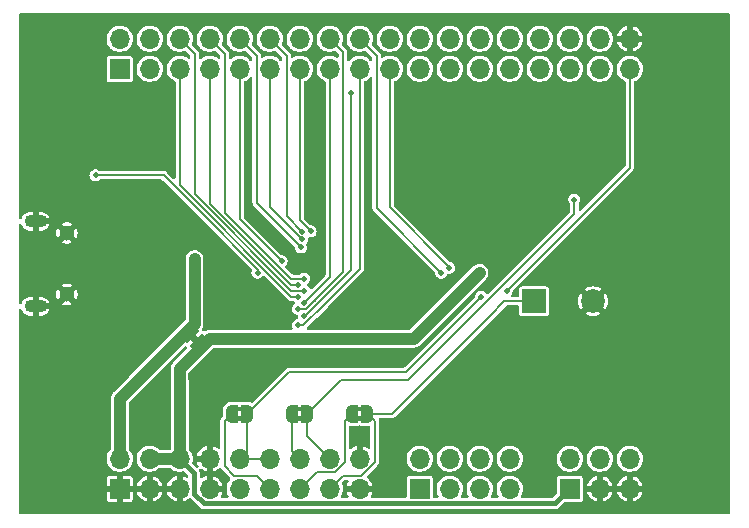
<source format=gbr>
%TF.GenerationSoftware,KiCad,Pcbnew,(7.0.0-rc1-156-g4c5a344629-dirty)*%
%TF.CreationDate,2023-03-04T11:45:46-08:00*%
%TF.ProjectId,powerpic-devboard,706f7765-7270-4696-932d-646576626f61,2.0*%
%TF.SameCoordinates,Original*%
%TF.FileFunction,Copper,L2,Bot*%
%TF.FilePolarity,Positive*%
%FSLAX46Y46*%
G04 Gerber Fmt 4.6, Leading zero omitted, Abs format (unit mm)*
G04 Created by KiCad (PCBNEW (7.0.0-rc1-156-g4c5a344629-dirty)) date 2023-03-04 11:45:46*
%MOMM*%
%LPD*%
G01*
G04 APERTURE LIST*
G04 Aperture macros list*
%AMFreePoly0*
4,1,19,0.500000,-0.750000,0.000000,-0.750000,0.000000,-0.744911,-0.071157,-0.744911,-0.207708,-0.704816,-0.327430,-0.627875,-0.420627,-0.520320,-0.479746,-0.390866,-0.500000,-0.250000,-0.500000,0.250000,-0.479746,0.390866,-0.420627,0.520320,-0.327430,0.627875,-0.207708,0.704816,-0.071157,0.744911,0.000000,0.744911,0.000000,0.750000,0.500000,0.750000,0.500000,-0.750000,0.500000,-0.750000,
$1*%
%AMFreePoly1*
4,1,19,0.000000,0.744911,0.071157,0.744911,0.207708,0.704816,0.327430,0.627875,0.420627,0.520320,0.479746,0.390866,0.500000,0.250000,0.500000,-0.250000,0.479746,-0.390866,0.420627,-0.520320,0.327430,-0.627875,0.207708,-0.704816,0.071157,-0.744911,0.000000,-0.744911,0.000000,-0.750000,-0.500000,-0.750000,-0.500000,0.750000,0.000000,0.750000,0.000000,0.744911,0.000000,0.744911,
$1*%
G04 Aperture macros list end*
%TA.AperFunction,ComponentPad*%
%ADD10R,1.700000X1.700000*%
%TD*%
%TA.AperFunction,ComponentPad*%
%ADD11O,1.700000X1.700000*%
%TD*%
%TA.AperFunction,ComponentPad*%
%ADD12C,0.700000*%
%TD*%
%TA.AperFunction,ComponentPad*%
%ADD13C,4.400000*%
%TD*%
%TA.AperFunction,SMDPad,CuDef*%
%ADD14FreePoly0,0.000000*%
%TD*%
%TA.AperFunction,SMDPad,CuDef*%
%ADD15FreePoly1,0.000000*%
%TD*%
%TA.AperFunction,SMDPad,CuDef*%
%ADD16FreePoly0,315.000000*%
%TD*%
%TA.AperFunction,SMDPad,CuDef*%
%ADD17FreePoly1,315.000000*%
%TD*%
%TA.AperFunction,ComponentPad*%
%ADD18C,1.300000*%
%TD*%
%TA.AperFunction,ComponentPad*%
%ADD19O,1.900000X1.100000*%
%TD*%
%TA.AperFunction,ComponentPad*%
%ADD20C,2.000000*%
%TD*%
%TA.AperFunction,ComponentPad*%
%ADD21R,2.000000X2.000000*%
%TD*%
%TA.AperFunction,ViaPad*%
%ADD22C,0.508000*%
%TD*%
%TA.AperFunction,ViaPad*%
%ADD23C,1.000000*%
%TD*%
%TA.AperFunction,Conductor*%
%ADD24C,0.152400*%
%TD*%
%TA.AperFunction,Conductor*%
%ADD25C,0.200000*%
%TD*%
%TA.AperFunction,Conductor*%
%ADD26C,0.450000*%
%TD*%
%TA.AperFunction,Conductor*%
%ADD27C,1.000000*%
%TD*%
G04 APERTURE END LIST*
%TO.C,JP3*%
G36*
X82260000Y-112120000D02*
G01*
X81760000Y-112120000D01*
X81760000Y-111720000D01*
X82260000Y-111720000D01*
X82260000Y-112120000D01*
G37*
G36*
X82260000Y-111320000D02*
G01*
X81760000Y-111320000D01*
X81760000Y-110920000D01*
X82260000Y-110920000D01*
X82260000Y-111320000D01*
G37*
%TO.C,JP4*%
G36*
X87340000Y-111320000D02*
G01*
X86840000Y-111320000D01*
X86840000Y-110920000D01*
X87340000Y-110920000D01*
X87340000Y-111320000D01*
G37*
G36*
X87340000Y-112120000D02*
G01*
X86840000Y-112120000D01*
X86840000Y-111720000D01*
X87340000Y-111720000D01*
X87340000Y-112120000D01*
G37*
%TO.C,JP1*%
G36*
X73508909Y-105134645D02*
G01*
X73084645Y-105558909D01*
X72731091Y-105205355D01*
X73155355Y-104781091D01*
X73508909Y-105134645D01*
G37*
%TO.C,JP2*%
G36*
X77180000Y-112120000D02*
G01*
X76680000Y-112120000D01*
X76680000Y-111720000D01*
X77180000Y-111720000D01*
X77180000Y-112120000D01*
G37*
G36*
X77180000Y-111320000D02*
G01*
X76680000Y-111320000D01*
X76680000Y-110920000D01*
X77180000Y-110920000D01*
X77180000Y-111320000D01*
G37*
%TD*%
D10*
%TO.P,J4,1,Pin_1*%
%TO.N,VCC*%
X104884999Y-117874999D03*
D11*
%TO.P,J4,2,Pin_2*%
%TO.N,/ICSP_DAT*%
X104884999Y-115334999D03*
%TO.P,J4,3,Pin_3*%
%TO.N,GND*%
X107424999Y-117874999D03*
%TO.P,J4,4,Pin_4*%
%TO.N,/ICSP_CLK*%
X107424999Y-115334999D03*
%TO.P,J4,5,Pin_5*%
%TO.N,GND*%
X109964999Y-117874999D03*
%TO.P,J4,6,Pin_6*%
%TO.N,/~{MCLR}*%
X109964999Y-115334999D03*
%TD*%
D10*
%TO.P,J2,1,Pin_1*%
%TO.N,GND*%
X66779999Y-117874999D03*
D11*
%TO.P,J2,2,Pin_2*%
%TO.N,+3V3*%
X66779999Y-115334999D03*
%TO.P,J2,3,Pin_3*%
%TO.N,GND*%
X69319999Y-117874999D03*
%TO.P,J2,4,Pin_4*%
%TO.N,VCC*%
X69319999Y-115334999D03*
%TO.P,J2,5,Pin_5*%
%TO.N,GND*%
X71859999Y-117874999D03*
%TO.P,J2,6,Pin_6*%
%TO.N,VCC*%
X71859999Y-115334999D03*
%TO.P,J2,7,Pin_7*%
%TO.N,GND*%
X74399999Y-117874999D03*
%TO.P,J2,8,Pin_8*%
X74399999Y-115334999D03*
%TO.P,J2,9,Pin_9*%
%TO.N,/UART_TX*%
X76939999Y-117874999D03*
%TO.P,J2,10,Pin_10*%
%TO.N,/DEBUG*%
X76939999Y-115334999D03*
%TO.P,J2,11,Pin_11*%
%TO.N,/UART_RX*%
X79479999Y-117874999D03*
%TO.P,J2,12,Pin_12*%
%TO.N,/DEBUG*%
X79479999Y-115334999D03*
%TO.P,J2,13,Pin_13*%
%TO.N,/BUZZER*%
X82019999Y-117874999D03*
%TO.P,J2,14,Pin_14*%
%TO.N,/BACKLIGHT*%
X82019999Y-115334999D03*
%TO.P,J2,15,Pin_15*%
%TO.N,/BUZZER_ONB*%
X84559999Y-117874999D03*
%TO.P,J2,16,Pin_16*%
%TO.N,/BACKLIGHT_LED*%
X84559999Y-115334999D03*
%TO.P,J2,17,Pin_17*%
%TO.N,GND*%
X87099999Y-117874999D03*
%TO.P,J2,18,Pin_18*%
X87099999Y-115334999D03*
%TD*%
D10*
%TO.P,J1,1,Pin_1*%
%TO.N,/COM0*%
X66784999Y-82314999D03*
D11*
%TO.P,J1,2,Pin_2*%
%TO.N,/COM1*%
X66784999Y-79774999D03*
%TO.P,J1,3,Pin_3*%
%TO.N,/COM2*%
X69324999Y-82314999D03*
%TO.P,J1,4,Pin_4*%
%TO.N,/COM3*%
X69324999Y-79774999D03*
%TO.P,J1,5,Pin_5*%
%TO.N,/SEG0*%
X71864999Y-82314999D03*
%TO.P,J1,6,Pin_6*%
%TO.N,/SEG1*%
X71864999Y-79774999D03*
%TO.P,J1,7,Pin_7*%
%TO.N,/SEG2*%
X74404999Y-82314999D03*
%TO.P,J1,8,Pin_8*%
%TO.N,/SEG3*%
X74404999Y-79774999D03*
%TO.P,J1,9,Pin_9*%
%TO.N,/SEG4*%
X76944999Y-82314999D03*
%TO.P,J1,10,Pin_10*%
%TO.N,/SEG5*%
X76944999Y-79774999D03*
%TO.P,J1,11,Pin_11*%
%TO.N,/SEG6*%
X79484999Y-82314999D03*
%TO.P,J1,12,Pin_12*%
%TO.N,/SEG7*%
X79484999Y-79774999D03*
%TO.P,J1,13,Pin_13*%
%TO.N,/SEG8*%
X82024999Y-82314999D03*
%TO.P,J1,14,Pin_14*%
%TO.N,/SEG9*%
X82024999Y-79774999D03*
%TO.P,J1,15,Pin_15*%
%TO.N,/SEG10*%
X84564999Y-82314999D03*
%TO.P,J1,16,Pin_16*%
%TO.N,/SEG11*%
X84564999Y-79774999D03*
%TO.P,J1,17,Pin_17*%
%TO.N,/SEG12*%
X87104999Y-82314999D03*
%TO.P,J1,18,Pin_18*%
%TO.N,/SEG13*%
X87104999Y-79774999D03*
%TO.P,J1,19,Pin_19*%
%TO.N,/SEG14*%
X89644999Y-82314999D03*
%TO.P,J1,20,Pin_20*%
%TO.N,/SEG15*%
X89644999Y-79774999D03*
%TO.P,J1,21,Pin_21*%
%TO.N,/SEG16*%
X92184999Y-82314999D03*
%TO.P,J1,22,Pin_22*%
%TO.N,/SEG17*%
X92184999Y-79774999D03*
%TO.P,J1,23,Pin_23*%
%TO.N,/SEG18*%
X94724999Y-82314999D03*
%TO.P,J1,24,Pin_24*%
%TO.N,/SEG19*%
X94724999Y-79774999D03*
%TO.P,J1,25,Pin_25*%
%TO.N,/SEG20*%
X97264999Y-82314999D03*
%TO.P,J1,26,Pin_26*%
%TO.N,/SEG21*%
X97264999Y-79774999D03*
%TO.P,J1,27,Pin_27*%
%TO.N,/SEG22*%
X99804999Y-82314999D03*
%TO.P,J1,28,Pin_28*%
%TO.N,/SEG23*%
X99804999Y-79774999D03*
%TO.P,J1,29,Pin_29*%
%TO.N,/SEG24*%
X102344999Y-82314999D03*
%TO.P,J1,30,Pin_30*%
%TO.N,/SEG25*%
X102344999Y-79774999D03*
%TO.P,J1,31,Pin_31*%
%TO.N,/SEG26*%
X104884999Y-82314999D03*
%TO.P,J1,32,Pin_32*%
%TO.N,/SEG27*%
X104884999Y-79774999D03*
%TO.P,J1,33,Pin_33*%
%TO.N,/SEG28*%
X107424999Y-82314999D03*
%TO.P,J1,34,Pin_34*%
%TO.N,/SEG29*%
X107424999Y-79774999D03*
%TO.P,J1,35,Pin_35*%
%TO.N,/SEG30*%
X109964999Y-82314999D03*
%TO.P,J1,36,Pin_36*%
%TO.N,GND*%
X109964999Y-79774999D03*
%TD*%
D12*
%TO.P,H4,1,1*%
%TO.N,GND*%
X116196726Y-117766726D03*
X115030000Y-114950000D03*
X113863274Y-115433274D03*
X113380000Y-116600000D03*
X116196726Y-115433274D03*
X113863274Y-117766726D03*
X115030000Y-118250000D03*
D13*
X115030000Y-116600000D03*
D12*
X116680000Y-116600000D03*
%TD*%
%TO.P,H3,1,1*%
%TO.N,GND*%
X62856726Y-117766726D03*
X61690000Y-114950000D03*
X60523274Y-115433274D03*
X60040000Y-116600000D03*
X62856726Y-115433274D03*
X60523274Y-117766726D03*
X61690000Y-118250000D03*
D13*
X61690000Y-116600000D03*
D12*
X63340000Y-116600000D03*
%TD*%
%TO.P,H2,1,1*%
%TO.N,GND*%
X116196726Y-82206726D03*
X115030000Y-79390000D03*
X113863274Y-79873274D03*
X113380000Y-81040000D03*
X116196726Y-79873274D03*
X113863274Y-82206726D03*
X115030000Y-82690000D03*
D13*
X115030000Y-81040000D03*
D12*
X116680000Y-81040000D03*
%TD*%
%TO.P,H1,1,1*%
%TO.N,GND*%
X62856726Y-82206726D03*
X61690000Y-79390000D03*
X60523274Y-79873274D03*
X60040000Y-81040000D03*
X62856726Y-79873274D03*
X60523274Y-82206726D03*
X61690000Y-82690000D03*
D13*
X61690000Y-81040000D03*
D12*
X63340000Y-81040000D03*
%TD*%
D14*
%TO.P,JP3,1,A*%
%TO.N,/BACKLIGHT*%
X81360000Y-111520000D03*
D15*
%TO.P,JP3,2,B*%
%TO.N,/BACKLIGHT_LED*%
X82660000Y-111520000D03*
%TD*%
%TO.P,JP4,2,B*%
%TO.N,/BUZZER_ONB*%
X87740000Y-111520000D03*
D14*
%TO.P,JP4,1,A*%
%TO.N,/BUZZER*%
X86440000Y-111520000D03*
%TD*%
D16*
%TO.P,JP1,1,A*%
%TO.N,+3V3*%
X72660381Y-104710381D03*
D17*
%TO.P,JP1,2,B*%
%TO.N,VCC*%
X73579619Y-105629619D03*
%TD*%
D14*
%TO.P,JP2,1,A*%
%TO.N,/UART_RX*%
X76280000Y-111520000D03*
D15*
%TO.P,JP2,2,B*%
%TO.N,/DEBUG*%
X77580000Y-111520000D03*
%TD*%
D18*
%TO.P,J5,6,Shield*%
%TO.N,GND*%
X62308000Y-101420000D03*
X62308000Y-96220000D03*
D19*
X59657999Y-102419999D03*
X59657999Y-95219999D03*
%TD*%
D20*
%TO.P,BZ1,2,+*%
%TO.N,GND*%
X106862000Y-101995000D03*
D21*
%TO.P,BZ1,1,-*%
%TO.N,/BUZZER_ONB*%
X101861999Y-101994999D03*
%TD*%
D11*
%TO.P,J3,8,Pin_8*%
%TO.N,/COL3*%
X99799999Y-115334999D03*
%TO.P,J3,7,Pin_7*%
%TO.N,/COL2*%
X99799999Y-117874999D03*
%TO.P,J3,6,Pin_6*%
%TO.N,/COL1*%
X97259999Y-115334999D03*
%TO.P,J3,5,Pin_5*%
%TO.N,/COL0*%
X97259999Y-117874999D03*
%TO.P,J3,4,Pin_4*%
%TO.N,/ROW0*%
X94719999Y-115334999D03*
%TO.P,J3,3,Pin_3*%
%TO.N,/ROW1*%
X94719999Y-117874999D03*
%TO.P,J3,2,Pin_2*%
%TO.N,/ROW2*%
X92179999Y-115334999D03*
D10*
%TO.P,J3,1,Pin_1*%
%TO.N,/ROW3*%
X92179999Y-117874999D03*
%TD*%
D22*
%TO.N,GND*%
X88360000Y-95518000D03*
X91662000Y-98820000D03*
X85312000Y-102122000D03*
X88360000Y-102122000D03*
X91662000Y-102122000D03*
X79216000Y-100598000D03*
X83280000Y-93740000D03*
X83280000Y-83580000D03*
X77565000Y-83580000D03*
X77565000Y-90565000D03*
X77565000Y-93105000D03*
X80105000Y-96915000D03*
X83280000Y-88660000D03*
X108680000Y-84850000D03*
X111220000Y-89930000D03*
X103600000Y-88660000D03*
X103600000Y-93740000D03*
X98520000Y-98820000D03*
X98520000Y-96280000D03*
X101060000Y-93740000D03*
X112490000Y-93740000D03*
X112490000Y-102630000D03*
X115030000Y-93740000D03*
X115030000Y-102630000D03*
X102330000Y-106440000D03*
X111220000Y-106440000D03*
X111220000Y-111520000D03*
X102330000Y-111520000D03*
X102330000Y-115330000D03*
X102330000Y-117870000D03*
X89630000Y-117870000D03*
X94710000Y-108980000D03*
X94710000Y-112790000D03*
X90900000Y-106440000D03*
X79470000Y-107710000D03*
X79470000Y-106440000D03*
X83280000Y-106440000D03*
X60420000Y-111520000D03*
X60420000Y-106440000D03*
X64230000Y-111520000D03*
X64230000Y-106440000D03*
X68040000Y-111520000D03*
X68040000Y-106440000D03*
X68040000Y-114060000D03*
X70580000Y-114060000D03*
X70580000Y-108980000D03*
X74390000Y-108980000D03*
X74390000Y-102630000D03*
X76930000Y-110250000D03*
X76930000Y-106440000D03*
X76930000Y-100090000D03*
X74390000Y-100090000D03*
X76930000Y-103900000D03*
X66770000Y-102630000D03*
X70580000Y-102630000D03*
X65500000Y-89930000D03*
X65500000Y-86120000D03*
X69310000Y-86120000D03*
X69310000Y-92470000D03*
X69310000Y-93740000D03*
X71850000Y-93740000D03*
X80994000Y-104027000D03*
X79343000Y-103900000D03*
X80994000Y-102376000D03*
X79343000Y-102376000D03*
%TO.N,/~{MCLR}*%
X78454000Y-99582000D03*
%TO.N,GND*%
X92170000Y-112409000D03*
X89630000Y-112409000D03*
%TO.N,/BACKLIGHT_LED*%
X105276400Y-93384400D03*
%TO.N,/SEG5*%
X82134811Y-97422077D03*
%TO.N,/SEG6*%
X82209402Y-96766404D03*
%TO.N,/SEG7*%
X82262123Y-96103674D03*
%TO.N,/SEG8*%
X82949800Y-96075900D03*
%TO.N,/SEG13*%
X93998800Y-99564100D03*
%TO.N,/SEG14*%
X94684600Y-99175600D03*
%TO.N,/SEG9*%
X86378800Y-84392800D03*
%TO.N,/DEBUG*%
X97377000Y-101614000D03*
%TO.N,/SEG12*%
X81883000Y-104027000D03*
%TO.N,/SEG9*%
X82391000Y-103265000D03*
%TO.N,VCC*%
X80232000Y-105170000D03*
%TO.N,/SEG30*%
X99536000Y-101106000D03*
%TO.N,VCC*%
X97250000Y-99582000D03*
%TO.N,/~{MCLR}*%
X64738000Y-91327000D03*
D23*
%TO.N,+3V3*%
X73120000Y-98439000D03*
D22*
%TO.N,/SEG11*%
X81883000Y-102630000D03*
%TO.N,/SEG10*%
X82391000Y-102119900D03*
%TO.N,/SEG0*%
X81883000Y-101614000D03*
%TO.N,/SEG1*%
X82391000Y-101103900D03*
%TO.N,/SEG2*%
X81883000Y-100598000D03*
%TO.N,/SEG3*%
X82391000Y-100090000D03*
%TO.N,/SEG4*%
X80486000Y-98594100D03*
%TD*%
D24*
%TO.N,/~{MCLR}*%
X78454000Y-99582000D02*
X78500593Y-99535407D01*
D25*
X78500593Y-99535407D02*
X78500593Y-99318323D01*
X78500593Y-99318323D02*
X73465635Y-94283365D01*
X73465635Y-94283365D02*
X70509270Y-91327000D01*
X70509270Y-91327000D02*
X64738000Y-91327000D01*
%TO.N,/BACKLIGHT_LED*%
X105276400Y-94584336D02*
X105276400Y-93384400D01*
X91191936Y-108668800D02*
X105276400Y-94584336D01*
X85511200Y-108668800D02*
X91191936Y-108668800D01*
%TO.N,/BUZZER_ONB*%
X101862000Y-101995000D02*
X99363158Y-101995000D01*
X98116079Y-103242079D02*
X89838158Y-111520000D01*
X99363158Y-101995000D02*
X98116079Y-103242079D01*
%TO.N,/BACKLIGHT_LED*%
X82660000Y-111520000D02*
X85511200Y-108668800D01*
D26*
%TO.N,VCC*%
X104885000Y-117875000D02*
X103657600Y-119102400D01*
X103657600Y-119102400D02*
X73891594Y-119102400D01*
X73891594Y-119102400D02*
X73087400Y-118298206D01*
X73087400Y-118298206D02*
X73087400Y-116562400D01*
X73087400Y-116562400D02*
X71860000Y-115335000D01*
D25*
%TO.N,/SEG30*%
X99536000Y-101106000D02*
X109965000Y-90677000D01*
X109965000Y-90677000D02*
X109965000Y-82315000D01*
%TO.N,/BUZZER_ONB*%
X87740000Y-111520000D02*
X88995000Y-111520000D01*
X89838158Y-111520000D02*
X88995000Y-111520000D01*
X84560000Y-117875000D02*
X85662400Y-116772600D01*
X85662400Y-116772600D02*
X87221430Y-116772600D01*
X87221430Y-116772600D02*
X88360000Y-115634030D01*
%TO.N,/BUZZER*%
X85820000Y-115634030D02*
X85016630Y-116437400D01*
X85016630Y-116437400D02*
X83457600Y-116437400D01*
X83457600Y-116437400D02*
X82020000Y-117875000D01*
%TO.N,/DEBUG*%
X77580000Y-111520000D02*
X77580000Y-114695000D01*
X77580000Y-114695000D02*
X76940000Y-115335000D01*
X97377000Y-101614000D02*
X91027000Y-107964000D01*
X91027000Y-107964000D02*
X81136000Y-107964000D01*
X81136000Y-107964000D02*
X77580000Y-111520000D01*
%TO.N,/BACKLIGHT_LED*%
X82660000Y-111520000D02*
X82660000Y-113435000D01*
X82660000Y-113435000D02*
X84560000Y-115335000D01*
%TO.N,/BACKLIGHT*%
X82020000Y-115335000D02*
X81360000Y-114675000D01*
X81360000Y-114675000D02*
X81360000Y-111520000D01*
%TO.N,/UART_RX*%
X79480000Y-117875000D02*
X78377600Y-116772600D01*
X78377600Y-116772600D02*
X76467600Y-116772600D01*
X76467600Y-116772600D02*
X75660000Y-115965000D01*
X75660000Y-115965000D02*
X75660000Y-112140000D01*
X75660000Y-112140000D02*
X76280000Y-111520000D01*
%TO.N,/DEBUG*%
X76940000Y-115335000D02*
X79480000Y-115335000D01*
D27*
%TO.N,VCC*%
X71850000Y-107710000D02*
X74390000Y-105170000D01*
X71860000Y-115335000D02*
X71860000Y-108754800D01*
X71860000Y-108754800D02*
X71850000Y-108744800D01*
X71850000Y-108744800D02*
X71850000Y-107710000D01*
X71860000Y-115335000D02*
X69320000Y-115335000D01*
%TO.N,+3V3*%
X68040000Y-108980000D02*
X73120000Y-103900000D01*
X66780000Y-115335000D02*
X66780000Y-110240000D01*
X66780000Y-110240000D02*
X68040000Y-108980000D01*
D25*
%TO.N,/SEG5*%
X78382600Y-93181200D02*
X78382600Y-81212600D01*
X82134811Y-97422077D02*
X78382600Y-93669866D01*
X78382600Y-93669866D02*
X78382600Y-93181200D01*
%TO.N,/SEG6*%
X82209402Y-96766404D02*
X79485000Y-94042002D01*
X79485000Y-93409800D02*
X79485000Y-82315000D01*
X79485000Y-94042002D02*
X79485000Y-93409800D01*
%TO.N,/SEG7*%
X82262123Y-96103674D02*
X80922600Y-94764151D01*
X80922600Y-94764151D02*
X80922600Y-81212600D01*
X80922600Y-81212600D02*
X79485000Y-79775000D01*
%TO.N,/SEG8*%
X82949800Y-96075900D02*
X82025000Y-95151100D01*
X82025000Y-95151100D02*
X82025000Y-82315000D01*
%TO.N,/SEG10*%
X82391000Y-102119900D02*
X84565000Y-99945900D01*
X84565000Y-99945900D02*
X84565000Y-82315000D01*
%TO.N,/SEG13*%
X88542600Y-94107900D02*
X88542600Y-81212600D01*
X93998800Y-99564100D02*
X88542600Y-94107900D01*
X88542600Y-81212600D02*
X87105000Y-79775000D01*
%TO.N,/SEG14*%
X94684600Y-99074000D02*
X89645000Y-94034400D01*
X89645000Y-94034400D02*
X89645000Y-82315000D01*
%TO.N,/SEG9*%
X86378800Y-84392800D02*
X86378800Y-99346626D01*
X82460426Y-103265000D02*
X82391000Y-103265000D01*
X86378800Y-99346626D02*
X82460426Y-103265000D01*
%TO.N,/SEG11*%
X82597058Y-102630000D02*
X83129029Y-102098029D01*
X83129029Y-102098029D02*
X83280000Y-101947058D01*
X85667400Y-80877400D02*
X85667400Y-99559658D01*
X84565000Y-79775000D02*
X85667400Y-80877400D01*
X85667400Y-99559658D02*
X83129029Y-102098029D01*
%TO.N,/SEG12*%
X82345158Y-104027000D02*
X84146079Y-102226079D01*
X87105000Y-82315000D02*
X87105000Y-99267158D01*
X87105000Y-99267158D02*
X84146079Y-102226079D01*
X81883000Y-104027000D02*
X82345158Y-104027000D01*
D27*
%TO.N,VCC*%
X74390000Y-105170000D02*
X80232000Y-105170000D01*
X80232000Y-105170000D02*
X91662000Y-105170000D01*
X91662000Y-105170000D02*
X97250000Y-99582000D01*
%TO.N,+3V3*%
X73120000Y-103900000D02*
X73120000Y-98439000D01*
D25*
%TO.N,/BACKLIGHT*%
X81360000Y-111520000D02*
X81360000Y-110963052D01*
%TO.N,/BUZZER_ONB*%
X88360000Y-115634030D02*
X88360000Y-112140000D01*
X88360000Y-112140000D02*
X87740000Y-111520000D01*
%TO.N,/BUZZER*%
X85820000Y-115634030D02*
X85820000Y-112140000D01*
X85820000Y-112140000D02*
X86440000Y-111520000D01*
%TO.N,/SEG11*%
X81883000Y-102630000D02*
X82597058Y-102630000D01*
%TO.N,/SEG0*%
X81294638Y-101614000D02*
X71865000Y-92184362D01*
X71865000Y-92184362D02*
X71865000Y-82315000D01*
X81883000Y-101614000D02*
X81294638Y-101614000D01*
%TO.N,/SEG1*%
X82391000Y-101103900D02*
X82390500Y-101104400D01*
X73120000Y-81030000D02*
X71865000Y-79775000D01*
X73120000Y-92940994D02*
X73120000Y-81030000D01*
X82390500Y-101104400D02*
X81283406Y-101104400D01*
X81283406Y-101104400D02*
X73120000Y-92940994D01*
%TO.N,/SEG2*%
X81275374Y-100598000D02*
X74405000Y-93727626D01*
X81883000Y-100598000D02*
X81275374Y-100598000D01*
X74405000Y-93727626D02*
X74405000Y-82315000D01*
%TO.N,/SEG3*%
X82391000Y-100090000D02*
X81265742Y-100090000D01*
X81265742Y-100090000D02*
X75660000Y-94484258D01*
X75660000Y-94484258D02*
X75660000Y-81030000D01*
X75660000Y-81030000D02*
X74405000Y-79775000D01*
%TO.N,/SEG4*%
X80486000Y-98594100D02*
X76945000Y-95053100D01*
X76945000Y-95053100D02*
X76945000Y-82315000D01*
%TO.N,/SEG5*%
X78382600Y-81212600D02*
X76945000Y-79775000D01*
%TD*%
%TA.AperFunction,Conductor*%
%TO.N,GND*%
G36*
X87133976Y-112505241D02*
G01*
X87140699Y-112509734D01*
X87240000Y-112529486D01*
X87807383Y-112529486D01*
X87811889Y-112529486D01*
X87861568Y-112522343D01*
X87914998Y-112526164D01*
X87962012Y-112551835D01*
X87994114Y-112594718D01*
X88005500Y-112647060D01*
X88005500Y-114381216D01*
X87992291Y-114437379D01*
X87955432Y-114481766D01*
X87902652Y-114505071D01*
X87845018Y-114502406D01*
X87794614Y-114474331D01*
X87772466Y-114454140D01*
X87763203Y-114447145D01*
X87599153Y-114345571D01*
X87588771Y-114340401D01*
X87408853Y-114270700D01*
X87397692Y-114267524D01*
X87367641Y-114261907D01*
X87356440Y-114262295D01*
X87354000Y-114273237D01*
X87354000Y-115463000D01*
X87337119Y-115526000D01*
X87291000Y-115572119D01*
X87228000Y-115589000D01*
X86972000Y-115589000D01*
X86909000Y-115572119D01*
X86862881Y-115526000D01*
X86846000Y-115463000D01*
X86846000Y-114273237D01*
X86843559Y-114262295D01*
X86832358Y-114261907D01*
X86802307Y-114267524D01*
X86791146Y-114270700D01*
X86611228Y-114340401D01*
X86600846Y-114345571D01*
X86436796Y-114447145D01*
X86427527Y-114454145D01*
X86385385Y-114492563D01*
X86334981Y-114520638D01*
X86277347Y-114523303D01*
X86224568Y-114499998D01*
X86187709Y-114455611D01*
X86174500Y-114399448D01*
X86174500Y-112647060D01*
X86185886Y-112594718D01*
X86217988Y-112551835D01*
X86265002Y-112526164D01*
X86318431Y-112522343D01*
X86368111Y-112529486D01*
X86933813Y-112529486D01*
X86940000Y-112529486D01*
X87039301Y-112509734D01*
X87046023Y-112505241D01*
X87090000Y-112496494D01*
X87133976Y-112505241D01*
G37*
%TD.AperFunction*%
%TA.AperFunction,Conductor*%
G36*
X118395500Y-77628381D02*
G01*
X118441619Y-77674500D01*
X118458500Y-77737500D01*
X118458500Y-119902500D01*
X118441619Y-119965500D01*
X118395500Y-120011619D01*
X118332500Y-120028500D01*
X58387500Y-120028500D01*
X58324500Y-120011619D01*
X58278381Y-119965500D01*
X58261500Y-119902500D01*
X58261500Y-114060000D01*
X59150000Y-114060000D01*
X59150000Y-119140000D01*
X64230000Y-119140000D01*
X64230000Y-118743828D01*
X65676001Y-118743828D01*
X65677208Y-118756087D01*
X65688315Y-118811930D01*
X65697633Y-118834426D01*
X65739983Y-118897808D01*
X65757191Y-118915016D01*
X65820574Y-118957367D01*
X65843066Y-118966684D01*
X65898914Y-118977792D01*
X65911170Y-118979000D01*
X66509410Y-118979000D01*
X66522493Y-118975493D01*
X66526000Y-118962410D01*
X66526000Y-118962409D01*
X67034000Y-118962409D01*
X67037506Y-118975492D01*
X67050590Y-118978999D01*
X67648828Y-118978999D01*
X67661087Y-118977791D01*
X67716930Y-118966684D01*
X67739426Y-118957366D01*
X67802808Y-118915016D01*
X67820016Y-118897808D01*
X67862367Y-118834425D01*
X67871684Y-118811933D01*
X67882792Y-118756085D01*
X67884000Y-118743830D01*
X67884000Y-118145590D01*
X67880493Y-118132506D01*
X67877187Y-118131620D01*
X68247922Y-118131620D01*
X68248451Y-118143061D01*
X68284546Y-118269918D01*
X68288734Y-118280729D01*
X68374742Y-118453456D01*
X68380850Y-118463321D01*
X68497126Y-118617296D01*
X68504944Y-118625872D01*
X68647533Y-118755859D01*
X68656796Y-118762854D01*
X68820846Y-118864428D01*
X68831228Y-118869598D01*
X69011146Y-118939299D01*
X69022307Y-118942475D01*
X69052358Y-118948092D01*
X69063559Y-118947704D01*
X69066000Y-118936763D01*
X69574000Y-118936763D01*
X69576440Y-118947704D01*
X69587641Y-118948092D01*
X69617692Y-118942475D01*
X69628853Y-118939299D01*
X69808771Y-118869598D01*
X69819153Y-118864428D01*
X69983203Y-118762854D01*
X69992466Y-118755859D01*
X70135055Y-118625872D01*
X70142873Y-118617296D01*
X70259149Y-118463321D01*
X70265257Y-118453456D01*
X70351265Y-118280729D01*
X70355453Y-118269918D01*
X70391548Y-118143061D01*
X70392077Y-118131620D01*
X70787922Y-118131620D01*
X70788451Y-118143061D01*
X70824546Y-118269918D01*
X70828734Y-118280729D01*
X70914742Y-118453456D01*
X70920850Y-118463321D01*
X71037126Y-118617296D01*
X71044944Y-118625872D01*
X71187533Y-118755859D01*
X71196796Y-118762854D01*
X71360846Y-118864428D01*
X71371228Y-118869598D01*
X71551146Y-118939299D01*
X71562307Y-118942475D01*
X71592358Y-118948092D01*
X71603559Y-118947704D01*
X71606000Y-118936763D01*
X71606000Y-118145590D01*
X71602493Y-118132506D01*
X71589410Y-118129000D01*
X70799067Y-118129000D01*
X70787922Y-118131620D01*
X70392077Y-118131620D01*
X70380933Y-118129000D01*
X69590590Y-118129000D01*
X69577506Y-118132506D01*
X69574000Y-118145590D01*
X69574000Y-118936763D01*
X69066000Y-118936763D01*
X69066000Y-118145590D01*
X69062493Y-118132506D01*
X69049410Y-118129000D01*
X68259067Y-118129000D01*
X68247922Y-118131620D01*
X67877187Y-118131620D01*
X67867410Y-118129000D01*
X67050590Y-118129000D01*
X67037506Y-118132506D01*
X67034000Y-118145590D01*
X67034000Y-118962409D01*
X66526000Y-118962409D01*
X66526000Y-118145590D01*
X66522493Y-118132506D01*
X66509410Y-118129000D01*
X65692591Y-118129000D01*
X65679507Y-118132506D01*
X65676001Y-118145590D01*
X65676001Y-118743828D01*
X64230000Y-118743828D01*
X64230000Y-117604410D01*
X65676000Y-117604410D01*
X65679506Y-117617493D01*
X65692590Y-117621000D01*
X66509410Y-117621000D01*
X66522493Y-117617493D01*
X66526000Y-117604410D01*
X67034000Y-117604410D01*
X67037506Y-117617493D01*
X67050590Y-117621000D01*
X67867409Y-117621000D01*
X67877187Y-117618379D01*
X68247922Y-117618379D01*
X68259067Y-117621000D01*
X69049410Y-117621000D01*
X69062493Y-117617493D01*
X69066000Y-117604410D01*
X69574000Y-117604410D01*
X69577506Y-117617493D01*
X69590590Y-117621000D01*
X70380933Y-117621000D01*
X70392077Y-117618379D01*
X70787922Y-117618379D01*
X70799067Y-117621000D01*
X71589410Y-117621000D01*
X71602493Y-117617493D01*
X71606000Y-117604410D01*
X71606000Y-116813237D01*
X71603559Y-116802295D01*
X71592358Y-116801907D01*
X71562307Y-116807524D01*
X71551146Y-116810700D01*
X71371228Y-116880401D01*
X71360846Y-116885571D01*
X71196796Y-116987145D01*
X71187533Y-116994140D01*
X71044944Y-117124127D01*
X71037126Y-117132703D01*
X70920850Y-117286678D01*
X70914742Y-117296543D01*
X70828734Y-117469270D01*
X70824546Y-117480081D01*
X70788451Y-117606938D01*
X70787922Y-117618379D01*
X70392077Y-117618379D01*
X70391548Y-117606938D01*
X70355453Y-117480081D01*
X70351265Y-117469270D01*
X70265257Y-117296543D01*
X70259149Y-117286678D01*
X70142873Y-117132703D01*
X70135055Y-117124127D01*
X69992466Y-116994140D01*
X69983203Y-116987145D01*
X69819153Y-116885571D01*
X69808771Y-116880401D01*
X69628853Y-116810700D01*
X69617692Y-116807524D01*
X69587641Y-116801907D01*
X69576440Y-116802295D01*
X69574000Y-116813237D01*
X69574000Y-117604410D01*
X69066000Y-117604410D01*
X69066000Y-116813237D01*
X69063559Y-116802295D01*
X69052358Y-116801907D01*
X69022307Y-116807524D01*
X69011146Y-116810700D01*
X68831228Y-116880401D01*
X68820846Y-116885571D01*
X68656796Y-116987145D01*
X68647533Y-116994140D01*
X68504944Y-117124127D01*
X68497126Y-117132703D01*
X68380850Y-117286678D01*
X68374742Y-117296543D01*
X68288734Y-117469270D01*
X68284546Y-117480081D01*
X68248451Y-117606938D01*
X68247922Y-117618379D01*
X67877187Y-117618379D01*
X67880492Y-117617493D01*
X67883999Y-117604410D01*
X67883999Y-117006172D01*
X67882791Y-116993912D01*
X67871684Y-116938069D01*
X67862366Y-116915573D01*
X67820016Y-116852191D01*
X67802808Y-116834983D01*
X67739425Y-116792632D01*
X67716933Y-116783315D01*
X67661085Y-116772207D01*
X67648830Y-116771000D01*
X67050590Y-116771000D01*
X67037506Y-116774506D01*
X67034000Y-116787590D01*
X67034000Y-117604410D01*
X66526000Y-117604410D01*
X66526000Y-116787591D01*
X66522493Y-116774507D01*
X66509410Y-116771001D01*
X65911172Y-116771001D01*
X65898912Y-116772208D01*
X65843069Y-116783315D01*
X65820573Y-116792633D01*
X65757191Y-116834983D01*
X65739983Y-116852191D01*
X65697632Y-116915574D01*
X65688315Y-116938066D01*
X65677207Y-116993914D01*
X65676000Y-117006170D01*
X65676000Y-117604410D01*
X64230000Y-117604410D01*
X64230000Y-114060000D01*
X59150000Y-114060000D01*
X58261500Y-114060000D01*
X58261500Y-102748052D01*
X58280813Y-102681016D01*
X58332831Y-102634530D01*
X58401608Y-102622844D01*
X58466060Y-102649541D01*
X58506429Y-102706437D01*
X58526700Y-102764370D01*
X58532802Y-102777041D01*
X58621662Y-102918461D01*
X58630438Y-102929465D01*
X58748534Y-103047561D01*
X58759538Y-103056337D01*
X58900958Y-103145197D01*
X58913629Y-103151299D01*
X59071281Y-103206463D01*
X59084989Y-103209592D01*
X59209342Y-103223604D01*
X59216388Y-103224000D01*
X59387410Y-103224000D01*
X59400493Y-103220493D01*
X59404000Y-103207410D01*
X59912000Y-103207410D01*
X59915506Y-103220493D01*
X59928590Y-103224000D01*
X60099612Y-103224000D01*
X60106657Y-103223604D01*
X60231010Y-103209592D01*
X60244718Y-103206463D01*
X60402370Y-103151299D01*
X60415041Y-103145197D01*
X60556461Y-103056337D01*
X60567465Y-103047561D01*
X60685561Y-102929465D01*
X60694337Y-102918461D01*
X60783197Y-102777041D01*
X60789299Y-102764370D01*
X60815936Y-102688245D01*
X60817070Y-102676732D01*
X60805827Y-102674000D01*
X59928590Y-102674000D01*
X59915506Y-102677506D01*
X59912000Y-102690590D01*
X59912000Y-103207410D01*
X59404000Y-103207410D01*
X59404000Y-102214466D01*
X61876682Y-102214466D01*
X61885852Y-102221599D01*
X62021074Y-102281802D01*
X62033574Y-102285864D01*
X62206527Y-102322627D01*
X62219586Y-102324000D01*
X62396414Y-102324000D01*
X62409472Y-102322627D01*
X62582425Y-102285864D01*
X62594925Y-102281802D01*
X62730145Y-102221599D01*
X62739316Y-102214466D01*
X62733311Y-102204521D01*
X62319729Y-101790939D01*
X62307999Y-101784167D01*
X62296271Y-101790938D01*
X61882687Y-102204521D01*
X61876682Y-102214466D01*
X59404000Y-102214466D01*
X59404000Y-102149410D01*
X59912000Y-102149410D01*
X59915506Y-102162493D01*
X59928590Y-102166000D01*
X60805827Y-102166000D01*
X60817070Y-102163267D01*
X60815936Y-102151754D01*
X60789299Y-102075629D01*
X60783197Y-102062958D01*
X60694337Y-101921538D01*
X60685561Y-101910534D01*
X60567465Y-101792438D01*
X60556461Y-101783662D01*
X60415041Y-101694802D01*
X60402370Y-101688700D01*
X60244718Y-101633536D01*
X60231010Y-101630407D01*
X60106657Y-101616395D01*
X60099612Y-101616000D01*
X59928590Y-101616000D01*
X59915506Y-101619506D01*
X59912000Y-101632590D01*
X59912000Y-102149410D01*
X59404000Y-102149410D01*
X59404000Y-101632590D01*
X59400493Y-101619506D01*
X59387410Y-101616000D01*
X59216388Y-101616000D01*
X59209342Y-101616395D01*
X59084989Y-101630407D01*
X59071281Y-101633536D01*
X58913629Y-101688700D01*
X58900958Y-101694802D01*
X58759538Y-101783662D01*
X58748534Y-101792438D01*
X58630438Y-101910534D01*
X58621662Y-101921538D01*
X58532802Y-102062958D01*
X58526700Y-102075629D01*
X58506429Y-102133563D01*
X58466060Y-102190459D01*
X58401608Y-102217156D01*
X58332831Y-102205470D01*
X58280813Y-102158984D01*
X58261500Y-102091948D01*
X58261500Y-101426565D01*
X61399711Y-101426565D01*
X61418194Y-101602423D01*
X61420923Y-101615264D01*
X61475563Y-101783430D01*
X61480910Y-101795437D01*
X61507498Y-101841490D01*
X61515301Y-101849821D01*
X61524994Y-101843794D01*
X61937059Y-101431730D01*
X61943832Y-101419999D01*
X62672167Y-101419999D01*
X62678939Y-101431729D01*
X63091000Y-101843790D01*
X63100697Y-101849820D01*
X63108501Y-101841489D01*
X63135089Y-101795437D01*
X63140436Y-101783430D01*
X63195076Y-101615264D01*
X63197805Y-101602423D01*
X63216289Y-101426565D01*
X63216289Y-101413435D01*
X63197805Y-101237576D01*
X63195076Y-101224735D01*
X63140433Y-101056561D01*
X63135095Y-101044571D01*
X63108500Y-100998509D01*
X63100697Y-100990177D01*
X63091003Y-100996205D01*
X62678938Y-101408271D01*
X62672167Y-101419999D01*
X61943832Y-101419999D01*
X61937060Y-101408270D01*
X61524996Y-100996206D01*
X61515301Y-100990177D01*
X61507499Y-100998508D01*
X61480910Y-101044561D01*
X61475563Y-101056569D01*
X61420923Y-101224735D01*
X61418194Y-101237576D01*
X61399711Y-101413435D01*
X61399711Y-101426565D01*
X58261500Y-101426565D01*
X58261500Y-100625533D01*
X61876683Y-100625533D01*
X61882688Y-100635478D01*
X62296270Y-101049060D01*
X62307999Y-101055832D01*
X62319730Y-101049059D01*
X62733313Y-100635475D01*
X62739317Y-100625532D01*
X62730146Y-100618399D01*
X62594925Y-100558197D01*
X62582425Y-100554135D01*
X62409472Y-100517372D01*
X62396414Y-100516000D01*
X62219586Y-100516000D01*
X62206527Y-100517372D01*
X62033574Y-100554135D01*
X62021074Y-100558197D01*
X61885854Y-100618400D01*
X61876683Y-100625533D01*
X58261500Y-100625533D01*
X58261500Y-97014466D01*
X61876682Y-97014466D01*
X61885852Y-97021599D01*
X62021074Y-97081802D01*
X62033574Y-97085864D01*
X62206527Y-97122627D01*
X62219586Y-97124000D01*
X62396414Y-97124000D01*
X62409472Y-97122627D01*
X62582425Y-97085864D01*
X62594925Y-97081802D01*
X62730145Y-97021599D01*
X62739316Y-97014466D01*
X62733311Y-97004521D01*
X62319729Y-96590939D01*
X62307999Y-96584167D01*
X62296271Y-96590938D01*
X61882687Y-97004521D01*
X61876682Y-97014466D01*
X58261500Y-97014466D01*
X58261500Y-96226565D01*
X61399711Y-96226565D01*
X61418194Y-96402423D01*
X61420923Y-96415264D01*
X61475563Y-96583430D01*
X61480910Y-96595437D01*
X61507498Y-96641490D01*
X61515301Y-96649821D01*
X61524994Y-96643794D01*
X61937059Y-96231730D01*
X61943832Y-96219999D01*
X62672167Y-96219999D01*
X62678939Y-96231729D01*
X63091000Y-96643790D01*
X63100697Y-96649820D01*
X63108501Y-96641489D01*
X63135089Y-96595437D01*
X63140436Y-96583430D01*
X63195076Y-96415264D01*
X63197805Y-96402423D01*
X63216289Y-96226565D01*
X63216289Y-96213435D01*
X63197805Y-96037576D01*
X63195076Y-96024735D01*
X63140433Y-95856561D01*
X63135095Y-95844571D01*
X63108500Y-95798509D01*
X63100697Y-95790177D01*
X63091003Y-95796205D01*
X62678938Y-96208271D01*
X62672167Y-96219999D01*
X61943832Y-96219999D01*
X61937060Y-96208270D01*
X61524996Y-95796206D01*
X61515301Y-95790177D01*
X61507499Y-95798508D01*
X61480910Y-95844561D01*
X61475563Y-95856569D01*
X61420923Y-96024735D01*
X61418194Y-96037576D01*
X61399711Y-96213435D01*
X61399711Y-96226565D01*
X58261500Y-96226565D01*
X58261500Y-95548052D01*
X58280813Y-95481016D01*
X58332831Y-95434530D01*
X58401608Y-95422844D01*
X58466060Y-95449541D01*
X58506429Y-95506437D01*
X58526700Y-95564370D01*
X58532802Y-95577041D01*
X58621662Y-95718461D01*
X58630438Y-95729465D01*
X58748534Y-95847561D01*
X58759538Y-95856337D01*
X58900958Y-95945197D01*
X58913629Y-95951299D01*
X59071281Y-96006463D01*
X59084989Y-96009592D01*
X59209342Y-96023604D01*
X59216388Y-96024000D01*
X59387410Y-96024000D01*
X59400493Y-96020493D01*
X59404000Y-96007410D01*
X59912000Y-96007410D01*
X59915506Y-96020493D01*
X59928590Y-96024000D01*
X60099612Y-96024000D01*
X60106657Y-96023604D01*
X60231010Y-96009592D01*
X60244718Y-96006463D01*
X60402370Y-95951299D01*
X60415041Y-95945197D01*
X60556461Y-95856337D01*
X60567465Y-95847561D01*
X60685561Y-95729465D01*
X60694337Y-95718461D01*
X60783197Y-95577041D01*
X60789299Y-95564370D01*
X60815936Y-95488245D01*
X60817070Y-95476732D01*
X60805827Y-95474000D01*
X59928590Y-95474000D01*
X59915506Y-95477506D01*
X59912000Y-95490590D01*
X59912000Y-96007410D01*
X59404000Y-96007410D01*
X59404000Y-95425533D01*
X61876683Y-95425533D01*
X61882688Y-95435478D01*
X62296270Y-95849060D01*
X62307999Y-95855832D01*
X62319730Y-95849059D01*
X62733313Y-95435475D01*
X62739317Y-95425532D01*
X62730146Y-95418399D01*
X62594925Y-95358197D01*
X62582425Y-95354135D01*
X62409472Y-95317372D01*
X62396414Y-95316000D01*
X62219586Y-95316000D01*
X62206527Y-95317372D01*
X62033574Y-95354135D01*
X62021074Y-95358197D01*
X61885854Y-95418400D01*
X61876683Y-95425533D01*
X59404000Y-95425533D01*
X59404000Y-94949410D01*
X59912000Y-94949410D01*
X59915506Y-94962493D01*
X59928590Y-94966000D01*
X60805827Y-94966000D01*
X60817070Y-94963267D01*
X60815936Y-94951754D01*
X60789299Y-94875629D01*
X60783197Y-94862958D01*
X60694337Y-94721538D01*
X60685561Y-94710534D01*
X60567465Y-94592438D01*
X60556461Y-94583662D01*
X60415041Y-94494802D01*
X60402370Y-94488700D01*
X60244718Y-94433536D01*
X60231010Y-94430407D01*
X60106657Y-94416395D01*
X60099612Y-94416000D01*
X59928590Y-94416000D01*
X59915506Y-94419506D01*
X59912000Y-94432590D01*
X59912000Y-94949410D01*
X59404000Y-94949410D01*
X59404000Y-94432590D01*
X59400493Y-94419506D01*
X59387410Y-94416000D01*
X59216388Y-94416000D01*
X59209342Y-94416395D01*
X59084989Y-94430407D01*
X59071281Y-94433536D01*
X58913629Y-94488700D01*
X58900958Y-94494802D01*
X58759538Y-94583662D01*
X58748534Y-94592438D01*
X58630438Y-94710534D01*
X58621662Y-94721538D01*
X58532802Y-94862958D01*
X58526700Y-94875629D01*
X58506429Y-94933563D01*
X58466060Y-94990459D01*
X58401608Y-95017156D01*
X58332831Y-95005470D01*
X58280813Y-94958984D01*
X58261500Y-94891948D01*
X58261500Y-91327000D01*
X64224271Y-91327000D01*
X64245081Y-91471734D01*
X64248822Y-91479926D01*
X64248824Y-91479932D01*
X64294480Y-91579904D01*
X64305824Y-91604743D01*
X64401579Y-91715250D01*
X64524589Y-91794304D01*
X64664889Y-91835500D01*
X64802102Y-91835500D01*
X64811111Y-91835500D01*
X64951411Y-91794304D01*
X65074421Y-91715250D01*
X65078165Y-91710928D01*
X65114375Y-91689444D01*
X65158408Y-91681500D01*
X70310241Y-91681500D01*
X70358459Y-91691091D01*
X70399336Y-91718405D01*
X77948477Y-99267546D01*
X77976356Y-99309810D01*
X77985346Y-99359636D01*
X77973998Y-99408979D01*
X77964825Y-99429066D01*
X77964823Y-99429070D01*
X77961081Y-99437266D01*
X77959798Y-99446188D01*
X77959798Y-99446189D01*
X77959290Y-99449724D01*
X77940271Y-99582000D01*
X77961081Y-99726734D01*
X77964822Y-99734926D01*
X77964824Y-99734932D01*
X78009905Y-99833645D01*
X78021824Y-99859743D01*
X78039482Y-99880121D01*
X78102068Y-99952350D01*
X78117579Y-99970250D01*
X78240589Y-100049304D01*
X78380889Y-100090500D01*
X78518102Y-100090500D01*
X78527111Y-100090500D01*
X78667411Y-100049304D01*
X78790421Y-99970250D01*
X78868520Y-99880118D01*
X78925376Y-99842616D01*
X78993447Y-99840185D01*
X79052837Y-99873538D01*
X81008728Y-101829429D01*
X81023257Y-101847320D01*
X81024510Y-101848681D01*
X81030217Y-101857416D01*
X81038453Y-101863826D01*
X81054093Y-101876000D01*
X81058137Y-101879285D01*
X81061058Y-101881759D01*
X81064741Y-101885442D01*
X81068975Y-101888465D01*
X81068981Y-101888470D01*
X81080562Y-101896738D01*
X81084721Y-101899838D01*
X81123582Y-101930085D01*
X81130680Y-101932521D01*
X81136790Y-101936884D01*
X81178390Y-101949269D01*
X81183973Y-101950931D01*
X81188932Y-101952520D01*
X81213424Y-101960927D01*
X81235482Y-101968500D01*
X81242987Y-101968500D01*
X81250182Y-101970642D01*
X81299352Y-101968607D01*
X81304560Y-101968500D01*
X81462592Y-101968500D01*
X81506625Y-101976444D01*
X81542834Y-101997928D01*
X81546579Y-102002250D01*
X81554159Y-102007121D01*
X81554161Y-102007123D01*
X81567978Y-102016003D01*
X81610444Y-102061615D01*
X81625856Y-102122000D01*
X81610444Y-102182385D01*
X81567978Y-102227997D01*
X81554161Y-102236876D01*
X81554155Y-102236881D01*
X81546579Y-102241750D01*
X81540681Y-102248555D01*
X81540678Y-102248559D01*
X81456726Y-102345445D01*
X81456724Y-102345447D01*
X81450824Y-102352257D01*
X81447081Y-102360450D01*
X81447080Y-102360454D01*
X81393824Y-102477067D01*
X81393821Y-102477075D01*
X81390081Y-102485266D01*
X81369271Y-102630000D01*
X81390081Y-102774734D01*
X81393822Y-102782926D01*
X81393824Y-102782932D01*
X81447080Y-102899545D01*
X81450824Y-102907743D01*
X81546579Y-103018250D01*
X81669589Y-103097304D01*
X81788052Y-103132088D01*
X81835067Y-103157760D01*
X81867168Y-103200642D01*
X81878554Y-103252984D01*
X81878554Y-103256077D01*
X81877271Y-103265000D01*
X81893975Y-103381181D01*
X81888328Y-103440321D01*
X81856208Y-103490301D01*
X81804757Y-103520006D01*
X81669589Y-103559696D01*
X81662011Y-103564566D01*
X81662009Y-103564567D01*
X81554159Y-103633878D01*
X81554156Y-103633880D01*
X81546579Y-103638750D01*
X81540681Y-103645555D01*
X81540678Y-103645559D01*
X81456726Y-103742445D01*
X81456724Y-103742447D01*
X81450824Y-103749257D01*
X81447081Y-103757450D01*
X81447080Y-103757454D01*
X81393824Y-103874067D01*
X81393821Y-103874075D01*
X81390081Y-103882266D01*
X81369271Y-104027000D01*
X81390081Y-104171734D01*
X81393822Y-104179926D01*
X81393824Y-104179932D01*
X81419959Y-104237158D01*
X81431024Y-104298489D01*
X81411343Y-104357621D01*
X81365730Y-104400088D01*
X81305345Y-104415500D01*
X80320188Y-104415500D01*
X74454140Y-104415500D01*
X74435879Y-104414170D01*
X74419353Y-104411749D01*
X74419349Y-104411748D01*
X74412093Y-104410686D01*
X74404787Y-104411325D01*
X74404783Y-104411325D01*
X74362543Y-104415021D01*
X74351562Y-104415500D01*
X74346059Y-104415500D01*
X74315080Y-104419120D01*
X74311471Y-104419488D01*
X74243699Y-104425418D01*
X74243696Y-104425418D01*
X74236388Y-104426058D01*
X74229427Y-104428364D01*
X74226231Y-104429024D01*
X74225739Y-104429103D01*
X74225261Y-104429239D01*
X74222099Y-104429988D01*
X74214816Y-104430840D01*
X74207924Y-104433348D01*
X74207925Y-104433348D01*
X74143955Y-104456629D01*
X74140500Y-104457829D01*
X74075931Y-104479226D01*
X74075921Y-104479230D01*
X74068964Y-104481536D01*
X74062722Y-104485385D01*
X74059777Y-104486759D01*
X74059307Y-104486953D01*
X74058876Y-104487194D01*
X74055961Y-104488657D01*
X74049076Y-104491164D01*
X74042956Y-104495188D01*
X74042950Y-104495192D01*
X74010217Y-104516721D01*
X73964961Y-104535145D01*
X73916100Y-104534967D01*
X73870980Y-104516214D01*
X73866016Y-104512897D01*
X73866015Y-104512896D01*
X73855697Y-104506002D01*
X73847765Y-104504424D01*
X73810483Y-104479512D01*
X73785575Y-104442231D01*
X73783998Y-104434303D01*
X73775890Y-104422168D01*
X73757351Y-104378090D01*
X73756571Y-104330276D01*
X73768305Y-104299616D01*
X73766538Y-104298792D01*
X73766537Y-104298792D01*
X73766539Y-104298791D01*
X73798445Y-104230365D01*
X73799940Y-104227276D01*
X73833824Y-104159811D01*
X73835518Y-104152658D01*
X73836615Y-104149647D01*
X73836819Y-104149153D01*
X73836959Y-104148662D01*
X73837975Y-104145594D01*
X73841079Y-104138940D01*
X73856329Y-104065081D01*
X73857120Y-104061515D01*
X73874500Y-103988188D01*
X73874500Y-103980844D01*
X73874875Y-103977637D01*
X73874958Y-103977122D01*
X73874980Y-103976624D01*
X73875262Y-103973388D01*
X73876746Y-103966206D01*
X73874553Y-103890839D01*
X73874500Y-103887174D01*
X73874500Y-98488448D01*
X73875292Y-98474340D01*
X73878482Y-98446029D01*
X73879274Y-98439000D01*
X73874627Y-98397763D01*
X73874500Y-98396269D01*
X73874500Y-98395059D01*
X73869579Y-98352965D01*
X73860237Y-98270046D01*
X73859713Y-98268549D01*
X73859160Y-98263816D01*
X73830861Y-98186064D01*
X73830341Y-98184608D01*
X73818627Y-98151132D01*
X73804082Y-98109563D01*
X73801936Y-98106148D01*
X73801345Y-98104973D01*
X73798836Y-98098076D01*
X73775606Y-98062757D01*
X73755404Y-98032041D01*
X73753988Y-98029839D01*
X73717390Y-97971593D01*
X73717388Y-97971590D01*
X73713624Y-97965600D01*
X73709416Y-97961392D01*
X73707215Y-97958357D01*
X73705947Y-97956847D01*
X73701915Y-97950715D01*
X73647078Y-97898979D01*
X73644449Y-97896425D01*
X73598402Y-97850378D01*
X73593400Y-97845376D01*
X73587415Y-97841615D01*
X73584151Y-97839012D01*
X73580627Y-97835954D01*
X73578958Y-97834712D01*
X73573623Y-97829678D01*
X73528312Y-97803517D01*
X73511508Y-97793815D01*
X73507474Y-97791384D01*
X73455428Y-97758682D01*
X73455425Y-97758680D01*
X73449437Y-97754918D01*
X73442759Y-97752581D01*
X73436386Y-97749512D01*
X73436515Y-97749244D01*
X73433603Y-97747908D01*
X73427233Y-97745160D01*
X73420876Y-97741490D01*
X73413848Y-97739386D01*
X73413839Y-97739382D01*
X73355665Y-97721966D01*
X73350198Y-97720193D01*
X73288954Y-97698763D01*
X73281928Y-97697971D01*
X73278366Y-97697158D01*
X73260833Y-97693576D01*
X73258943Y-97693010D01*
X73258936Y-97693008D01*
X73251909Y-97690905D01*
X73244583Y-97690478D01*
X73244582Y-97690478D01*
X73187619Y-97687159D01*
X73180843Y-97686580D01*
X73127032Y-97680518D01*
X73127030Y-97680518D01*
X73120000Y-97679726D01*
X73112970Y-97680518D01*
X73112965Y-97680518D01*
X73110229Y-97680826D01*
X73088815Y-97681404D01*
X73083164Y-97681075D01*
X73083155Y-97681075D01*
X73075831Y-97680649D01*
X73068607Y-97681922D01*
X73068601Y-97681923D01*
X73016017Y-97691195D01*
X73008248Y-97692317D01*
X72958077Y-97697970D01*
X72958070Y-97697971D01*
X72951046Y-97698763D01*
X72944371Y-97701098D01*
X72944364Y-97701100D01*
X72938283Y-97703228D01*
X72918569Y-97708378D01*
X72909361Y-97710002D01*
X72909356Y-97710003D01*
X72902134Y-97711277D01*
X72895404Y-97714179D01*
X72895397Y-97714182D01*
X72849727Y-97733882D01*
X72841440Y-97737115D01*
X72810596Y-97747908D01*
X72790563Y-97754918D01*
X72784576Y-97758679D01*
X72784573Y-97758681D01*
X72776002Y-97764066D01*
X72758885Y-97773067D01*
X72746919Y-97778229D01*
X72746914Y-97778231D01*
X72740182Y-97781136D01*
X72734301Y-97785513D01*
X72734296Y-97785517D01*
X72697346Y-97813025D01*
X72689145Y-97818642D01*
X72652590Y-97841611D01*
X72652583Y-97841616D01*
X72646600Y-97845376D01*
X72641598Y-97850377D01*
X72641590Y-97850384D01*
X72631839Y-97860135D01*
X72617992Y-97872102D01*
X72604595Y-97882075D01*
X72604586Y-97882082D01*
X72598706Y-97886461D01*
X72593993Y-97892077D01*
X72593985Y-97892085D01*
X72566729Y-97924567D01*
X72559308Y-97932666D01*
X72531381Y-97960594D01*
X72531377Y-97960598D01*
X72526376Y-97965600D01*
X72522612Y-97971589D01*
X72522608Y-97971595D01*
X72513312Y-97986389D01*
X72503152Y-98000336D01*
X72490050Y-98015950D01*
X72490045Y-98015956D01*
X72485333Y-98021573D01*
X72482040Y-98028128D01*
X72482039Y-98028131D01*
X72464648Y-98062757D01*
X72458742Y-98073237D01*
X72439682Y-98103572D01*
X72435918Y-98109563D01*
X72433583Y-98116235D01*
X72433579Y-98116244D01*
X72426594Y-98136206D01*
X72420265Y-98151132D01*
X72406176Y-98179189D01*
X72404486Y-98186317D01*
X72404484Y-98186324D01*
X72396394Y-98220458D01*
X72392722Y-98233008D01*
X72379763Y-98270046D01*
X72378970Y-98277075D01*
X72378969Y-98277084D01*
X72376190Y-98301741D01*
X72373587Y-98316683D01*
X72367192Y-98343666D01*
X72367190Y-98343679D01*
X72365500Y-98350812D01*
X72365500Y-98358149D01*
X72365500Y-98389552D01*
X72364708Y-98403659D01*
X72360726Y-98439000D01*
X72361518Y-98446029D01*
X72364708Y-98474340D01*
X72365500Y-98488448D01*
X72365500Y-103535286D01*
X72355909Y-103583504D01*
X72328595Y-103624380D01*
X67568846Y-108384130D01*
X66470537Y-109482438D01*
X66291844Y-109661131D01*
X66277996Y-109673099D01*
X66264593Y-109683077D01*
X66264587Y-109683082D01*
X66258706Y-109687461D01*
X66253990Y-109693080D01*
X66253989Y-109693082D01*
X66226727Y-109725570D01*
X66219326Y-109733648D01*
X66218016Y-109734958D01*
X66218002Y-109734973D01*
X66215417Y-109737559D01*
X66213148Y-109740428D01*
X66213144Y-109740433D01*
X66196114Y-109761970D01*
X66193804Y-109764806D01*
X66150046Y-109816955D01*
X66150042Y-109816960D01*
X66145333Y-109822573D01*
X66142044Y-109829119D01*
X66140247Y-109831853D01*
X66139960Y-109832250D01*
X66139716Y-109832688D01*
X66138006Y-109835459D01*
X66133461Y-109841209D01*
X66130363Y-109847851D01*
X66130362Y-109847854D01*
X66101597Y-109909540D01*
X66100018Y-109912800D01*
X66066176Y-109980189D01*
X66064484Y-109987325D01*
X66063373Y-109990378D01*
X66063178Y-109990848D01*
X66063046Y-109991315D01*
X66062017Y-109994417D01*
X66058921Y-110001060D01*
X66057440Y-110008231D01*
X66057436Y-110008244D01*
X66043671Y-110074903D01*
X66042879Y-110078476D01*
X66027192Y-110144667D01*
X66027190Y-110144678D01*
X66025500Y-110151812D01*
X66025500Y-110159146D01*
X66025124Y-110162364D01*
X66025041Y-110162873D01*
X66025020Y-110163376D01*
X66024736Y-110166613D01*
X66023254Y-110173794D01*
X66023467Y-110181120D01*
X66023467Y-110181123D01*
X66025447Y-110249161D01*
X66025500Y-110252826D01*
X66025500Y-114472613D01*
X66014764Y-114523506D01*
X65984387Y-114565727D01*
X65964574Y-114583788D01*
X65964565Y-114583797D01*
X65960268Y-114587715D01*
X65956763Y-114592355D01*
X65956755Y-114592365D01*
X65840422Y-114746416D01*
X65840418Y-114746421D01*
X65836912Y-114751065D01*
X65834317Y-114756274D01*
X65834314Y-114756281D01*
X65748271Y-114929079D01*
X65745672Y-114934299D01*
X65744078Y-114939899D01*
X65744076Y-114939906D01*
X65703932Y-115081000D01*
X65689655Y-115131179D01*
X65689118Y-115136972D01*
X65689116Y-115136984D01*
X65671306Y-115329194D01*
X65670768Y-115335000D01*
X65671306Y-115340806D01*
X65689116Y-115533015D01*
X65689117Y-115533025D01*
X65689655Y-115538821D01*
X65691249Y-115544426D01*
X65691250Y-115544427D01*
X65744026Y-115729918D01*
X65745672Y-115735701D01*
X65779727Y-115804093D01*
X65825283Y-115895582D01*
X65836912Y-115918935D01*
X65840421Y-115923582D01*
X65840422Y-115923583D01*
X65956755Y-116077634D01*
X65956759Y-116077638D01*
X65960268Y-116082285D01*
X65964570Y-116086207D01*
X65964573Y-116086210D01*
X66028954Y-116144901D01*
X66111538Y-116220186D01*
X66116489Y-116223251D01*
X66116491Y-116223253D01*
X66190992Y-116269382D01*
X66285573Y-116327944D01*
X66476444Y-116401888D01*
X66677653Y-116439500D01*
X66876519Y-116439500D01*
X66882347Y-116439500D01*
X67083556Y-116401888D01*
X67274427Y-116327944D01*
X67448462Y-116220186D01*
X67599732Y-116082285D01*
X67723088Y-115918935D01*
X67814328Y-115735701D01*
X67870345Y-115538821D01*
X67889232Y-115335000D01*
X67872837Y-115158072D01*
X67870883Y-115136984D01*
X67870882Y-115136983D01*
X67870345Y-115131179D01*
X67814328Y-114934299D01*
X67723088Y-114751065D01*
X67654430Y-114660147D01*
X67603244Y-114592365D01*
X67603241Y-114592361D01*
X67599732Y-114587715D01*
X67595428Y-114583791D01*
X67595425Y-114583788D01*
X67575613Y-114565727D01*
X67545236Y-114523506D01*
X67534500Y-114472613D01*
X67534500Y-110604714D01*
X67544091Y-110556496D01*
X67571405Y-110515619D01*
X68085964Y-110001060D01*
X68604583Y-109482441D01*
X68604582Y-109482441D01*
X72233799Y-105853223D01*
X72274671Y-105825913D01*
X72322887Y-105816321D01*
X72371104Y-105825910D01*
X72373983Y-105827102D01*
X72384303Y-105833998D01*
X72392232Y-105835575D01*
X72429513Y-105860485D01*
X72454425Y-105897769D01*
X72456002Y-105905697D01*
X72462894Y-105916012D01*
X72464088Y-105918894D01*
X72473677Y-105967111D01*
X72464085Y-106015327D01*
X72436772Y-106056202D01*
X71361844Y-107131130D01*
X71347996Y-107143099D01*
X71334593Y-107153077D01*
X71334587Y-107153082D01*
X71328706Y-107157461D01*
X71323990Y-107163080D01*
X71323989Y-107163082D01*
X71296727Y-107195570D01*
X71289326Y-107203648D01*
X71288016Y-107204958D01*
X71288002Y-107204973D01*
X71285417Y-107207559D01*
X71283148Y-107210428D01*
X71283144Y-107210433D01*
X71266114Y-107231970D01*
X71263804Y-107234806D01*
X71220046Y-107286955D01*
X71220042Y-107286960D01*
X71215333Y-107292573D01*
X71212044Y-107299119D01*
X71210247Y-107301853D01*
X71209960Y-107302250D01*
X71209716Y-107302688D01*
X71208006Y-107305459D01*
X71203461Y-107311209D01*
X71200363Y-107317851D01*
X71200362Y-107317854D01*
X71171597Y-107379540D01*
X71170018Y-107382800D01*
X71136176Y-107450189D01*
X71134484Y-107457325D01*
X71133373Y-107460378D01*
X71133178Y-107460848D01*
X71133046Y-107461315D01*
X71132017Y-107464417D01*
X71128921Y-107471060D01*
X71127440Y-107478231D01*
X71127436Y-107478244D01*
X71113671Y-107544903D01*
X71112879Y-107548476D01*
X71097192Y-107614667D01*
X71097190Y-107614678D01*
X71095500Y-107621812D01*
X71095500Y-107629146D01*
X71095124Y-107632364D01*
X71095041Y-107632873D01*
X71095020Y-107633376D01*
X71094736Y-107636613D01*
X71093254Y-107643794D01*
X71093467Y-107651120D01*
X71093467Y-107651123D01*
X71095447Y-107719161D01*
X71095500Y-107722826D01*
X71095500Y-108680653D01*
X71094170Y-108698915D01*
X71091748Y-108715445D01*
X71091747Y-108715450D01*
X71090685Y-108722706D01*
X71091324Y-108730011D01*
X71091324Y-108730015D01*
X71095021Y-108772268D01*
X71095500Y-108783249D01*
X71095500Y-108788741D01*
X71099116Y-108819692D01*
X71099484Y-108823294D01*
X71105020Y-108886558D01*
X71105500Y-108897542D01*
X71105500Y-114454500D01*
X71088619Y-114517500D01*
X71042500Y-114563619D01*
X70979500Y-114580500D01*
X70180631Y-114580500D01*
X70135115Y-114571992D01*
X70095746Y-114547615D01*
X69992770Y-114453741D01*
X69992768Y-114453739D01*
X69988462Y-114449814D01*
X69983512Y-114446749D01*
X69983508Y-114446746D01*
X69819387Y-114345127D01*
X69819386Y-114345126D01*
X69814427Y-114342056D01*
X69757760Y-114320103D01*
X69628989Y-114270216D01*
X69628981Y-114270213D01*
X69623556Y-114268112D01*
X69617839Y-114267043D01*
X69617831Y-114267041D01*
X69428073Y-114231570D01*
X69428069Y-114231569D01*
X69422347Y-114230500D01*
X69217653Y-114230500D01*
X69211931Y-114231569D01*
X69211926Y-114231570D01*
X69022168Y-114267041D01*
X69022157Y-114267043D01*
X69016444Y-114268112D01*
X69011021Y-114270212D01*
X69011010Y-114270216D01*
X68831011Y-114339949D01*
X68831008Y-114339950D01*
X68825573Y-114342056D01*
X68820617Y-114345124D01*
X68820612Y-114345127D01*
X68656491Y-114446746D01*
X68656481Y-114446752D01*
X68651538Y-114449814D01*
X68647239Y-114453732D01*
X68647235Y-114453736D01*
X68504573Y-114583789D01*
X68504565Y-114583797D01*
X68500268Y-114587715D01*
X68496763Y-114592355D01*
X68496755Y-114592365D01*
X68380422Y-114746416D01*
X68380418Y-114746421D01*
X68376912Y-114751065D01*
X68374317Y-114756274D01*
X68374314Y-114756281D01*
X68288271Y-114929079D01*
X68285672Y-114934299D01*
X68284078Y-114939899D01*
X68284076Y-114939906D01*
X68243932Y-115081000D01*
X68229655Y-115131179D01*
X68229118Y-115136972D01*
X68229116Y-115136984D01*
X68211306Y-115329194D01*
X68210768Y-115335000D01*
X68211306Y-115340806D01*
X68229116Y-115533015D01*
X68229117Y-115533025D01*
X68229655Y-115538821D01*
X68231249Y-115544426D01*
X68231250Y-115544427D01*
X68284026Y-115729918D01*
X68285672Y-115735701D01*
X68319727Y-115804093D01*
X68365283Y-115895582D01*
X68376912Y-115918935D01*
X68380421Y-115923582D01*
X68380422Y-115923583D01*
X68496755Y-116077634D01*
X68496759Y-116077638D01*
X68500268Y-116082285D01*
X68504570Y-116086207D01*
X68504573Y-116086210D01*
X68568954Y-116144901D01*
X68651538Y-116220186D01*
X68656489Y-116223251D01*
X68656491Y-116223253D01*
X68730992Y-116269382D01*
X68825573Y-116327944D01*
X69016444Y-116401888D01*
X69217653Y-116439500D01*
X69416519Y-116439500D01*
X69422347Y-116439500D01*
X69623556Y-116401888D01*
X69814427Y-116327944D01*
X69988462Y-116220186D01*
X70058914Y-116155961D01*
X70095746Y-116122385D01*
X70135115Y-116098008D01*
X70180631Y-116089500D01*
X70999369Y-116089500D01*
X71044885Y-116098008D01*
X71084254Y-116122385D01*
X71172691Y-116203005D01*
X71191538Y-116220186D01*
X71196489Y-116223251D01*
X71196491Y-116223253D01*
X71270992Y-116269382D01*
X71365573Y-116327944D01*
X71556444Y-116401888D01*
X71757653Y-116439500D01*
X71956519Y-116439500D01*
X71962347Y-116439500D01*
X72163556Y-116401888D01*
X72163723Y-116402782D01*
X72224385Y-116402073D01*
X72281819Y-116434935D01*
X72570995Y-116724111D01*
X72598309Y-116764988D01*
X72607900Y-116813206D01*
X72607900Y-116813374D01*
X72590531Y-116877212D01*
X72543213Y-116923450D01*
X72478991Y-116939340D01*
X72415571Y-116920502D01*
X72359158Y-116885573D01*
X72348771Y-116880401D01*
X72168853Y-116810700D01*
X72157692Y-116807524D01*
X72127641Y-116801907D01*
X72116440Y-116802295D01*
X72114000Y-116813237D01*
X72114000Y-118936763D01*
X72116440Y-118947704D01*
X72127641Y-118948092D01*
X72157692Y-118942475D01*
X72168853Y-118939299D01*
X72348771Y-118869598D01*
X72359153Y-118864428D01*
X72523203Y-118762854D01*
X72532466Y-118755859D01*
X72618094Y-118677799D01*
X72665450Y-118650633D01*
X72719851Y-118646049D01*
X72771084Y-118664905D01*
X72773388Y-118666386D01*
X72794374Y-118683296D01*
X73506502Y-119395424D01*
X73514537Y-119405395D01*
X73514712Y-119405244D01*
X73520612Y-119412052D01*
X73525485Y-119419635D01*
X73561250Y-119450625D01*
X73567833Y-119456755D01*
X73576787Y-119465709D01*
X73580394Y-119468409D01*
X73586929Y-119473301D01*
X73593932Y-119478944D01*
X73593944Y-119478954D01*
X73629691Y-119509929D01*
X73637891Y-119513674D01*
X73644909Y-119518184D01*
X73652213Y-119522172D01*
X73659431Y-119527575D01*
X73703786Y-119544118D01*
X73712059Y-119547545D01*
X73755114Y-119567208D01*
X73764034Y-119568490D01*
X73772032Y-119570838D01*
X73780174Y-119572609D01*
X73788621Y-119575760D01*
X73835821Y-119579135D01*
X73844752Y-119580095D01*
X73857298Y-119581900D01*
X73869964Y-119581900D01*
X73878952Y-119582220D01*
X73926153Y-119585597D01*
X73934956Y-119583681D01*
X73943949Y-119583039D01*
X73943965Y-119583268D01*
X73956696Y-119581900D01*
X103592498Y-119581900D01*
X103605228Y-119583268D01*
X103605245Y-119583039D01*
X103614237Y-119583682D01*
X103623041Y-119585597D01*
X103670241Y-119582220D01*
X103679230Y-119581900D01*
X103687394Y-119581900D01*
X103691896Y-119581900D01*
X103704435Y-119580096D01*
X103713377Y-119579135D01*
X103760573Y-119575760D01*
X103769025Y-119572606D01*
X103777177Y-119570833D01*
X103785153Y-119568490D01*
X103794080Y-119567208D01*
X103837150Y-119547537D01*
X103845400Y-119544120D01*
X103889763Y-119527575D01*
X103896980Y-119522171D01*
X103904286Y-119518183D01*
X103911301Y-119513674D01*
X103919503Y-119509929D01*
X103955262Y-119478942D01*
X103962264Y-119473301D01*
X103972407Y-119465709D01*
X103981374Y-119456740D01*
X103987930Y-119450636D01*
X104023709Y-119419635D01*
X104028581Y-119412051D01*
X104034483Y-119405242D01*
X104034657Y-119405393D01*
X104042683Y-119395431D01*
X104421714Y-119016400D01*
X104462588Y-118989090D01*
X104510806Y-118979499D01*
X105753878Y-118979499D01*
X105760066Y-118979499D01*
X105834301Y-118964734D01*
X105918484Y-118908484D01*
X105974734Y-118824301D01*
X105989500Y-118750067D01*
X105989499Y-118131620D01*
X106352922Y-118131620D01*
X106353451Y-118143061D01*
X106389546Y-118269918D01*
X106393734Y-118280729D01*
X106479742Y-118453456D01*
X106485850Y-118463321D01*
X106602126Y-118617296D01*
X106609944Y-118625872D01*
X106752533Y-118755859D01*
X106761796Y-118762854D01*
X106925846Y-118864428D01*
X106936228Y-118869598D01*
X107116146Y-118939299D01*
X107127307Y-118942475D01*
X107157358Y-118948092D01*
X107168559Y-118947704D01*
X107171000Y-118936763D01*
X107679000Y-118936763D01*
X107681440Y-118947704D01*
X107692641Y-118948092D01*
X107722692Y-118942475D01*
X107733853Y-118939299D01*
X107913771Y-118869598D01*
X107924153Y-118864428D01*
X108088203Y-118762854D01*
X108097466Y-118755859D01*
X108240055Y-118625872D01*
X108247873Y-118617296D01*
X108364149Y-118463321D01*
X108370257Y-118453456D01*
X108456265Y-118280729D01*
X108460453Y-118269918D01*
X108496548Y-118143061D01*
X108497077Y-118131620D01*
X108892922Y-118131620D01*
X108893451Y-118143061D01*
X108929546Y-118269918D01*
X108933734Y-118280729D01*
X109019742Y-118453456D01*
X109025850Y-118463321D01*
X109142126Y-118617296D01*
X109149944Y-118625872D01*
X109292533Y-118755859D01*
X109301796Y-118762854D01*
X109465846Y-118864428D01*
X109476228Y-118869598D01*
X109656146Y-118939299D01*
X109667307Y-118942475D01*
X109697358Y-118948092D01*
X109708559Y-118947704D01*
X109711000Y-118936763D01*
X110219000Y-118936763D01*
X110221440Y-118947704D01*
X110232641Y-118948092D01*
X110262692Y-118942475D01*
X110273853Y-118939299D01*
X110453771Y-118869598D01*
X110464153Y-118864428D01*
X110628203Y-118762854D01*
X110637466Y-118755859D01*
X110780055Y-118625872D01*
X110787873Y-118617296D01*
X110904149Y-118463321D01*
X110910257Y-118453456D01*
X110996265Y-118280729D01*
X111000453Y-118269918D01*
X111036548Y-118143061D01*
X111037077Y-118131620D01*
X111025933Y-118129000D01*
X110235590Y-118129000D01*
X110222506Y-118132506D01*
X110219000Y-118145590D01*
X110219000Y-118936763D01*
X109711000Y-118936763D01*
X109711000Y-118145590D01*
X109707493Y-118132506D01*
X109694410Y-118129000D01*
X108904067Y-118129000D01*
X108892922Y-118131620D01*
X108497077Y-118131620D01*
X108485933Y-118129000D01*
X107695590Y-118129000D01*
X107682506Y-118132506D01*
X107679000Y-118145590D01*
X107679000Y-118936763D01*
X107171000Y-118936763D01*
X107171000Y-118145590D01*
X107167493Y-118132506D01*
X107154410Y-118129000D01*
X106364067Y-118129000D01*
X106352922Y-118131620D01*
X105989499Y-118131620D01*
X105989499Y-117618379D01*
X106352922Y-117618379D01*
X106364067Y-117621000D01*
X107154410Y-117621000D01*
X107167493Y-117617493D01*
X107171000Y-117604410D01*
X107679000Y-117604410D01*
X107682506Y-117617493D01*
X107695590Y-117621000D01*
X108485933Y-117621000D01*
X108497077Y-117618379D01*
X108892922Y-117618379D01*
X108904067Y-117621000D01*
X109694410Y-117621000D01*
X109707493Y-117617493D01*
X109711000Y-117604410D01*
X110219000Y-117604410D01*
X110222506Y-117617493D01*
X110235590Y-117621000D01*
X111025933Y-117621000D01*
X111037077Y-117618379D01*
X111036548Y-117606938D01*
X111000453Y-117480081D01*
X110996265Y-117469270D01*
X110910257Y-117296543D01*
X110904149Y-117286678D01*
X110787873Y-117132703D01*
X110780055Y-117124127D01*
X110637466Y-116994140D01*
X110628203Y-116987145D01*
X110464153Y-116885571D01*
X110453771Y-116880401D01*
X110273853Y-116810700D01*
X110262692Y-116807524D01*
X110232641Y-116801907D01*
X110221440Y-116802295D01*
X110219000Y-116813237D01*
X110219000Y-117604410D01*
X109711000Y-117604410D01*
X109711000Y-116813237D01*
X109708559Y-116802295D01*
X109697358Y-116801907D01*
X109667307Y-116807524D01*
X109656146Y-116810700D01*
X109476228Y-116880401D01*
X109465846Y-116885571D01*
X109301796Y-116987145D01*
X109292533Y-116994140D01*
X109149944Y-117124127D01*
X109142126Y-117132703D01*
X109025850Y-117286678D01*
X109019742Y-117296543D01*
X108933734Y-117469270D01*
X108929546Y-117480081D01*
X108893451Y-117606938D01*
X108892922Y-117618379D01*
X108497077Y-117618379D01*
X108496548Y-117606938D01*
X108460453Y-117480081D01*
X108456265Y-117469270D01*
X108370257Y-117296543D01*
X108364149Y-117286678D01*
X108247873Y-117132703D01*
X108240055Y-117124127D01*
X108097466Y-116994140D01*
X108088203Y-116987145D01*
X107924153Y-116885571D01*
X107913771Y-116880401D01*
X107733853Y-116810700D01*
X107722692Y-116807524D01*
X107692641Y-116801907D01*
X107681440Y-116802295D01*
X107679000Y-116813237D01*
X107679000Y-117604410D01*
X107171000Y-117604410D01*
X107171000Y-116813237D01*
X107168559Y-116802295D01*
X107157358Y-116801907D01*
X107127307Y-116807524D01*
X107116146Y-116810700D01*
X106936228Y-116880401D01*
X106925846Y-116885571D01*
X106761796Y-116987145D01*
X106752533Y-116994140D01*
X106609944Y-117124127D01*
X106602126Y-117132703D01*
X106485850Y-117286678D01*
X106479742Y-117296543D01*
X106393734Y-117469270D01*
X106389546Y-117480081D01*
X106353451Y-117606938D01*
X106352922Y-117618379D01*
X105989499Y-117618379D01*
X105989499Y-116999934D01*
X105974734Y-116925699D01*
X105918484Y-116841516D01*
X105899459Y-116828804D01*
X105844620Y-116792161D01*
X105844619Y-116792160D01*
X105834301Y-116785266D01*
X105822131Y-116782845D01*
X105822128Y-116782844D01*
X105766135Y-116771707D01*
X105760067Y-116770500D01*
X105753880Y-116770500D01*
X104016122Y-116770500D01*
X104016111Y-116770500D01*
X104009934Y-116770501D01*
X104003868Y-116771707D01*
X104003862Y-116771708D01*
X103947874Y-116782844D01*
X103947871Y-116782844D01*
X103935699Y-116785266D01*
X103925379Y-116792161D01*
X103925378Y-116792162D01*
X103861832Y-116834622D01*
X103861829Y-116834624D01*
X103851516Y-116841516D01*
X103844624Y-116851829D01*
X103844622Y-116851832D01*
X103802161Y-116915379D01*
X103802159Y-116915381D01*
X103795266Y-116925699D01*
X103792845Y-116937867D01*
X103792844Y-116937871D01*
X103781707Y-116993864D01*
X103780500Y-116999933D01*
X103780500Y-117006119D01*
X103780500Y-117006120D01*
X103780500Y-118249192D01*
X103770909Y-118297410D01*
X103743596Y-118338287D01*
X103495889Y-118585995D01*
X103455011Y-118613309D01*
X103406793Y-118622900D01*
X100864940Y-118622900D01*
X100803628Y-118606976D01*
X100757813Y-118563230D01*
X100739074Y-118502719D01*
X100752148Y-118440738D01*
X100834328Y-118275701D01*
X100890345Y-118078821D01*
X100909232Y-117875000D01*
X100890345Y-117671179D01*
X100834328Y-117474299D01*
X100743088Y-117291065D01*
X100685849Y-117215268D01*
X100623244Y-117132365D01*
X100623241Y-117132361D01*
X100619732Y-117127715D01*
X100615429Y-117123792D01*
X100615426Y-117123789D01*
X100472957Y-116993912D01*
X100468462Y-116989814D01*
X100463512Y-116986749D01*
X100463508Y-116986746D01*
X100299387Y-116885127D01*
X100299386Y-116885126D01*
X100294427Y-116882056D01*
X100217337Y-116852191D01*
X100108989Y-116810216D01*
X100108981Y-116810213D01*
X100103556Y-116808112D01*
X100097839Y-116807043D01*
X100097831Y-116807041D01*
X99908073Y-116771570D01*
X99908069Y-116771569D01*
X99902347Y-116770500D01*
X99697653Y-116770500D01*
X99691931Y-116771569D01*
X99691926Y-116771570D01*
X99502168Y-116807041D01*
X99502157Y-116807043D01*
X99496444Y-116808112D01*
X99491021Y-116810212D01*
X99491010Y-116810216D01*
X99311011Y-116879949D01*
X99311008Y-116879950D01*
X99305573Y-116882056D01*
X99300617Y-116885124D01*
X99300612Y-116885127D01*
X99136491Y-116986746D01*
X99136481Y-116986752D01*
X99131538Y-116989814D01*
X99127239Y-116993732D01*
X99127235Y-116993736D01*
X98984573Y-117123789D01*
X98984565Y-117123797D01*
X98980268Y-117127715D01*
X98976763Y-117132355D01*
X98976755Y-117132365D01*
X98860422Y-117286416D01*
X98860418Y-117286421D01*
X98856912Y-117291065D01*
X98854317Y-117296274D01*
X98854314Y-117296281D01*
X98768271Y-117469079D01*
X98765672Y-117474299D01*
X98764078Y-117479899D01*
X98764076Y-117479906D01*
X98723932Y-117621000D01*
X98709655Y-117671179D01*
X98709118Y-117676972D01*
X98709116Y-117676984D01*
X98698838Y-117787908D01*
X98690768Y-117875000D01*
X98691306Y-117880806D01*
X98709116Y-118073015D01*
X98709117Y-118073025D01*
X98709655Y-118078821D01*
X98711249Y-118084426D01*
X98711250Y-118084427D01*
X98764026Y-118269918D01*
X98765672Y-118275701D01*
X98847851Y-118440738D01*
X98860926Y-118502719D01*
X98842187Y-118563230D01*
X98796372Y-118606976D01*
X98735060Y-118622900D01*
X98324940Y-118622900D01*
X98263628Y-118606976D01*
X98217813Y-118563230D01*
X98199074Y-118502719D01*
X98212148Y-118440738D01*
X98294328Y-118275701D01*
X98350345Y-118078821D01*
X98369232Y-117875000D01*
X98350345Y-117671179D01*
X98294328Y-117474299D01*
X98203088Y-117291065D01*
X98145849Y-117215268D01*
X98083244Y-117132365D01*
X98083241Y-117132361D01*
X98079732Y-117127715D01*
X98075429Y-117123792D01*
X98075426Y-117123789D01*
X97932957Y-116993912D01*
X97928462Y-116989814D01*
X97923512Y-116986749D01*
X97923508Y-116986746D01*
X97759387Y-116885127D01*
X97759386Y-116885126D01*
X97754427Y-116882056D01*
X97677337Y-116852191D01*
X97568989Y-116810216D01*
X97568981Y-116810213D01*
X97563556Y-116808112D01*
X97557839Y-116807043D01*
X97557831Y-116807041D01*
X97368073Y-116771570D01*
X97368069Y-116771569D01*
X97362347Y-116770500D01*
X97157653Y-116770500D01*
X97151931Y-116771569D01*
X97151926Y-116771570D01*
X96962168Y-116807041D01*
X96962157Y-116807043D01*
X96956444Y-116808112D01*
X96951021Y-116810212D01*
X96951010Y-116810216D01*
X96771011Y-116879949D01*
X96771008Y-116879950D01*
X96765573Y-116882056D01*
X96760617Y-116885124D01*
X96760612Y-116885127D01*
X96596491Y-116986746D01*
X96596481Y-116986752D01*
X96591538Y-116989814D01*
X96587239Y-116993732D01*
X96587235Y-116993736D01*
X96444573Y-117123789D01*
X96444565Y-117123797D01*
X96440268Y-117127715D01*
X96436763Y-117132355D01*
X96436755Y-117132365D01*
X96320422Y-117286416D01*
X96320418Y-117286421D01*
X96316912Y-117291065D01*
X96314317Y-117296274D01*
X96314314Y-117296281D01*
X96228271Y-117469079D01*
X96225672Y-117474299D01*
X96224078Y-117479899D01*
X96224076Y-117479906D01*
X96183932Y-117621000D01*
X96169655Y-117671179D01*
X96169118Y-117676972D01*
X96169116Y-117676984D01*
X96158838Y-117787908D01*
X96150768Y-117875000D01*
X96151306Y-117880806D01*
X96169116Y-118073015D01*
X96169117Y-118073025D01*
X96169655Y-118078821D01*
X96171249Y-118084426D01*
X96171250Y-118084427D01*
X96224026Y-118269918D01*
X96225672Y-118275701D01*
X96307851Y-118440738D01*
X96320926Y-118502719D01*
X96302187Y-118563230D01*
X96256372Y-118606976D01*
X96195060Y-118622900D01*
X95784940Y-118622900D01*
X95723628Y-118606976D01*
X95677813Y-118563230D01*
X95659074Y-118502719D01*
X95672148Y-118440738D01*
X95754328Y-118275701D01*
X95810345Y-118078821D01*
X95829232Y-117875000D01*
X95810345Y-117671179D01*
X95754328Y-117474299D01*
X95663088Y-117291065D01*
X95605849Y-117215268D01*
X95543244Y-117132365D01*
X95543241Y-117132361D01*
X95539732Y-117127715D01*
X95535429Y-117123792D01*
X95535426Y-117123789D01*
X95392957Y-116993912D01*
X95388462Y-116989814D01*
X95383512Y-116986749D01*
X95383508Y-116986746D01*
X95219387Y-116885127D01*
X95219386Y-116885126D01*
X95214427Y-116882056D01*
X95137337Y-116852191D01*
X95028989Y-116810216D01*
X95028981Y-116810213D01*
X95023556Y-116808112D01*
X95017839Y-116807043D01*
X95017831Y-116807041D01*
X94828073Y-116771570D01*
X94828069Y-116771569D01*
X94822347Y-116770500D01*
X94617653Y-116770500D01*
X94611931Y-116771569D01*
X94611926Y-116771570D01*
X94422168Y-116807041D01*
X94422157Y-116807043D01*
X94416444Y-116808112D01*
X94411021Y-116810212D01*
X94411010Y-116810216D01*
X94231011Y-116879949D01*
X94231008Y-116879950D01*
X94225573Y-116882056D01*
X94220617Y-116885124D01*
X94220612Y-116885127D01*
X94056491Y-116986746D01*
X94056481Y-116986752D01*
X94051538Y-116989814D01*
X94047239Y-116993732D01*
X94047235Y-116993736D01*
X93904573Y-117123789D01*
X93904565Y-117123797D01*
X93900268Y-117127715D01*
X93896763Y-117132355D01*
X93896755Y-117132365D01*
X93780422Y-117286416D01*
X93780418Y-117286421D01*
X93776912Y-117291065D01*
X93774317Y-117296274D01*
X93774314Y-117296281D01*
X93688271Y-117469079D01*
X93685672Y-117474299D01*
X93684078Y-117479899D01*
X93684076Y-117479906D01*
X93643932Y-117621000D01*
X93629655Y-117671179D01*
X93629118Y-117676972D01*
X93629116Y-117676984D01*
X93618838Y-117787908D01*
X93610768Y-117875000D01*
X93611306Y-117880806D01*
X93629116Y-118073015D01*
X93629117Y-118073025D01*
X93629655Y-118078821D01*
X93631249Y-118084426D01*
X93631250Y-118084427D01*
X93684026Y-118269918D01*
X93685672Y-118275701D01*
X93767851Y-118440738D01*
X93780926Y-118502719D01*
X93762187Y-118563230D01*
X93716372Y-118606976D01*
X93655060Y-118622900D01*
X93410500Y-118622900D01*
X93347500Y-118606019D01*
X93301381Y-118559900D01*
X93284500Y-118496900D01*
X93284499Y-117006122D01*
X93284499Y-117006119D01*
X93284499Y-116999934D01*
X93269734Y-116925699D01*
X93213484Y-116841516D01*
X93194459Y-116828804D01*
X93139620Y-116792161D01*
X93139619Y-116792160D01*
X93129301Y-116785266D01*
X93117131Y-116782845D01*
X93117128Y-116782844D01*
X93061135Y-116771707D01*
X93055067Y-116770500D01*
X93048880Y-116770500D01*
X91311122Y-116770500D01*
X91311111Y-116770500D01*
X91304934Y-116770501D01*
X91298868Y-116771707D01*
X91298862Y-116771708D01*
X91242874Y-116782844D01*
X91242871Y-116782844D01*
X91230699Y-116785266D01*
X91220379Y-116792161D01*
X91220378Y-116792162D01*
X91156832Y-116834622D01*
X91156829Y-116834624D01*
X91146516Y-116841516D01*
X91139624Y-116851829D01*
X91139622Y-116851832D01*
X91097161Y-116915379D01*
X91097159Y-116915381D01*
X91090266Y-116925699D01*
X91087845Y-116937867D01*
X91087844Y-116937871D01*
X91076707Y-116993864D01*
X91075500Y-116999933D01*
X91075500Y-117787908D01*
X91075501Y-118496900D01*
X91058620Y-118559900D01*
X91012501Y-118606019D01*
X90949501Y-118622900D01*
X88164382Y-118622900D01*
X88103070Y-118606976D01*
X88057255Y-118563230D01*
X88038516Y-118502719D01*
X88051591Y-118440737D01*
X88131265Y-118280729D01*
X88135453Y-118269918D01*
X88171548Y-118143061D01*
X88172077Y-118131620D01*
X88160933Y-118129000D01*
X86039067Y-118129000D01*
X86027922Y-118131620D01*
X86028451Y-118143061D01*
X86064546Y-118269918D01*
X86068734Y-118280729D01*
X86148409Y-118440737D01*
X86161484Y-118502719D01*
X86142745Y-118563230D01*
X86096930Y-118606976D01*
X86035618Y-118622900D01*
X85624940Y-118622900D01*
X85563628Y-118606976D01*
X85517813Y-118563230D01*
X85499074Y-118502719D01*
X85512148Y-118440738D01*
X85594328Y-118275701D01*
X85650345Y-118078821D01*
X85669232Y-117875000D01*
X85650345Y-117671179D01*
X85594328Y-117474299D01*
X85590764Y-117467141D01*
X85590327Y-117465458D01*
X85589626Y-117463649D01*
X85589835Y-117463567D01*
X85577688Y-117416796D01*
X85586061Y-117365459D01*
X85614455Y-117321882D01*
X85772334Y-117164004D01*
X85813212Y-117136691D01*
X85861430Y-117127100D01*
X86035618Y-117127100D01*
X86096930Y-117143024D01*
X86142745Y-117186770D01*
X86161484Y-117247281D01*
X86148409Y-117309263D01*
X86068734Y-117469270D01*
X86064546Y-117480081D01*
X86028451Y-117606938D01*
X86027922Y-117618379D01*
X86039067Y-117621000D01*
X88160933Y-117621000D01*
X88172077Y-117618379D01*
X88171548Y-117606938D01*
X88135453Y-117480081D01*
X88131265Y-117469270D01*
X88045257Y-117296543D01*
X88039149Y-117286678D01*
X87922873Y-117132703D01*
X87915055Y-117124127D01*
X87772466Y-116994140D01*
X87763200Y-116987143D01*
X87740972Y-116973380D01*
X87700949Y-116933816D01*
X87682142Y-116880773D01*
X87688305Y-116824834D01*
X87718202Y-116777165D01*
X88575436Y-115919931D01*
X88593306Y-115905421D01*
X88594672Y-115904163D01*
X88603416Y-115898451D01*
X88622017Y-115874551D01*
X88625277Y-115870537D01*
X88627745Y-115867623D01*
X88631442Y-115863927D01*
X88642740Y-115848103D01*
X88645856Y-115843923D01*
X88676085Y-115805086D01*
X88678521Y-115797987D01*
X88682884Y-115791878D01*
X88696931Y-115744694D01*
X88698511Y-115739757D01*
X88714500Y-115693186D01*
X88714500Y-115685681D01*
X88716642Y-115678486D01*
X88714607Y-115629315D01*
X88714500Y-115624108D01*
X88714500Y-115335000D01*
X91070768Y-115335000D01*
X91071306Y-115340806D01*
X91089116Y-115533015D01*
X91089117Y-115533025D01*
X91089655Y-115538821D01*
X91091249Y-115544426D01*
X91091250Y-115544427D01*
X91144026Y-115729918D01*
X91145672Y-115735701D01*
X91179727Y-115804093D01*
X91225283Y-115895582D01*
X91236912Y-115918935D01*
X91240421Y-115923582D01*
X91240422Y-115923583D01*
X91356755Y-116077634D01*
X91356759Y-116077638D01*
X91360268Y-116082285D01*
X91364570Y-116086207D01*
X91364573Y-116086210D01*
X91428954Y-116144901D01*
X91511538Y-116220186D01*
X91516489Y-116223251D01*
X91516491Y-116223253D01*
X91590992Y-116269382D01*
X91685573Y-116327944D01*
X91876444Y-116401888D01*
X92077653Y-116439500D01*
X92276519Y-116439500D01*
X92282347Y-116439500D01*
X92483556Y-116401888D01*
X92674427Y-116327944D01*
X92848462Y-116220186D01*
X92999732Y-116082285D01*
X93123088Y-115918935D01*
X93214328Y-115735701D01*
X93270345Y-115538821D01*
X93289232Y-115335000D01*
X93610768Y-115335000D01*
X93611306Y-115340806D01*
X93629116Y-115533015D01*
X93629117Y-115533025D01*
X93629655Y-115538821D01*
X93631249Y-115544426D01*
X93631250Y-115544427D01*
X93684026Y-115729918D01*
X93685672Y-115735701D01*
X93719727Y-115804093D01*
X93765283Y-115895582D01*
X93776912Y-115918935D01*
X93780421Y-115923582D01*
X93780422Y-115923583D01*
X93896755Y-116077634D01*
X93896759Y-116077638D01*
X93900268Y-116082285D01*
X93904570Y-116086207D01*
X93904573Y-116086210D01*
X93968954Y-116144901D01*
X94051538Y-116220186D01*
X94056489Y-116223251D01*
X94056491Y-116223253D01*
X94130992Y-116269382D01*
X94225573Y-116327944D01*
X94416444Y-116401888D01*
X94617653Y-116439500D01*
X94816519Y-116439500D01*
X94822347Y-116439500D01*
X95023556Y-116401888D01*
X95214427Y-116327944D01*
X95388462Y-116220186D01*
X95539732Y-116082285D01*
X95663088Y-115918935D01*
X95754328Y-115735701D01*
X95810345Y-115538821D01*
X95829232Y-115335000D01*
X96150768Y-115335000D01*
X96151306Y-115340806D01*
X96169116Y-115533015D01*
X96169117Y-115533025D01*
X96169655Y-115538821D01*
X96171249Y-115544426D01*
X96171250Y-115544427D01*
X96224026Y-115729918D01*
X96225672Y-115735701D01*
X96259727Y-115804093D01*
X96305283Y-115895582D01*
X96316912Y-115918935D01*
X96320421Y-115923582D01*
X96320422Y-115923583D01*
X96436755Y-116077634D01*
X96436759Y-116077638D01*
X96440268Y-116082285D01*
X96444570Y-116086207D01*
X96444573Y-116086210D01*
X96508954Y-116144901D01*
X96591538Y-116220186D01*
X96596489Y-116223251D01*
X96596491Y-116223253D01*
X96670992Y-116269382D01*
X96765573Y-116327944D01*
X96956444Y-116401888D01*
X97157653Y-116439500D01*
X97356519Y-116439500D01*
X97362347Y-116439500D01*
X97563556Y-116401888D01*
X97754427Y-116327944D01*
X97928462Y-116220186D01*
X98079732Y-116082285D01*
X98203088Y-115918935D01*
X98294328Y-115735701D01*
X98350345Y-115538821D01*
X98369232Y-115335000D01*
X98690768Y-115335000D01*
X98691306Y-115340806D01*
X98709116Y-115533015D01*
X98709117Y-115533025D01*
X98709655Y-115538821D01*
X98711249Y-115544426D01*
X98711250Y-115544427D01*
X98764026Y-115729918D01*
X98765672Y-115735701D01*
X98799727Y-115804093D01*
X98845283Y-115895582D01*
X98856912Y-115918935D01*
X98860421Y-115923582D01*
X98860422Y-115923583D01*
X98976755Y-116077634D01*
X98976759Y-116077638D01*
X98980268Y-116082285D01*
X98984570Y-116086207D01*
X98984573Y-116086210D01*
X99048954Y-116144901D01*
X99131538Y-116220186D01*
X99136489Y-116223251D01*
X99136491Y-116223253D01*
X99210992Y-116269382D01*
X99305573Y-116327944D01*
X99496444Y-116401888D01*
X99697653Y-116439500D01*
X99896519Y-116439500D01*
X99902347Y-116439500D01*
X100103556Y-116401888D01*
X100294427Y-116327944D01*
X100468462Y-116220186D01*
X100619732Y-116082285D01*
X100743088Y-115918935D01*
X100834328Y-115735701D01*
X100890345Y-115538821D01*
X100909232Y-115335000D01*
X103775768Y-115335000D01*
X103776306Y-115340806D01*
X103794116Y-115533015D01*
X103794117Y-115533025D01*
X103794655Y-115538821D01*
X103796249Y-115544426D01*
X103796250Y-115544427D01*
X103849026Y-115729918D01*
X103850672Y-115735701D01*
X103884727Y-115804093D01*
X103930283Y-115895582D01*
X103941912Y-115918935D01*
X103945421Y-115923582D01*
X103945422Y-115923583D01*
X104061755Y-116077634D01*
X104061759Y-116077638D01*
X104065268Y-116082285D01*
X104069570Y-116086207D01*
X104069573Y-116086210D01*
X104133954Y-116144901D01*
X104216538Y-116220186D01*
X104221489Y-116223251D01*
X104221491Y-116223253D01*
X104295992Y-116269382D01*
X104390573Y-116327944D01*
X104581444Y-116401888D01*
X104782653Y-116439500D01*
X104981519Y-116439500D01*
X104987347Y-116439500D01*
X105188556Y-116401888D01*
X105379427Y-116327944D01*
X105553462Y-116220186D01*
X105704732Y-116082285D01*
X105828088Y-115918935D01*
X105919328Y-115735701D01*
X105975345Y-115538821D01*
X105994232Y-115335000D01*
X106315768Y-115335000D01*
X106316306Y-115340806D01*
X106334116Y-115533015D01*
X106334117Y-115533025D01*
X106334655Y-115538821D01*
X106336249Y-115544426D01*
X106336250Y-115544427D01*
X106389026Y-115729918D01*
X106390672Y-115735701D01*
X106424727Y-115804093D01*
X106470283Y-115895582D01*
X106481912Y-115918935D01*
X106485421Y-115923582D01*
X106485422Y-115923583D01*
X106601755Y-116077634D01*
X106601759Y-116077638D01*
X106605268Y-116082285D01*
X106609570Y-116086207D01*
X106609573Y-116086210D01*
X106673954Y-116144901D01*
X106756538Y-116220186D01*
X106761489Y-116223251D01*
X106761491Y-116223253D01*
X106835992Y-116269382D01*
X106930573Y-116327944D01*
X107121444Y-116401888D01*
X107322653Y-116439500D01*
X107521519Y-116439500D01*
X107527347Y-116439500D01*
X107728556Y-116401888D01*
X107919427Y-116327944D01*
X108093462Y-116220186D01*
X108244732Y-116082285D01*
X108368088Y-115918935D01*
X108459328Y-115735701D01*
X108515345Y-115538821D01*
X108534232Y-115335000D01*
X108855768Y-115335000D01*
X108856306Y-115340806D01*
X108874116Y-115533015D01*
X108874117Y-115533025D01*
X108874655Y-115538821D01*
X108876249Y-115544426D01*
X108876250Y-115544427D01*
X108929026Y-115729918D01*
X108930672Y-115735701D01*
X108964727Y-115804093D01*
X109010283Y-115895582D01*
X109021912Y-115918935D01*
X109025421Y-115923582D01*
X109025422Y-115923583D01*
X109141755Y-116077634D01*
X109141759Y-116077638D01*
X109145268Y-116082285D01*
X109149570Y-116086207D01*
X109149573Y-116086210D01*
X109213954Y-116144901D01*
X109296538Y-116220186D01*
X109301489Y-116223251D01*
X109301491Y-116223253D01*
X109375992Y-116269382D01*
X109470573Y-116327944D01*
X109661444Y-116401888D01*
X109862653Y-116439500D01*
X110061519Y-116439500D01*
X110067347Y-116439500D01*
X110268556Y-116401888D01*
X110459427Y-116327944D01*
X110633462Y-116220186D01*
X110784732Y-116082285D01*
X110908088Y-115918935D01*
X110999328Y-115735701D01*
X111055345Y-115538821D01*
X111074232Y-115335000D01*
X111057837Y-115158072D01*
X111055883Y-115136984D01*
X111055882Y-115136983D01*
X111055345Y-115131179D01*
X110999328Y-114934299D01*
X110908088Y-114751065D01*
X110839430Y-114660147D01*
X110788244Y-114592365D01*
X110788241Y-114592361D01*
X110784732Y-114587715D01*
X110780429Y-114583792D01*
X110780426Y-114583789D01*
X110638207Y-114454140D01*
X110633462Y-114449814D01*
X110628512Y-114446749D01*
X110628508Y-114446746D01*
X110464387Y-114345127D01*
X110464386Y-114345126D01*
X110459427Y-114342056D01*
X110402760Y-114320103D01*
X110273989Y-114270216D01*
X110273981Y-114270213D01*
X110268556Y-114268112D01*
X110262839Y-114267043D01*
X110262831Y-114267041D01*
X110073073Y-114231570D01*
X110073069Y-114231569D01*
X110067347Y-114230500D01*
X109862653Y-114230500D01*
X109856931Y-114231569D01*
X109856926Y-114231570D01*
X109667168Y-114267041D01*
X109667157Y-114267043D01*
X109661444Y-114268112D01*
X109656021Y-114270212D01*
X109656010Y-114270216D01*
X109476011Y-114339949D01*
X109476008Y-114339950D01*
X109470573Y-114342056D01*
X109465617Y-114345124D01*
X109465612Y-114345127D01*
X109301491Y-114446746D01*
X109301481Y-114446752D01*
X109296538Y-114449814D01*
X109292239Y-114453732D01*
X109292235Y-114453736D01*
X109149573Y-114583789D01*
X109149565Y-114583797D01*
X109145268Y-114587715D01*
X109141763Y-114592355D01*
X109141755Y-114592365D01*
X109025422Y-114746416D01*
X109025418Y-114746421D01*
X109021912Y-114751065D01*
X109019317Y-114756274D01*
X109019314Y-114756281D01*
X108933271Y-114929079D01*
X108930672Y-114934299D01*
X108929078Y-114939899D01*
X108929076Y-114939906D01*
X108888932Y-115081000D01*
X108874655Y-115131179D01*
X108874118Y-115136972D01*
X108874116Y-115136984D01*
X108856306Y-115329194D01*
X108855768Y-115335000D01*
X108534232Y-115335000D01*
X108517837Y-115158072D01*
X108515883Y-115136984D01*
X108515882Y-115136983D01*
X108515345Y-115131179D01*
X108459328Y-114934299D01*
X108368088Y-114751065D01*
X108299430Y-114660147D01*
X108248244Y-114592365D01*
X108248241Y-114592361D01*
X108244732Y-114587715D01*
X108240429Y-114583792D01*
X108240426Y-114583789D01*
X108098207Y-114454140D01*
X108093462Y-114449814D01*
X108088512Y-114446749D01*
X108088508Y-114446746D01*
X107924387Y-114345127D01*
X107924386Y-114345126D01*
X107919427Y-114342056D01*
X107862760Y-114320103D01*
X107733989Y-114270216D01*
X107733981Y-114270213D01*
X107728556Y-114268112D01*
X107722839Y-114267043D01*
X107722831Y-114267041D01*
X107533073Y-114231570D01*
X107533069Y-114231569D01*
X107527347Y-114230500D01*
X107322653Y-114230500D01*
X107316931Y-114231569D01*
X107316926Y-114231570D01*
X107127168Y-114267041D01*
X107127157Y-114267043D01*
X107121444Y-114268112D01*
X107116021Y-114270212D01*
X107116010Y-114270216D01*
X106936011Y-114339949D01*
X106936008Y-114339950D01*
X106930573Y-114342056D01*
X106925617Y-114345124D01*
X106925612Y-114345127D01*
X106761491Y-114446746D01*
X106761481Y-114446752D01*
X106756538Y-114449814D01*
X106752239Y-114453732D01*
X106752235Y-114453736D01*
X106609573Y-114583789D01*
X106609565Y-114583797D01*
X106605268Y-114587715D01*
X106601763Y-114592355D01*
X106601755Y-114592365D01*
X106485422Y-114746416D01*
X106485418Y-114746421D01*
X106481912Y-114751065D01*
X106479317Y-114756274D01*
X106479314Y-114756281D01*
X106393271Y-114929079D01*
X106390672Y-114934299D01*
X106389078Y-114939899D01*
X106389076Y-114939906D01*
X106348932Y-115081000D01*
X106334655Y-115131179D01*
X106334118Y-115136972D01*
X106334116Y-115136984D01*
X106316306Y-115329194D01*
X106315768Y-115335000D01*
X105994232Y-115335000D01*
X105977837Y-115158072D01*
X105975883Y-115136984D01*
X105975882Y-115136983D01*
X105975345Y-115131179D01*
X105919328Y-114934299D01*
X105828088Y-114751065D01*
X105759430Y-114660147D01*
X105708244Y-114592365D01*
X105708241Y-114592361D01*
X105704732Y-114587715D01*
X105700429Y-114583792D01*
X105700426Y-114583789D01*
X105558207Y-114454140D01*
X105553462Y-114449814D01*
X105548512Y-114446749D01*
X105548508Y-114446746D01*
X105384387Y-114345127D01*
X105384386Y-114345126D01*
X105379427Y-114342056D01*
X105322760Y-114320103D01*
X105193989Y-114270216D01*
X105193981Y-114270213D01*
X105188556Y-114268112D01*
X105182839Y-114267043D01*
X105182831Y-114267041D01*
X104993073Y-114231570D01*
X104993069Y-114231569D01*
X104987347Y-114230500D01*
X104782653Y-114230500D01*
X104776931Y-114231569D01*
X104776926Y-114231570D01*
X104587168Y-114267041D01*
X104587157Y-114267043D01*
X104581444Y-114268112D01*
X104576021Y-114270212D01*
X104576010Y-114270216D01*
X104396011Y-114339949D01*
X104396008Y-114339950D01*
X104390573Y-114342056D01*
X104385617Y-114345124D01*
X104385612Y-114345127D01*
X104221491Y-114446746D01*
X104221481Y-114446752D01*
X104216538Y-114449814D01*
X104212239Y-114453732D01*
X104212235Y-114453736D01*
X104069573Y-114583789D01*
X104069565Y-114583797D01*
X104065268Y-114587715D01*
X104061763Y-114592355D01*
X104061755Y-114592365D01*
X103945422Y-114746416D01*
X103945418Y-114746421D01*
X103941912Y-114751065D01*
X103939317Y-114756274D01*
X103939314Y-114756281D01*
X103853271Y-114929079D01*
X103850672Y-114934299D01*
X103849078Y-114939899D01*
X103849076Y-114939906D01*
X103808932Y-115081000D01*
X103794655Y-115131179D01*
X103794118Y-115136972D01*
X103794116Y-115136984D01*
X103776306Y-115329194D01*
X103775768Y-115335000D01*
X100909232Y-115335000D01*
X100892837Y-115158072D01*
X100890883Y-115136984D01*
X100890882Y-115136983D01*
X100890345Y-115131179D01*
X100834328Y-114934299D01*
X100743088Y-114751065D01*
X100674430Y-114660147D01*
X100623244Y-114592365D01*
X100623241Y-114592361D01*
X100619732Y-114587715D01*
X100615429Y-114583792D01*
X100615426Y-114583789D01*
X100473207Y-114454140D01*
X100468462Y-114449814D01*
X100463512Y-114446749D01*
X100463508Y-114446746D01*
X100299387Y-114345127D01*
X100299386Y-114345126D01*
X100294427Y-114342056D01*
X100237760Y-114320103D01*
X100108989Y-114270216D01*
X100108981Y-114270213D01*
X100103556Y-114268112D01*
X100097839Y-114267043D01*
X100097831Y-114267041D01*
X99908073Y-114231570D01*
X99908069Y-114231569D01*
X99902347Y-114230500D01*
X99697653Y-114230500D01*
X99691931Y-114231569D01*
X99691926Y-114231570D01*
X99502168Y-114267041D01*
X99502157Y-114267043D01*
X99496444Y-114268112D01*
X99491021Y-114270212D01*
X99491010Y-114270216D01*
X99311011Y-114339949D01*
X99311008Y-114339950D01*
X99305573Y-114342056D01*
X99300617Y-114345124D01*
X99300612Y-114345127D01*
X99136491Y-114446746D01*
X99136481Y-114446752D01*
X99131538Y-114449814D01*
X99127239Y-114453732D01*
X99127235Y-114453736D01*
X98984573Y-114583789D01*
X98984565Y-114583797D01*
X98980268Y-114587715D01*
X98976763Y-114592355D01*
X98976755Y-114592365D01*
X98860422Y-114746416D01*
X98860418Y-114746421D01*
X98856912Y-114751065D01*
X98854317Y-114756274D01*
X98854314Y-114756281D01*
X98768271Y-114929079D01*
X98765672Y-114934299D01*
X98764078Y-114939899D01*
X98764076Y-114939906D01*
X98723932Y-115081000D01*
X98709655Y-115131179D01*
X98709118Y-115136972D01*
X98709116Y-115136984D01*
X98691306Y-115329194D01*
X98690768Y-115335000D01*
X98369232Y-115335000D01*
X98352837Y-115158072D01*
X98350883Y-115136984D01*
X98350882Y-115136983D01*
X98350345Y-115131179D01*
X98294328Y-114934299D01*
X98203088Y-114751065D01*
X98134430Y-114660147D01*
X98083244Y-114592365D01*
X98083241Y-114592361D01*
X98079732Y-114587715D01*
X98075429Y-114583792D01*
X98075426Y-114583789D01*
X97933207Y-114454140D01*
X97928462Y-114449814D01*
X97923512Y-114446749D01*
X97923508Y-114446746D01*
X97759387Y-114345127D01*
X97759386Y-114345126D01*
X97754427Y-114342056D01*
X97697760Y-114320103D01*
X97568989Y-114270216D01*
X97568981Y-114270213D01*
X97563556Y-114268112D01*
X97557839Y-114267043D01*
X97557831Y-114267041D01*
X97368073Y-114231570D01*
X97368069Y-114231569D01*
X97362347Y-114230500D01*
X97157653Y-114230500D01*
X97151931Y-114231569D01*
X97151926Y-114231570D01*
X96962168Y-114267041D01*
X96962157Y-114267043D01*
X96956444Y-114268112D01*
X96951021Y-114270212D01*
X96951010Y-114270216D01*
X96771011Y-114339949D01*
X96771008Y-114339950D01*
X96765573Y-114342056D01*
X96760617Y-114345124D01*
X96760612Y-114345127D01*
X96596491Y-114446746D01*
X96596481Y-114446752D01*
X96591538Y-114449814D01*
X96587239Y-114453732D01*
X96587235Y-114453736D01*
X96444573Y-114583789D01*
X96444565Y-114583797D01*
X96440268Y-114587715D01*
X96436763Y-114592355D01*
X96436755Y-114592365D01*
X96320422Y-114746416D01*
X96320418Y-114746421D01*
X96316912Y-114751065D01*
X96314317Y-114756274D01*
X96314314Y-114756281D01*
X96228271Y-114929079D01*
X96225672Y-114934299D01*
X96224078Y-114939899D01*
X96224076Y-114939906D01*
X96183932Y-115081000D01*
X96169655Y-115131179D01*
X96169118Y-115136972D01*
X96169116Y-115136984D01*
X96151306Y-115329194D01*
X96150768Y-115335000D01*
X95829232Y-115335000D01*
X95812837Y-115158072D01*
X95810883Y-115136984D01*
X95810882Y-115136983D01*
X95810345Y-115131179D01*
X95754328Y-114934299D01*
X95663088Y-114751065D01*
X95594430Y-114660147D01*
X95543244Y-114592365D01*
X95543241Y-114592361D01*
X95539732Y-114587715D01*
X95535429Y-114583792D01*
X95535426Y-114583789D01*
X95393207Y-114454140D01*
X95388462Y-114449814D01*
X95383512Y-114446749D01*
X95383508Y-114446746D01*
X95219387Y-114345127D01*
X95219386Y-114345126D01*
X95214427Y-114342056D01*
X95157760Y-114320103D01*
X95028989Y-114270216D01*
X95028981Y-114270213D01*
X95023556Y-114268112D01*
X95017839Y-114267043D01*
X95017831Y-114267041D01*
X94828073Y-114231570D01*
X94828069Y-114231569D01*
X94822347Y-114230500D01*
X94617653Y-114230500D01*
X94611931Y-114231569D01*
X94611926Y-114231570D01*
X94422168Y-114267041D01*
X94422157Y-114267043D01*
X94416444Y-114268112D01*
X94411021Y-114270212D01*
X94411010Y-114270216D01*
X94231011Y-114339949D01*
X94231008Y-114339950D01*
X94225573Y-114342056D01*
X94220617Y-114345124D01*
X94220612Y-114345127D01*
X94056491Y-114446746D01*
X94056481Y-114446752D01*
X94051538Y-114449814D01*
X94047239Y-114453732D01*
X94047235Y-114453736D01*
X93904573Y-114583789D01*
X93904565Y-114583797D01*
X93900268Y-114587715D01*
X93896763Y-114592355D01*
X93896755Y-114592365D01*
X93780422Y-114746416D01*
X93780418Y-114746421D01*
X93776912Y-114751065D01*
X93774317Y-114756274D01*
X93774314Y-114756281D01*
X93688271Y-114929079D01*
X93685672Y-114934299D01*
X93684078Y-114939899D01*
X93684076Y-114939906D01*
X93643932Y-115081000D01*
X93629655Y-115131179D01*
X93629118Y-115136972D01*
X93629116Y-115136984D01*
X93611306Y-115329194D01*
X93610768Y-115335000D01*
X93289232Y-115335000D01*
X93272837Y-115158072D01*
X93270883Y-115136984D01*
X93270882Y-115136983D01*
X93270345Y-115131179D01*
X93214328Y-114934299D01*
X93123088Y-114751065D01*
X93054430Y-114660147D01*
X93003244Y-114592365D01*
X93003241Y-114592361D01*
X92999732Y-114587715D01*
X92995429Y-114583792D01*
X92995426Y-114583789D01*
X92853207Y-114454140D01*
X92848462Y-114449814D01*
X92843512Y-114446749D01*
X92843508Y-114446746D01*
X92679387Y-114345127D01*
X92679386Y-114345126D01*
X92674427Y-114342056D01*
X92617760Y-114320103D01*
X92488989Y-114270216D01*
X92488981Y-114270213D01*
X92483556Y-114268112D01*
X92477839Y-114267043D01*
X92477831Y-114267041D01*
X92288073Y-114231570D01*
X92288069Y-114231569D01*
X92282347Y-114230500D01*
X92077653Y-114230500D01*
X92071931Y-114231569D01*
X92071926Y-114231570D01*
X91882168Y-114267041D01*
X91882157Y-114267043D01*
X91876444Y-114268112D01*
X91871021Y-114270212D01*
X91871010Y-114270216D01*
X91691011Y-114339949D01*
X91691008Y-114339950D01*
X91685573Y-114342056D01*
X91680617Y-114345124D01*
X91680612Y-114345127D01*
X91516491Y-114446746D01*
X91516481Y-114446752D01*
X91511538Y-114449814D01*
X91507239Y-114453732D01*
X91507235Y-114453736D01*
X91364573Y-114583789D01*
X91364565Y-114583797D01*
X91360268Y-114587715D01*
X91356763Y-114592355D01*
X91356755Y-114592365D01*
X91240422Y-114746416D01*
X91240418Y-114746421D01*
X91236912Y-114751065D01*
X91234317Y-114756274D01*
X91234314Y-114756281D01*
X91148271Y-114929079D01*
X91145672Y-114934299D01*
X91144078Y-114939899D01*
X91144076Y-114939906D01*
X91103932Y-115081000D01*
X91089655Y-115131179D01*
X91089118Y-115136972D01*
X91089116Y-115136984D01*
X91071306Y-115329194D01*
X91070768Y-115335000D01*
X88714500Y-115335000D01*
X88714500Y-114060000D01*
X112490000Y-114060000D01*
X112490000Y-119140000D01*
X117570000Y-119140000D01*
X117570000Y-114060000D01*
X112490000Y-114060000D01*
X88714500Y-114060000D01*
X88714500Y-112189833D01*
X88716875Y-112166927D01*
X88716951Y-112165073D01*
X88719095Y-112154852D01*
X88715355Y-112124856D01*
X88714819Y-112119679D01*
X88714500Y-112115831D01*
X88714500Y-112110623D01*
X88711290Y-112091393D01*
X88710553Y-112086336D01*
X88704460Y-112037449D01*
X88701639Y-112031680D01*
X88700514Y-112026811D01*
X88699925Y-112023274D01*
X88702593Y-112022829D01*
X88698817Y-111982333D01*
X88720956Y-111927284D01*
X88765834Y-111888470D01*
X88823500Y-111874500D01*
X88935844Y-111874500D01*
X89024377Y-111874500D01*
X89788324Y-111874500D01*
X89811238Y-111876876D01*
X89813086Y-111876952D01*
X89823305Y-111879095D01*
X89853367Y-111875347D01*
X89858486Y-111874817D01*
X89862313Y-111874500D01*
X89867535Y-111874500D01*
X89886748Y-111871293D01*
X89891838Y-111870552D01*
X89940709Y-111864461D01*
X89947452Y-111861164D01*
X89954856Y-111859929D01*
X89998146Y-111836500D01*
X90002777Y-111834117D01*
X90046998Y-111812499D01*
X90052305Y-111807191D01*
X90058907Y-111803619D01*
X90092281Y-111767363D01*
X90095840Y-111763655D01*
X98387521Y-103471976D01*
X98387520Y-103471976D01*
X99473094Y-102386402D01*
X99513969Y-102359091D01*
X99562187Y-102349500D01*
X100481501Y-102349500D01*
X100544501Y-102366381D01*
X100590620Y-102412500D01*
X100607501Y-102475500D01*
X100607501Y-103020066D01*
X100608707Y-103026132D01*
X100608708Y-103026137D01*
X100613701Y-103051240D01*
X100622266Y-103094301D01*
X100678516Y-103178484D01*
X100762699Y-103234734D01*
X100836933Y-103249500D01*
X102887066Y-103249499D01*
X102961301Y-103234734D01*
X103045484Y-103178484D01*
X103101734Y-103094301D01*
X103111939Y-103042998D01*
X106176633Y-103042998D01*
X106184185Y-103051240D01*
X106228096Y-103081987D01*
X106237592Y-103087469D01*
X106426485Y-103175552D01*
X106436777Y-103179298D01*
X106638098Y-103233241D01*
X106648893Y-103235145D01*
X106856525Y-103253311D01*
X106867475Y-103253311D01*
X107075106Y-103235145D01*
X107085901Y-103233241D01*
X107287222Y-103179298D01*
X107297514Y-103175552D01*
X107486405Y-103087470D01*
X107495906Y-103081984D01*
X107539813Y-103051240D01*
X107547365Y-103042998D01*
X107541355Y-103033565D01*
X106873729Y-102365939D01*
X106861999Y-102359167D01*
X106850271Y-102365938D01*
X106182640Y-103033568D01*
X106176633Y-103042998D01*
X103111939Y-103042998D01*
X103116500Y-103020067D01*
X103116500Y-102000475D01*
X105603689Y-102000475D01*
X105621854Y-102208106D01*
X105623758Y-102218901D01*
X105677701Y-102420222D01*
X105681447Y-102430514D01*
X105769530Y-102619407D01*
X105775012Y-102628903D01*
X105805758Y-102672813D01*
X105814001Y-102680365D01*
X105823429Y-102674359D01*
X106491059Y-102006730D01*
X106497832Y-101994999D01*
X107226167Y-101994999D01*
X107232939Y-102006729D01*
X107900565Y-102674355D01*
X107909998Y-102680365D01*
X107918240Y-102672813D01*
X107948984Y-102628906D01*
X107954470Y-102619405D01*
X108042552Y-102430514D01*
X108046298Y-102420222D01*
X108100241Y-102218901D01*
X108102145Y-102208106D01*
X108120311Y-102000475D01*
X108120311Y-101989525D01*
X108102145Y-101781893D01*
X108100241Y-101771098D01*
X108046298Y-101569777D01*
X108042552Y-101559485D01*
X107954469Y-101370592D01*
X107948987Y-101361096D01*
X107918240Y-101317185D01*
X107909998Y-101309633D01*
X107900568Y-101315640D01*
X107232938Y-101983271D01*
X107226167Y-101994999D01*
X106497832Y-101994999D01*
X106491060Y-101983270D01*
X105823432Y-101315642D01*
X105814000Y-101309633D01*
X105805759Y-101317184D01*
X105775010Y-101361099D01*
X105769531Y-101370590D01*
X105681447Y-101559485D01*
X105677701Y-101569777D01*
X105623758Y-101771098D01*
X105621854Y-101781893D01*
X105603689Y-101989525D01*
X105603689Y-102000475D01*
X103116500Y-102000475D01*
X103116499Y-100969934D01*
X103111938Y-100947000D01*
X106176633Y-100947000D01*
X106182642Y-100956432D01*
X106850270Y-101624060D01*
X106861999Y-101630832D01*
X106873730Y-101624059D01*
X107541359Y-100956429D01*
X107547365Y-100947001D01*
X107539813Y-100938758D01*
X107495903Y-100908012D01*
X107486407Y-100902530D01*
X107297514Y-100814447D01*
X107287222Y-100810701D01*
X107085901Y-100756758D01*
X107075106Y-100754854D01*
X106867475Y-100736689D01*
X106856525Y-100736689D01*
X106648893Y-100754854D01*
X106638098Y-100756758D01*
X106436777Y-100810701D01*
X106426485Y-100814447D01*
X106237590Y-100902531D01*
X106228099Y-100908010D01*
X106184184Y-100938759D01*
X106176633Y-100947000D01*
X103111938Y-100947000D01*
X103101734Y-100895699D01*
X103045484Y-100811516D01*
X102961301Y-100755266D01*
X102949131Y-100752845D01*
X102949128Y-100752844D01*
X102893135Y-100741707D01*
X102887067Y-100740500D01*
X102880880Y-100740500D01*
X100843122Y-100740500D01*
X100843111Y-100740500D01*
X100836934Y-100740501D01*
X100830868Y-100741707D01*
X100830862Y-100741708D01*
X100774874Y-100752844D01*
X100774871Y-100752844D01*
X100762699Y-100755266D01*
X100752380Y-100762160D01*
X100752375Y-100762163D01*
X100697390Y-100798903D01*
X100674200Y-100807200D01*
X100665903Y-100830390D01*
X100629162Y-100885376D01*
X100629159Y-100885382D01*
X100622266Y-100895699D01*
X100619845Y-100907867D01*
X100619844Y-100907871D01*
X100608707Y-100963864D01*
X100607500Y-100969933D01*
X100607500Y-100976120D01*
X100607500Y-101514500D01*
X100590619Y-101577500D01*
X100544500Y-101623619D01*
X100481500Y-101640500D01*
X100021596Y-101640500D01*
X99966002Y-101627572D01*
X99921816Y-101591441D01*
X99898106Y-101539522D01*
X99899736Y-101482468D01*
X99926372Y-101431987D01*
X99931070Y-101426565D01*
X99968176Y-101383743D01*
X100028919Y-101250734D01*
X100045842Y-101133029D01*
X100057886Y-101094569D01*
X100081460Y-101061877D01*
X100472045Y-100671292D01*
X100513465Y-100646465D01*
X100538292Y-100605045D01*
X110180431Y-90962906D01*
X110198305Y-90948392D01*
X110199672Y-90947133D01*
X110208416Y-90941421D01*
X110227017Y-90917521D01*
X110230277Y-90913507D01*
X110232745Y-90910593D01*
X110236442Y-90906897D01*
X110247740Y-90891073D01*
X110250856Y-90886893D01*
X110281085Y-90848056D01*
X110283521Y-90840957D01*
X110287884Y-90834848D01*
X110301931Y-90787664D01*
X110303511Y-90782727D01*
X110319500Y-90736156D01*
X110319500Y-90728651D01*
X110321642Y-90721456D01*
X110319607Y-90672285D01*
X110319500Y-90667078D01*
X110319500Y-83448464D01*
X110329466Y-83399351D01*
X110357787Y-83358007D01*
X110399982Y-83330972D01*
X110459427Y-83307944D01*
X110633462Y-83200186D01*
X110784732Y-83062285D01*
X110908088Y-82898935D01*
X110999328Y-82715701D01*
X111055345Y-82518821D01*
X111074232Y-82315000D01*
X111055345Y-82111179D01*
X110999328Y-81914299D01*
X110908088Y-81731065D01*
X110859100Y-81666194D01*
X110788244Y-81572365D01*
X110788241Y-81572361D01*
X110784732Y-81567715D01*
X110780429Y-81563792D01*
X110780426Y-81563789D01*
X110644079Y-81439493D01*
X110633462Y-81429814D01*
X110628512Y-81426749D01*
X110628508Y-81426746D01*
X110464387Y-81325127D01*
X110464386Y-81325126D01*
X110459427Y-81322056D01*
X110433459Y-81311996D01*
X110273989Y-81250216D01*
X110273981Y-81250213D01*
X110268556Y-81248112D01*
X110262839Y-81247043D01*
X110262831Y-81247041D01*
X110073073Y-81211570D01*
X110073069Y-81211569D01*
X110067347Y-81210500D01*
X109862653Y-81210500D01*
X109856931Y-81211569D01*
X109856926Y-81211570D01*
X109667168Y-81247041D01*
X109667157Y-81247043D01*
X109661444Y-81248112D01*
X109656021Y-81250212D01*
X109656010Y-81250216D01*
X109476011Y-81319949D01*
X109476008Y-81319950D01*
X109470573Y-81322056D01*
X109465617Y-81325124D01*
X109465612Y-81325127D01*
X109301491Y-81426746D01*
X109301481Y-81426752D01*
X109296538Y-81429814D01*
X109292239Y-81433732D01*
X109292235Y-81433736D01*
X109149573Y-81563789D01*
X109149565Y-81563797D01*
X109145268Y-81567715D01*
X109141763Y-81572355D01*
X109141755Y-81572365D01*
X109025422Y-81726416D01*
X109025418Y-81726421D01*
X109021912Y-81731065D01*
X109019317Y-81736274D01*
X109019314Y-81736281D01*
X108933271Y-81909079D01*
X108930672Y-81914299D01*
X108929078Y-81919899D01*
X108929076Y-81919906D01*
X108881900Y-82085715D01*
X108874655Y-82111179D01*
X108874118Y-82116972D01*
X108874116Y-82116984D01*
X108863838Y-82227908D01*
X108855768Y-82315000D01*
X108856306Y-82320806D01*
X108874116Y-82513015D01*
X108874117Y-82513025D01*
X108874655Y-82518821D01*
X108930672Y-82715701D01*
X109021912Y-82898935D01*
X109025421Y-82903582D01*
X109025422Y-82903583D01*
X109141755Y-83057634D01*
X109141759Y-83057638D01*
X109145268Y-83062285D01*
X109149570Y-83066207D01*
X109149573Y-83066210D01*
X109217100Y-83127769D01*
X109296538Y-83200186D01*
X109301489Y-83203251D01*
X109301491Y-83203253D01*
X109465613Y-83304873D01*
X109470573Y-83307944D01*
X109530017Y-83330972D01*
X109572213Y-83358007D01*
X109600534Y-83399351D01*
X109610500Y-83448464D01*
X109610500Y-90477971D01*
X109600909Y-90526189D01*
X109573595Y-90567066D01*
X105845995Y-94294666D01*
X105795836Y-94325404D01*
X105737189Y-94330020D01*
X105682839Y-94307507D01*
X105644633Y-94262774D01*
X105630900Y-94205571D01*
X105630900Y-93798781D01*
X105638844Y-93754749D01*
X105661673Y-93716271D01*
X105708576Y-93662143D01*
X105769319Y-93529134D01*
X105790129Y-93384400D01*
X105769319Y-93239666D01*
X105746826Y-93190414D01*
X105730681Y-93155060D01*
X105708576Y-93106657D01*
X105612821Y-92996150D01*
X105489811Y-92917096D01*
X105349511Y-92875900D01*
X105203289Y-92875900D01*
X105194646Y-92878437D01*
X105194644Y-92878438D01*
X105071635Y-92914557D01*
X105071633Y-92914557D01*
X105062989Y-92917096D01*
X105055411Y-92921966D01*
X105055409Y-92921967D01*
X104947559Y-92991278D01*
X104947556Y-92991280D01*
X104939979Y-92996150D01*
X104934081Y-93002955D01*
X104934078Y-93002959D01*
X104850126Y-93099845D01*
X104850124Y-93099847D01*
X104844224Y-93106657D01*
X104840481Y-93114850D01*
X104840480Y-93114854D01*
X104787224Y-93231467D01*
X104787221Y-93231475D01*
X104783481Y-93239666D01*
X104762671Y-93384400D01*
X104783481Y-93529134D01*
X104787222Y-93537326D01*
X104787224Y-93537332D01*
X104835457Y-93642946D01*
X104844224Y-93662143D01*
X104891126Y-93716271D01*
X104913956Y-93754749D01*
X104921900Y-93798781D01*
X104921900Y-94385307D01*
X104912309Y-94433525D01*
X104884995Y-94474402D01*
X98002517Y-101356878D01*
X97955340Y-101386606D01*
X97899952Y-101393061D01*
X97847203Y-101374979D01*
X97810308Y-101338736D01*
X97809176Y-101336257D01*
X97713421Y-101225750D01*
X97590411Y-101146696D01*
X97450111Y-101105500D01*
X97303889Y-101105500D01*
X97295246Y-101108037D01*
X97295244Y-101108038D01*
X97172235Y-101144157D01*
X97172233Y-101144157D01*
X97163589Y-101146696D01*
X97156011Y-101151566D01*
X97156009Y-101151567D01*
X97048159Y-101220878D01*
X97048156Y-101220880D01*
X97040579Y-101225750D01*
X97034681Y-101232555D01*
X97034678Y-101232559D01*
X96950726Y-101329445D01*
X96950724Y-101329447D01*
X96944824Y-101336257D01*
X96941081Y-101344450D01*
X96941080Y-101344454D01*
X96887824Y-101461067D01*
X96887821Y-101461075D01*
X96884081Y-101469266D01*
X96882798Y-101478186D01*
X96882798Y-101478188D01*
X96867158Y-101586961D01*
X96855113Y-101625428D01*
X96831536Y-101658123D01*
X90917066Y-107572595D01*
X90876189Y-107599909D01*
X90827971Y-107609500D01*
X81185833Y-107609500D01*
X81162927Y-107607124D01*
X81161067Y-107607047D01*
X81150852Y-107604905D01*
X81140494Y-107606196D01*
X81140492Y-107606196D01*
X81120854Y-107608644D01*
X81115682Y-107609180D01*
X81111821Y-107609500D01*
X81106623Y-107609500D01*
X81087426Y-107612702D01*
X81082288Y-107613451D01*
X81043802Y-107618249D01*
X81043800Y-107618249D01*
X81033449Y-107619540D01*
X81026708Y-107622835D01*
X81019302Y-107624071D01*
X81010126Y-107629036D01*
X81010119Y-107629039D01*
X80975994Y-107647507D01*
X80971366Y-107649890D01*
X80936533Y-107666918D01*
X80936529Y-107666920D01*
X80927160Y-107671501D01*
X80921852Y-107676808D01*
X80915251Y-107680381D01*
X80908186Y-107688056D01*
X80881911Y-107716597D01*
X80878307Y-107720352D01*
X78044381Y-110554278D01*
X78002116Y-110582157D01*
X77952288Y-110591147D01*
X77902944Y-110579797D01*
X77867041Y-110563400D01*
X77867032Y-110563396D01*
X77862949Y-110561532D01*
X77858635Y-110560265D01*
X77858629Y-110560263D01*
X77729318Y-110522294D01*
X77729309Y-110522292D01*
X77724994Y-110521025D01*
X77720535Y-110520383D01*
X77720531Y-110520383D01*
X77656351Y-110511155D01*
X77656343Y-110511154D01*
X77651889Y-110510514D01*
X77080000Y-110510514D01*
X77073932Y-110511720D01*
X77073931Y-110511721D01*
X76992868Y-110527845D01*
X76992865Y-110527845D01*
X76980699Y-110530266D01*
X76973976Y-110534757D01*
X76929997Y-110543505D01*
X76886023Y-110534757D01*
X76879301Y-110530266D01*
X76867131Y-110527845D01*
X76867128Y-110527844D01*
X76786068Y-110511721D01*
X76780000Y-110510514D01*
X76208111Y-110510514D01*
X76203657Y-110511154D01*
X76203648Y-110511155D01*
X76139468Y-110520383D01*
X76139461Y-110520384D01*
X76135006Y-110521025D01*
X76130693Y-110522291D01*
X76130681Y-110522294D01*
X76001370Y-110560263D01*
X76001359Y-110560266D01*
X75997051Y-110561532D01*
X75992972Y-110563394D01*
X75992958Y-110563400D01*
X75933959Y-110590344D01*
X75933950Y-110590348D01*
X75929868Y-110592213D01*
X75926088Y-110594641D01*
X75926081Y-110594646D01*
X75812708Y-110667506D01*
X75812700Y-110667511D01*
X75808914Y-110669945D01*
X75805518Y-110672886D01*
X75805508Y-110672895D01*
X75756487Y-110715372D01*
X75756479Y-110715379D01*
X75753094Y-110718313D01*
X75750160Y-110721698D01*
X75750153Y-110721706D01*
X75661888Y-110823570D01*
X75661878Y-110823583D01*
X75658940Y-110826974D01*
X75656511Y-110830753D01*
X75656504Y-110830763D01*
X75621446Y-110885317D01*
X75619012Y-110889105D01*
X75617145Y-110893191D01*
X75617140Y-110893202D01*
X75561156Y-111015790D01*
X75559284Y-111019890D01*
X75558018Y-111024199D01*
X75558015Y-111024209D01*
X75539744Y-111086432D01*
X75539742Y-111086441D01*
X75538475Y-111090756D01*
X75537835Y-111095207D01*
X75537832Y-111095221D01*
X75518654Y-111228608D01*
X75518653Y-111228617D01*
X75518013Y-111233071D01*
X75518013Y-111306929D01*
X75518651Y-111311372D01*
X75518653Y-111311388D01*
X75519231Y-111315407D01*
X75520514Y-111333339D01*
X75520514Y-111706661D01*
X75519231Y-111724593D01*
X75518653Y-111728610D01*
X75518651Y-111728629D01*
X75518013Y-111733071D01*
X75518013Y-111737222D01*
X75506981Y-111780444D01*
X75481462Y-111817198D01*
X75444566Y-111854093D01*
X75426686Y-111868614D01*
X75425321Y-111869869D01*
X75416584Y-111875579D01*
X75410173Y-111883814D01*
X75410170Y-111883818D01*
X75398017Y-111899432D01*
X75394740Y-111903468D01*
X75392236Y-111906423D01*
X75388558Y-111910103D01*
X75385536Y-111914334D01*
X75385531Y-111914341D01*
X75377249Y-111925940D01*
X75374143Y-111930105D01*
X75350325Y-111960707D01*
X75350322Y-111960710D01*
X75343915Y-111968944D01*
X75341478Y-111976042D01*
X75337116Y-111982152D01*
X75334138Y-111992150D01*
X75334138Y-111992153D01*
X75323072Y-112029322D01*
X75321485Y-112034276D01*
X75308889Y-112070970D01*
X75308888Y-112070972D01*
X75305500Y-112080844D01*
X75305500Y-112088349D01*
X75303358Y-112095544D01*
X75303789Y-112105975D01*
X75303789Y-112105979D01*
X75305392Y-112144714D01*
X75305500Y-112149922D01*
X75305500Y-114381216D01*
X75292291Y-114437379D01*
X75255432Y-114481766D01*
X75202652Y-114505071D01*
X75145018Y-114502406D01*
X75094614Y-114474331D01*
X75072466Y-114454140D01*
X75063203Y-114447145D01*
X74899153Y-114345571D01*
X74888771Y-114340401D01*
X74708853Y-114270700D01*
X74697692Y-114267524D01*
X74667641Y-114261907D01*
X74656440Y-114262295D01*
X74654000Y-114273237D01*
X74654000Y-116396763D01*
X74656440Y-116407704D01*
X74667641Y-116408092D01*
X74697692Y-116402475D01*
X74708853Y-116399299D01*
X74888771Y-116329598D01*
X74899153Y-116324428D01*
X75063203Y-116222854D01*
X75072472Y-116215854D01*
X75166513Y-116130124D01*
X75217137Y-116101986D01*
X75275001Y-116099468D01*
X75327878Y-116123104D01*
X75355562Y-116156877D01*
X75356846Y-116155961D01*
X75362916Y-116164462D01*
X75367501Y-116173840D01*
X75372808Y-116179147D01*
X75376381Y-116185749D01*
X75384061Y-116192819D01*
X75384062Y-116192820D01*
X75412608Y-116219098D01*
X75416366Y-116222705D01*
X76132161Y-116938500D01*
X76165260Y-116996862D01*
X76163711Y-117063938D01*
X76127952Y-117120709D01*
X76124579Y-117123783D01*
X76124568Y-117123794D01*
X76120268Y-117127715D01*
X76116763Y-117132355D01*
X76116755Y-117132365D01*
X76000422Y-117286416D01*
X76000418Y-117286421D01*
X75996912Y-117291065D01*
X75994317Y-117296274D01*
X75994314Y-117296281D01*
X75908271Y-117469079D01*
X75905672Y-117474299D01*
X75904078Y-117479899D01*
X75904076Y-117479906D01*
X75863932Y-117621000D01*
X75849655Y-117671179D01*
X75849118Y-117676972D01*
X75849116Y-117676984D01*
X75838838Y-117787908D01*
X75830768Y-117875000D01*
X75831306Y-117880806D01*
X75849116Y-118073015D01*
X75849117Y-118073025D01*
X75849655Y-118078821D01*
X75851249Y-118084426D01*
X75851250Y-118084427D01*
X75904026Y-118269918D01*
X75905672Y-118275701D01*
X75987851Y-118440738D01*
X76000926Y-118502719D01*
X75982187Y-118563230D01*
X75936372Y-118606976D01*
X75875060Y-118622900D01*
X75464382Y-118622900D01*
X75403070Y-118606976D01*
X75357255Y-118563230D01*
X75338516Y-118502719D01*
X75351591Y-118440737D01*
X75431265Y-118280729D01*
X75435453Y-118269918D01*
X75471548Y-118143061D01*
X75472077Y-118131620D01*
X75460933Y-118129000D01*
X74272000Y-118129000D01*
X74209000Y-118112119D01*
X74162881Y-118066000D01*
X74146000Y-118003000D01*
X74146000Y-117604410D01*
X74654000Y-117604410D01*
X74657506Y-117617493D01*
X74670590Y-117621000D01*
X75460933Y-117621000D01*
X75472077Y-117618379D01*
X75471548Y-117606938D01*
X75435453Y-117480081D01*
X75431265Y-117469270D01*
X75345257Y-117296543D01*
X75339149Y-117286678D01*
X75222873Y-117132703D01*
X75215055Y-117124127D01*
X75072466Y-116994140D01*
X75063203Y-116987145D01*
X74899153Y-116885571D01*
X74888771Y-116880401D01*
X74708853Y-116810700D01*
X74697692Y-116807524D01*
X74667641Y-116801907D01*
X74656440Y-116802295D01*
X74654000Y-116813237D01*
X74654000Y-117604410D01*
X74146000Y-117604410D01*
X74146000Y-116813237D01*
X74143559Y-116802295D01*
X74132358Y-116801907D01*
X74102307Y-116807524D01*
X74091146Y-116810700D01*
X73911228Y-116880401D01*
X73900846Y-116885570D01*
X73759230Y-116973256D01*
X73695810Y-116992094D01*
X73631588Y-116976204D01*
X73584269Y-116929966D01*
X73566900Y-116866128D01*
X73566900Y-116627502D01*
X73568268Y-116614771D01*
X73568039Y-116614755D01*
X73568681Y-116605762D01*
X73570597Y-116596959D01*
X73567220Y-116549758D01*
X73566900Y-116540770D01*
X73566900Y-116532607D01*
X73566900Y-116528104D01*
X73565095Y-116515558D01*
X73564134Y-116506614D01*
X73560760Y-116459427D01*
X73557609Y-116450980D01*
X73555838Y-116442838D01*
X73553490Y-116434840D01*
X73552208Y-116425920D01*
X73532545Y-116382865D01*
X73529109Y-116374568D01*
X73525973Y-116366161D01*
X73519250Y-116348136D01*
X73513262Y-116281994D01*
X73541737Y-116221994D01*
X73596763Y-116184807D01*
X73663054Y-116180765D01*
X73722191Y-116210989D01*
X73727533Y-116215859D01*
X73736796Y-116222854D01*
X73900846Y-116324428D01*
X73911228Y-116329598D01*
X74091146Y-116399299D01*
X74102307Y-116402475D01*
X74132358Y-116408092D01*
X74143559Y-116407704D01*
X74146000Y-116396763D01*
X74146000Y-115605590D01*
X74142493Y-115592506D01*
X74129410Y-115589000D01*
X73339067Y-115589000D01*
X73327922Y-115591620D01*
X73328451Y-115603061D01*
X73364546Y-115729918D01*
X73368734Y-115740729D01*
X73445842Y-115895582D01*
X73458401Y-115964530D01*
X73432181Y-116029522D01*
X73375294Y-116070453D01*
X73305338Y-116074660D01*
X73243956Y-116040840D01*
X72956540Y-115753424D01*
X72923681Y-115696002D01*
X72924444Y-115629849D01*
X72950345Y-115538821D01*
X72969232Y-115335000D01*
X72952837Y-115158072D01*
X72950883Y-115136984D01*
X72950882Y-115136983D01*
X72950345Y-115131179D01*
X72935322Y-115078379D01*
X73327922Y-115078379D01*
X73339067Y-115081000D01*
X74129410Y-115081000D01*
X74142493Y-115077493D01*
X74146000Y-115064410D01*
X74146000Y-114273237D01*
X74143559Y-114262295D01*
X74132358Y-114261907D01*
X74102307Y-114267524D01*
X74091146Y-114270700D01*
X73911228Y-114340401D01*
X73900846Y-114345571D01*
X73736796Y-114447145D01*
X73727533Y-114454140D01*
X73584944Y-114584127D01*
X73577126Y-114592703D01*
X73460850Y-114746678D01*
X73454742Y-114756543D01*
X73368734Y-114929270D01*
X73364546Y-114940081D01*
X73328451Y-115066938D01*
X73327922Y-115078379D01*
X72935322Y-115078379D01*
X72894328Y-114934299D01*
X72803088Y-114751065D01*
X72734430Y-114660147D01*
X72683244Y-114592365D01*
X72683241Y-114592361D01*
X72679732Y-114587715D01*
X72675428Y-114583791D01*
X72675425Y-114583788D01*
X72655613Y-114565727D01*
X72625236Y-114523506D01*
X72614500Y-114472613D01*
X72614500Y-108818946D01*
X72615830Y-108800684D01*
X72618117Y-108785069D01*
X72619315Y-108776893D01*
X72614979Y-108727332D01*
X72614500Y-108716350D01*
X72614500Y-108714528D01*
X72614500Y-108710859D01*
X72610883Y-108679921D01*
X72610515Y-108676313D01*
X72604979Y-108613029D01*
X72604500Y-108602049D01*
X72604500Y-108074714D01*
X72614091Y-108026496D01*
X72641405Y-107985619D01*
X74665619Y-105961405D01*
X74706496Y-105934091D01*
X74754714Y-105924500D01*
X80143812Y-105924500D01*
X80275941Y-105924500D01*
X91597853Y-105924500D01*
X91616114Y-105925829D01*
X91639906Y-105929315D01*
X91689467Y-105924979D01*
X91700449Y-105924500D01*
X91702272Y-105924500D01*
X91705941Y-105924500D01*
X91736885Y-105920882D01*
X91740453Y-105920518D01*
X91815612Y-105913943D01*
X91822589Y-105911630D01*
X91825738Y-105910980D01*
X91826256Y-105910896D01*
X91826776Y-105910749D01*
X91829883Y-105910012D01*
X91837184Y-105909160D01*
X91908020Y-105883377D01*
X91911459Y-105882182D01*
X91976068Y-105860773D01*
X91976068Y-105860772D01*
X91983036Y-105858464D01*
X91989284Y-105854609D01*
X91992201Y-105853249D01*
X91992692Y-105853045D01*
X91993159Y-105852785D01*
X91996022Y-105851347D01*
X92002924Y-105848836D01*
X92009055Y-105844803D01*
X92009060Y-105844801D01*
X92065924Y-105807401D01*
X92069016Y-105805431D01*
X92093187Y-105790521D01*
X92133154Y-105765870D01*
X92138347Y-105760675D01*
X92140869Y-105758682D01*
X92141293Y-105758375D01*
X92141687Y-105758015D01*
X92144144Y-105755953D01*
X92150285Y-105751915D01*
X92202070Y-105697024D01*
X92204556Y-105694466D01*
X97814583Y-100084441D01*
X97896539Y-99980792D01*
X97971079Y-99820940D01*
X98006745Y-99648207D01*
X98001615Y-99471904D01*
X97955965Y-99301538D01*
X97932078Y-99257236D01*
X97875739Y-99152748D01*
X97875737Y-99152745D01*
X97872257Y-99146291D01*
X97755003Y-99014533D01*
X97748985Y-99010319D01*
X97616536Y-98917578D01*
X97616534Y-98917576D01*
X97610523Y-98913368D01*
X97603706Y-98910660D01*
X97603703Y-98910658D01*
X97453428Y-98850957D01*
X97453424Y-98850956D01*
X97446608Y-98848248D01*
X97439348Y-98847184D01*
X97439346Y-98847184D01*
X97279353Y-98823749D01*
X97279349Y-98823748D01*
X97272093Y-98822686D01*
X97264787Y-98823325D01*
X97264783Y-98823325D01*
X97103695Y-98837417D01*
X97103688Y-98837418D01*
X97096388Y-98838057D01*
X97089426Y-98840363D01*
X97089421Y-98840365D01*
X96935931Y-98891227D01*
X96935928Y-98891228D01*
X96928964Y-98893536D01*
X96922725Y-98897384D01*
X96922719Y-98897387D01*
X96785093Y-98982276D01*
X96785088Y-98982279D01*
X96778846Y-98986130D01*
X96773656Y-98991319D01*
X96773652Y-98991323D01*
X91386381Y-104378595D01*
X91345504Y-104405909D01*
X91297286Y-104415500D01*
X82762186Y-104415500D01*
X82704983Y-104401767D01*
X82660250Y-104363561D01*
X82637737Y-104309211D01*
X82642353Y-104250564D01*
X82673091Y-104200405D01*
X83492317Y-103381179D01*
X84417521Y-102455976D01*
X84417520Y-102455976D01*
X87320431Y-99553064D01*
X87338305Y-99538550D01*
X87339672Y-99537291D01*
X87348416Y-99531579D01*
X87367017Y-99507679D01*
X87370277Y-99503665D01*
X87372745Y-99500751D01*
X87376442Y-99497055D01*
X87387740Y-99481231D01*
X87390856Y-99477051D01*
X87400379Y-99464816D01*
X87421085Y-99438214D01*
X87423521Y-99431115D01*
X87427884Y-99425006D01*
X87441931Y-99377822D01*
X87443511Y-99372885D01*
X87459500Y-99326314D01*
X87459500Y-99318809D01*
X87461642Y-99311614D01*
X87459607Y-99262443D01*
X87459500Y-99257236D01*
X87459500Y-83448464D01*
X87469466Y-83399351D01*
X87497787Y-83358007D01*
X87539982Y-83330972D01*
X87599427Y-83307944D01*
X87773462Y-83200186D01*
X87924732Y-83062285D01*
X87961550Y-83013529D01*
X88010143Y-82974673D01*
X88071405Y-82963806D01*
X88130399Y-82983579D01*
X88172738Y-83029170D01*
X88188100Y-83089462D01*
X88188100Y-94058066D01*
X88185723Y-94080980D01*
X88185646Y-94082834D01*
X88183505Y-94093047D01*
X88184796Y-94103404D01*
X88184796Y-94103406D01*
X88187244Y-94123047D01*
X88187780Y-94128218D01*
X88188100Y-94132080D01*
X88188100Y-94137277D01*
X88188955Y-94142404D01*
X88188956Y-94142411D01*
X88191301Y-94156466D01*
X88192050Y-94161609D01*
X88198139Y-94210451D01*
X88201435Y-94217194D01*
X88202671Y-94224598D01*
X88207639Y-94233778D01*
X88226097Y-94267886D01*
X88228480Y-94272515D01*
X88250101Y-94316740D01*
X88255408Y-94322047D01*
X88258981Y-94328649D01*
X88266661Y-94335719D01*
X88266662Y-94335720D01*
X88295208Y-94361998D01*
X88298966Y-94365605D01*
X93453336Y-99519975D01*
X93476913Y-99552670D01*
X93488958Y-99591137D01*
X93501960Y-99681561D01*
X93505881Y-99708834D01*
X93509622Y-99717026D01*
X93509624Y-99717032D01*
X93553796Y-99813754D01*
X93566624Y-99841843D01*
X93662379Y-99952350D01*
X93785389Y-100031404D01*
X93925689Y-100072600D01*
X94062902Y-100072600D01*
X94071911Y-100072600D01*
X94212211Y-100031404D01*
X94335221Y-99952350D01*
X94430976Y-99841843D01*
X94471071Y-99754046D01*
X94503172Y-99711164D01*
X94550188Y-99685492D01*
X94603298Y-99681694D01*
X94611489Y-99684100D01*
X94748702Y-99684100D01*
X94757711Y-99684100D01*
X94898011Y-99642904D01*
X95021021Y-99563850D01*
X95116776Y-99453343D01*
X95177519Y-99320334D01*
X95198329Y-99175600D01*
X95177519Y-99030866D01*
X95159460Y-98991323D01*
X95125782Y-98917578D01*
X95116776Y-98897857D01*
X95021021Y-98787350D01*
X94898011Y-98708296D01*
X94889367Y-98705757D01*
X94889363Y-98705756D01*
X94818759Y-98685025D01*
X94765163Y-98653224D01*
X90036405Y-93924466D01*
X90009091Y-93883589D01*
X89999500Y-93835371D01*
X89999500Y-83448464D01*
X90009466Y-83399351D01*
X90037787Y-83358007D01*
X90079982Y-83330972D01*
X90139427Y-83307944D01*
X90313462Y-83200186D01*
X90464732Y-83062285D01*
X90588088Y-82898935D01*
X90679328Y-82715701D01*
X90735345Y-82518821D01*
X90754232Y-82315000D01*
X91075768Y-82315000D01*
X91076306Y-82320806D01*
X91094116Y-82513015D01*
X91094117Y-82513025D01*
X91094655Y-82518821D01*
X91150672Y-82715701D01*
X91241912Y-82898935D01*
X91245421Y-82903582D01*
X91245422Y-82903583D01*
X91361755Y-83057634D01*
X91361759Y-83057638D01*
X91365268Y-83062285D01*
X91369570Y-83066207D01*
X91369573Y-83066210D01*
X91437100Y-83127769D01*
X91516538Y-83200186D01*
X91690573Y-83307944D01*
X91819800Y-83358007D01*
X91875261Y-83379493D01*
X91881444Y-83381888D01*
X92082653Y-83419500D01*
X92281519Y-83419500D01*
X92287347Y-83419500D01*
X92488556Y-83381888D01*
X92679427Y-83307944D01*
X92853462Y-83200186D01*
X93004732Y-83062285D01*
X93128088Y-82898935D01*
X93219328Y-82715701D01*
X93275345Y-82518821D01*
X93294232Y-82315000D01*
X93615768Y-82315000D01*
X93616306Y-82320806D01*
X93634116Y-82513015D01*
X93634117Y-82513025D01*
X93634655Y-82518821D01*
X93690672Y-82715701D01*
X93781912Y-82898935D01*
X93785421Y-82903582D01*
X93785422Y-82903583D01*
X93901755Y-83057634D01*
X93901759Y-83057638D01*
X93905268Y-83062285D01*
X93909570Y-83066207D01*
X93909573Y-83066210D01*
X93977100Y-83127769D01*
X94056538Y-83200186D01*
X94230573Y-83307944D01*
X94359800Y-83358007D01*
X94415261Y-83379493D01*
X94421444Y-83381888D01*
X94622653Y-83419500D01*
X94821519Y-83419500D01*
X94827347Y-83419500D01*
X95028556Y-83381888D01*
X95219427Y-83307944D01*
X95393462Y-83200186D01*
X95544732Y-83062285D01*
X95668088Y-82898935D01*
X95759328Y-82715701D01*
X95815345Y-82518821D01*
X95834232Y-82315000D01*
X96155768Y-82315000D01*
X96156306Y-82320806D01*
X96174116Y-82513015D01*
X96174117Y-82513025D01*
X96174655Y-82518821D01*
X96230672Y-82715701D01*
X96321912Y-82898935D01*
X96325421Y-82903582D01*
X96325422Y-82903583D01*
X96441755Y-83057634D01*
X96441759Y-83057638D01*
X96445268Y-83062285D01*
X96449570Y-83066207D01*
X96449573Y-83066210D01*
X96517100Y-83127769D01*
X96596538Y-83200186D01*
X96770573Y-83307944D01*
X96899800Y-83358007D01*
X96955261Y-83379493D01*
X96961444Y-83381888D01*
X97162653Y-83419500D01*
X97361519Y-83419500D01*
X97367347Y-83419500D01*
X97568556Y-83381888D01*
X97759427Y-83307944D01*
X97933462Y-83200186D01*
X98084732Y-83062285D01*
X98208088Y-82898935D01*
X98299328Y-82715701D01*
X98355345Y-82518821D01*
X98374232Y-82315000D01*
X98695768Y-82315000D01*
X98696306Y-82320806D01*
X98714116Y-82513015D01*
X98714117Y-82513025D01*
X98714655Y-82518821D01*
X98770672Y-82715701D01*
X98861912Y-82898935D01*
X98865421Y-82903582D01*
X98865422Y-82903583D01*
X98981755Y-83057634D01*
X98981759Y-83057638D01*
X98985268Y-83062285D01*
X98989570Y-83066207D01*
X98989573Y-83066210D01*
X99057100Y-83127769D01*
X99136538Y-83200186D01*
X99310573Y-83307944D01*
X99439800Y-83358007D01*
X99495261Y-83379493D01*
X99501444Y-83381888D01*
X99702653Y-83419500D01*
X99901519Y-83419500D01*
X99907347Y-83419500D01*
X100108556Y-83381888D01*
X100299427Y-83307944D01*
X100473462Y-83200186D01*
X100624732Y-83062285D01*
X100748088Y-82898935D01*
X100839328Y-82715701D01*
X100895345Y-82518821D01*
X100914232Y-82315000D01*
X101235768Y-82315000D01*
X101236306Y-82320806D01*
X101254116Y-82513015D01*
X101254117Y-82513025D01*
X101254655Y-82518821D01*
X101310672Y-82715701D01*
X101401912Y-82898935D01*
X101405421Y-82903582D01*
X101405422Y-82903583D01*
X101521755Y-83057634D01*
X101521759Y-83057638D01*
X101525268Y-83062285D01*
X101529570Y-83066207D01*
X101529573Y-83066210D01*
X101597100Y-83127769D01*
X101676538Y-83200186D01*
X101850573Y-83307944D01*
X101979800Y-83358007D01*
X102035261Y-83379493D01*
X102041444Y-83381888D01*
X102242653Y-83419500D01*
X102441519Y-83419500D01*
X102447347Y-83419500D01*
X102648556Y-83381888D01*
X102839427Y-83307944D01*
X103013462Y-83200186D01*
X103164732Y-83062285D01*
X103288088Y-82898935D01*
X103379328Y-82715701D01*
X103435345Y-82518821D01*
X103454232Y-82315000D01*
X103775768Y-82315000D01*
X103776306Y-82320806D01*
X103794116Y-82513015D01*
X103794117Y-82513025D01*
X103794655Y-82518821D01*
X103850672Y-82715701D01*
X103941912Y-82898935D01*
X103945421Y-82903582D01*
X103945422Y-82903583D01*
X104061755Y-83057634D01*
X104061759Y-83057638D01*
X104065268Y-83062285D01*
X104069570Y-83066207D01*
X104069573Y-83066210D01*
X104137100Y-83127769D01*
X104216538Y-83200186D01*
X104390573Y-83307944D01*
X104519800Y-83358007D01*
X104575261Y-83379493D01*
X104581444Y-83381888D01*
X104782653Y-83419500D01*
X104981519Y-83419500D01*
X104987347Y-83419500D01*
X105188556Y-83381888D01*
X105379427Y-83307944D01*
X105553462Y-83200186D01*
X105704732Y-83062285D01*
X105828088Y-82898935D01*
X105919328Y-82715701D01*
X105975345Y-82518821D01*
X105994232Y-82315000D01*
X106315768Y-82315000D01*
X106316306Y-82320806D01*
X106334116Y-82513015D01*
X106334117Y-82513025D01*
X106334655Y-82518821D01*
X106390672Y-82715701D01*
X106481912Y-82898935D01*
X106485421Y-82903582D01*
X106485422Y-82903583D01*
X106601755Y-83057634D01*
X106601759Y-83057638D01*
X106605268Y-83062285D01*
X106609570Y-83066207D01*
X106609573Y-83066210D01*
X106677100Y-83127769D01*
X106756538Y-83200186D01*
X106930573Y-83307944D01*
X107059800Y-83358007D01*
X107115261Y-83379493D01*
X107121444Y-83381888D01*
X107322653Y-83419500D01*
X107521519Y-83419500D01*
X107527347Y-83419500D01*
X107728556Y-83381888D01*
X107919427Y-83307944D01*
X108093462Y-83200186D01*
X108244732Y-83062285D01*
X108368088Y-82898935D01*
X108459328Y-82715701D01*
X108515345Y-82518821D01*
X108534232Y-82315000D01*
X108515345Y-82111179D01*
X108459328Y-81914299D01*
X108368088Y-81731065D01*
X108319100Y-81666194D01*
X108248244Y-81572365D01*
X108248241Y-81572361D01*
X108244732Y-81567715D01*
X108240429Y-81563792D01*
X108240426Y-81563789D01*
X108104079Y-81439493D01*
X108093462Y-81429814D01*
X108088512Y-81426749D01*
X108088508Y-81426746D01*
X107924387Y-81325127D01*
X107924386Y-81325126D01*
X107919427Y-81322056D01*
X107893459Y-81311996D01*
X107733989Y-81250216D01*
X107733981Y-81250213D01*
X107728556Y-81248112D01*
X107722839Y-81247043D01*
X107722831Y-81247041D01*
X107533073Y-81211570D01*
X107533069Y-81211569D01*
X107527347Y-81210500D01*
X107322653Y-81210500D01*
X107316931Y-81211569D01*
X107316926Y-81211570D01*
X107127168Y-81247041D01*
X107127157Y-81247043D01*
X107121444Y-81248112D01*
X107116021Y-81250212D01*
X107116010Y-81250216D01*
X106936011Y-81319949D01*
X106936008Y-81319950D01*
X106930573Y-81322056D01*
X106925617Y-81325124D01*
X106925612Y-81325127D01*
X106761491Y-81426746D01*
X106761481Y-81426752D01*
X106756538Y-81429814D01*
X106752239Y-81433732D01*
X106752235Y-81433736D01*
X106609573Y-81563789D01*
X106609565Y-81563797D01*
X106605268Y-81567715D01*
X106601763Y-81572355D01*
X106601755Y-81572365D01*
X106485422Y-81726416D01*
X106485418Y-81726421D01*
X106481912Y-81731065D01*
X106479317Y-81736274D01*
X106479314Y-81736281D01*
X106393271Y-81909079D01*
X106390672Y-81914299D01*
X106389078Y-81919899D01*
X106389076Y-81919906D01*
X106341900Y-82085715D01*
X106334655Y-82111179D01*
X106334118Y-82116972D01*
X106334116Y-82116984D01*
X106323838Y-82227908D01*
X106315768Y-82315000D01*
X105994232Y-82315000D01*
X105975345Y-82111179D01*
X105919328Y-81914299D01*
X105828088Y-81731065D01*
X105779100Y-81666194D01*
X105708244Y-81572365D01*
X105708241Y-81572361D01*
X105704732Y-81567715D01*
X105700429Y-81563792D01*
X105700426Y-81563789D01*
X105564079Y-81439493D01*
X105553462Y-81429814D01*
X105548512Y-81426749D01*
X105548508Y-81426746D01*
X105384387Y-81325127D01*
X105384386Y-81325126D01*
X105379427Y-81322056D01*
X105353459Y-81311996D01*
X105193989Y-81250216D01*
X105193981Y-81250213D01*
X105188556Y-81248112D01*
X105182839Y-81247043D01*
X105182831Y-81247041D01*
X104993073Y-81211570D01*
X104993069Y-81211569D01*
X104987347Y-81210500D01*
X104782653Y-81210500D01*
X104776931Y-81211569D01*
X104776926Y-81211570D01*
X104587168Y-81247041D01*
X104587157Y-81247043D01*
X104581444Y-81248112D01*
X104576021Y-81250212D01*
X104576010Y-81250216D01*
X104396011Y-81319949D01*
X104396008Y-81319950D01*
X104390573Y-81322056D01*
X104385617Y-81325124D01*
X104385612Y-81325127D01*
X104221491Y-81426746D01*
X104221481Y-81426752D01*
X104216538Y-81429814D01*
X104212239Y-81433732D01*
X104212235Y-81433736D01*
X104069573Y-81563789D01*
X104069565Y-81563797D01*
X104065268Y-81567715D01*
X104061763Y-81572355D01*
X104061755Y-81572365D01*
X103945422Y-81726416D01*
X103945418Y-81726421D01*
X103941912Y-81731065D01*
X103939317Y-81736274D01*
X103939314Y-81736281D01*
X103853271Y-81909079D01*
X103850672Y-81914299D01*
X103849078Y-81919899D01*
X103849076Y-81919906D01*
X103801900Y-82085715D01*
X103794655Y-82111179D01*
X103794118Y-82116972D01*
X103794116Y-82116984D01*
X103783838Y-82227908D01*
X103775768Y-82315000D01*
X103454232Y-82315000D01*
X103435345Y-82111179D01*
X103379328Y-81914299D01*
X103288088Y-81731065D01*
X103239100Y-81666194D01*
X103168244Y-81572365D01*
X103168241Y-81572361D01*
X103164732Y-81567715D01*
X103160429Y-81563792D01*
X103160426Y-81563789D01*
X103024079Y-81439493D01*
X103013462Y-81429814D01*
X103008512Y-81426749D01*
X103008508Y-81426746D01*
X102844387Y-81325127D01*
X102844386Y-81325126D01*
X102839427Y-81322056D01*
X102813459Y-81311996D01*
X102653989Y-81250216D01*
X102653981Y-81250213D01*
X102648556Y-81248112D01*
X102642839Y-81247043D01*
X102642831Y-81247041D01*
X102453073Y-81211570D01*
X102453069Y-81211569D01*
X102447347Y-81210500D01*
X102242653Y-81210500D01*
X102236931Y-81211569D01*
X102236926Y-81211570D01*
X102047168Y-81247041D01*
X102047157Y-81247043D01*
X102041444Y-81248112D01*
X102036021Y-81250212D01*
X102036010Y-81250216D01*
X101856011Y-81319949D01*
X101856008Y-81319950D01*
X101850573Y-81322056D01*
X101845617Y-81325124D01*
X101845612Y-81325127D01*
X101681491Y-81426746D01*
X101681481Y-81426752D01*
X101676538Y-81429814D01*
X101672239Y-81433732D01*
X101672235Y-81433736D01*
X101529573Y-81563789D01*
X101529565Y-81563797D01*
X101525268Y-81567715D01*
X101521763Y-81572355D01*
X101521755Y-81572365D01*
X101405422Y-81726416D01*
X101405418Y-81726421D01*
X101401912Y-81731065D01*
X101399317Y-81736274D01*
X101399314Y-81736281D01*
X101313271Y-81909079D01*
X101310672Y-81914299D01*
X101309078Y-81919899D01*
X101309076Y-81919906D01*
X101261900Y-82085715D01*
X101254655Y-82111179D01*
X101254118Y-82116972D01*
X101254116Y-82116984D01*
X101243838Y-82227908D01*
X101235768Y-82315000D01*
X100914232Y-82315000D01*
X100895345Y-82111179D01*
X100839328Y-81914299D01*
X100748088Y-81731065D01*
X100699100Y-81666194D01*
X100628244Y-81572365D01*
X100628241Y-81572361D01*
X100624732Y-81567715D01*
X100620429Y-81563792D01*
X100620426Y-81563789D01*
X100484079Y-81439493D01*
X100473462Y-81429814D01*
X100468512Y-81426749D01*
X100468508Y-81426746D01*
X100304387Y-81325127D01*
X100304386Y-81325126D01*
X100299427Y-81322056D01*
X100273459Y-81311996D01*
X100113989Y-81250216D01*
X100113981Y-81250213D01*
X100108556Y-81248112D01*
X100102839Y-81247043D01*
X100102831Y-81247041D01*
X99913073Y-81211570D01*
X99913069Y-81211569D01*
X99907347Y-81210500D01*
X99702653Y-81210500D01*
X99696931Y-81211569D01*
X99696926Y-81211570D01*
X99507168Y-81247041D01*
X99507157Y-81247043D01*
X99501444Y-81248112D01*
X99496021Y-81250212D01*
X99496010Y-81250216D01*
X99316011Y-81319949D01*
X99316008Y-81319950D01*
X99310573Y-81322056D01*
X99305617Y-81325124D01*
X99305612Y-81325127D01*
X99141491Y-81426746D01*
X99141481Y-81426752D01*
X99136538Y-81429814D01*
X99132239Y-81433732D01*
X99132235Y-81433736D01*
X98989573Y-81563789D01*
X98989565Y-81563797D01*
X98985268Y-81567715D01*
X98981763Y-81572355D01*
X98981755Y-81572365D01*
X98865422Y-81726416D01*
X98865418Y-81726421D01*
X98861912Y-81731065D01*
X98859317Y-81736274D01*
X98859314Y-81736281D01*
X98773271Y-81909079D01*
X98770672Y-81914299D01*
X98769078Y-81919899D01*
X98769076Y-81919906D01*
X98721900Y-82085715D01*
X98714655Y-82111179D01*
X98714118Y-82116972D01*
X98714116Y-82116984D01*
X98703838Y-82227908D01*
X98695768Y-82315000D01*
X98374232Y-82315000D01*
X98355345Y-82111179D01*
X98299328Y-81914299D01*
X98208088Y-81731065D01*
X98159100Y-81666194D01*
X98088244Y-81572365D01*
X98088241Y-81572361D01*
X98084732Y-81567715D01*
X98080429Y-81563792D01*
X98080426Y-81563789D01*
X97944079Y-81439493D01*
X97933462Y-81429814D01*
X97928512Y-81426749D01*
X97928508Y-81426746D01*
X97764387Y-81325127D01*
X97764386Y-81325126D01*
X97759427Y-81322056D01*
X97733459Y-81311996D01*
X97573989Y-81250216D01*
X97573981Y-81250213D01*
X97568556Y-81248112D01*
X97562839Y-81247043D01*
X97562831Y-81247041D01*
X97373073Y-81211570D01*
X97373069Y-81211569D01*
X97367347Y-81210500D01*
X97162653Y-81210500D01*
X97156931Y-81211569D01*
X97156926Y-81211570D01*
X96967168Y-81247041D01*
X96967157Y-81247043D01*
X96961444Y-81248112D01*
X96956021Y-81250212D01*
X96956010Y-81250216D01*
X96776011Y-81319949D01*
X96776008Y-81319950D01*
X96770573Y-81322056D01*
X96765617Y-81325124D01*
X96765612Y-81325127D01*
X96601491Y-81426746D01*
X96601481Y-81426752D01*
X96596538Y-81429814D01*
X96592239Y-81433732D01*
X96592235Y-81433736D01*
X96449573Y-81563789D01*
X96449565Y-81563797D01*
X96445268Y-81567715D01*
X96441763Y-81572355D01*
X96441755Y-81572365D01*
X96325422Y-81726416D01*
X96325418Y-81726421D01*
X96321912Y-81731065D01*
X96319317Y-81736274D01*
X96319314Y-81736281D01*
X96233271Y-81909079D01*
X96230672Y-81914299D01*
X96229078Y-81919899D01*
X96229076Y-81919906D01*
X96181900Y-82085715D01*
X96174655Y-82111179D01*
X96174118Y-82116972D01*
X96174116Y-82116984D01*
X96163838Y-82227908D01*
X96155768Y-82315000D01*
X95834232Y-82315000D01*
X95815345Y-82111179D01*
X95759328Y-81914299D01*
X95668088Y-81731065D01*
X95619100Y-81666194D01*
X95548244Y-81572365D01*
X95548241Y-81572361D01*
X95544732Y-81567715D01*
X95540429Y-81563792D01*
X95540426Y-81563789D01*
X95404079Y-81439493D01*
X95393462Y-81429814D01*
X95388512Y-81426749D01*
X95388508Y-81426746D01*
X95224387Y-81325127D01*
X95224386Y-81325126D01*
X95219427Y-81322056D01*
X95193459Y-81311996D01*
X95033989Y-81250216D01*
X95033981Y-81250213D01*
X95028556Y-81248112D01*
X95022839Y-81247043D01*
X95022831Y-81247041D01*
X94833073Y-81211570D01*
X94833069Y-81211569D01*
X94827347Y-81210500D01*
X94622653Y-81210500D01*
X94616931Y-81211569D01*
X94616926Y-81211570D01*
X94427168Y-81247041D01*
X94427157Y-81247043D01*
X94421444Y-81248112D01*
X94416021Y-81250212D01*
X94416010Y-81250216D01*
X94236011Y-81319949D01*
X94236008Y-81319950D01*
X94230573Y-81322056D01*
X94225617Y-81325124D01*
X94225612Y-81325127D01*
X94061491Y-81426746D01*
X94061481Y-81426752D01*
X94056538Y-81429814D01*
X94052239Y-81433732D01*
X94052235Y-81433736D01*
X93909573Y-81563789D01*
X93909565Y-81563797D01*
X93905268Y-81567715D01*
X93901763Y-81572355D01*
X93901755Y-81572365D01*
X93785422Y-81726416D01*
X93785418Y-81726421D01*
X93781912Y-81731065D01*
X93779317Y-81736274D01*
X93779314Y-81736281D01*
X93693271Y-81909079D01*
X93690672Y-81914299D01*
X93689078Y-81919899D01*
X93689076Y-81919906D01*
X93641900Y-82085715D01*
X93634655Y-82111179D01*
X93634118Y-82116972D01*
X93634116Y-82116984D01*
X93623838Y-82227908D01*
X93615768Y-82315000D01*
X93294232Y-82315000D01*
X93275345Y-82111179D01*
X93219328Y-81914299D01*
X93128088Y-81731065D01*
X93079100Y-81666194D01*
X93008244Y-81572365D01*
X93008241Y-81572361D01*
X93004732Y-81567715D01*
X93000429Y-81563792D01*
X93000426Y-81563789D01*
X92864079Y-81439493D01*
X92853462Y-81429814D01*
X92848512Y-81426749D01*
X92848508Y-81426746D01*
X92684387Y-81325127D01*
X92684386Y-81325126D01*
X92679427Y-81322056D01*
X92653459Y-81311996D01*
X92493989Y-81250216D01*
X92493981Y-81250213D01*
X92488556Y-81248112D01*
X92482839Y-81247043D01*
X92482831Y-81247041D01*
X92293073Y-81211570D01*
X92293069Y-81211569D01*
X92287347Y-81210500D01*
X92082653Y-81210500D01*
X92076931Y-81211569D01*
X92076926Y-81211570D01*
X91887168Y-81247041D01*
X91887157Y-81247043D01*
X91881444Y-81248112D01*
X91876021Y-81250212D01*
X91876010Y-81250216D01*
X91696011Y-81319949D01*
X91696008Y-81319950D01*
X91690573Y-81322056D01*
X91685617Y-81325124D01*
X91685612Y-81325127D01*
X91521491Y-81426746D01*
X91521481Y-81426752D01*
X91516538Y-81429814D01*
X91512239Y-81433732D01*
X91512235Y-81433736D01*
X91369573Y-81563789D01*
X91369565Y-81563797D01*
X91365268Y-81567715D01*
X91361763Y-81572355D01*
X91361755Y-81572365D01*
X91245422Y-81726416D01*
X91245418Y-81726421D01*
X91241912Y-81731065D01*
X91239317Y-81736274D01*
X91239314Y-81736281D01*
X91153271Y-81909079D01*
X91150672Y-81914299D01*
X91149078Y-81919899D01*
X91149076Y-81919906D01*
X91101900Y-82085715D01*
X91094655Y-82111179D01*
X91094118Y-82116972D01*
X91094116Y-82116984D01*
X91083838Y-82227908D01*
X91075768Y-82315000D01*
X90754232Y-82315000D01*
X90735345Y-82111179D01*
X90679328Y-81914299D01*
X90588088Y-81731065D01*
X90539100Y-81666194D01*
X90468244Y-81572365D01*
X90468241Y-81572361D01*
X90464732Y-81567715D01*
X90460429Y-81563792D01*
X90460426Y-81563789D01*
X90324079Y-81439493D01*
X90313462Y-81429814D01*
X90308512Y-81426749D01*
X90308508Y-81426746D01*
X90144387Y-81325127D01*
X90144386Y-81325126D01*
X90139427Y-81322056D01*
X90113459Y-81311996D01*
X89953989Y-81250216D01*
X89953981Y-81250213D01*
X89948556Y-81248112D01*
X89942839Y-81247043D01*
X89942831Y-81247041D01*
X89753073Y-81211570D01*
X89753069Y-81211569D01*
X89747347Y-81210500D01*
X89542653Y-81210500D01*
X89536931Y-81211569D01*
X89536926Y-81211570D01*
X89347168Y-81247041D01*
X89347157Y-81247043D01*
X89341444Y-81248112D01*
X89336021Y-81250212D01*
X89336010Y-81250216D01*
X89156011Y-81319949D01*
X89156008Y-81319950D01*
X89150573Y-81322056D01*
X89145613Y-81325126D01*
X89145615Y-81325126D01*
X89091414Y-81358685D01*
X89026692Y-81377547D01*
X88961510Y-81360342D01*
X88914527Y-81311996D01*
X88899193Y-81246349D01*
X88899551Y-81237673D01*
X88901695Y-81227452D01*
X88897955Y-81197456D01*
X88897419Y-81192279D01*
X88897100Y-81188431D01*
X88897100Y-81183223D01*
X88893890Y-81163993D01*
X88893153Y-81158936D01*
X88887060Y-81110049D01*
X88883764Y-81103308D01*
X88882529Y-81095902D01*
X88871990Y-81076429D01*
X88859092Y-81052596D01*
X88856707Y-81047962D01*
X88850124Y-81034496D01*
X88835099Y-81003760D01*
X88829791Y-80998452D01*
X88826219Y-80991851D01*
X88790003Y-80958512D01*
X88786245Y-80954906D01*
X88159457Y-80328118D01*
X88131058Y-80284534D01*
X88122687Y-80233192D01*
X88134837Y-80186427D01*
X88134627Y-80186346D01*
X88135331Y-80184527D01*
X88135766Y-80182853D01*
X88139328Y-80175701D01*
X88195345Y-79978821D01*
X88214232Y-79775000D01*
X88535768Y-79775000D01*
X88536306Y-79780806D01*
X88554116Y-79973015D01*
X88554117Y-79973025D01*
X88554655Y-79978821D01*
X88556249Y-79984426D01*
X88556250Y-79984427D01*
X88609026Y-80169918D01*
X88610672Y-80175701D01*
X88701912Y-80358935D01*
X88705421Y-80363582D01*
X88705422Y-80363583D01*
X88821755Y-80517634D01*
X88821759Y-80517638D01*
X88825268Y-80522285D01*
X88829570Y-80526207D01*
X88829573Y-80526210D01*
X88917466Y-80606335D01*
X88976538Y-80660186D01*
X88981489Y-80663251D01*
X88981491Y-80663253D01*
X89055992Y-80709382D01*
X89150573Y-80767944D01*
X89341444Y-80841888D01*
X89542653Y-80879500D01*
X89741519Y-80879500D01*
X89747347Y-80879500D01*
X89948556Y-80841888D01*
X90139427Y-80767944D01*
X90313462Y-80660186D01*
X90464732Y-80522285D01*
X90588088Y-80358935D01*
X90679328Y-80175701D01*
X90735345Y-79978821D01*
X90754232Y-79775000D01*
X91075768Y-79775000D01*
X91076306Y-79780806D01*
X91094116Y-79973015D01*
X91094117Y-79973025D01*
X91094655Y-79978821D01*
X91096249Y-79984426D01*
X91096250Y-79984427D01*
X91149026Y-80169918D01*
X91150672Y-80175701D01*
X91241912Y-80358935D01*
X91245421Y-80363582D01*
X91245422Y-80363583D01*
X91361755Y-80517634D01*
X91361759Y-80517638D01*
X91365268Y-80522285D01*
X91369570Y-80526207D01*
X91369573Y-80526210D01*
X91457466Y-80606335D01*
X91516538Y-80660186D01*
X91521489Y-80663251D01*
X91521491Y-80663253D01*
X91595992Y-80709382D01*
X91690573Y-80767944D01*
X91881444Y-80841888D01*
X92082653Y-80879500D01*
X92281519Y-80879500D01*
X92287347Y-80879500D01*
X92488556Y-80841888D01*
X92679427Y-80767944D01*
X92853462Y-80660186D01*
X93004732Y-80522285D01*
X93128088Y-80358935D01*
X93219328Y-80175701D01*
X93275345Y-79978821D01*
X93294232Y-79775000D01*
X93615768Y-79775000D01*
X93616306Y-79780806D01*
X93634116Y-79973015D01*
X93634117Y-79973025D01*
X93634655Y-79978821D01*
X93636249Y-79984426D01*
X93636250Y-79984427D01*
X93689026Y-80169918D01*
X93690672Y-80175701D01*
X93781912Y-80358935D01*
X93785421Y-80363582D01*
X93785422Y-80363583D01*
X93901755Y-80517634D01*
X93901759Y-80517638D01*
X93905268Y-80522285D01*
X93909570Y-80526207D01*
X93909573Y-80526210D01*
X93997466Y-80606335D01*
X94056538Y-80660186D01*
X94061489Y-80663251D01*
X94061491Y-80663253D01*
X94135992Y-80709382D01*
X94230573Y-80767944D01*
X94421444Y-80841888D01*
X94622653Y-80879500D01*
X94821519Y-80879500D01*
X94827347Y-80879500D01*
X95028556Y-80841888D01*
X95219427Y-80767944D01*
X95393462Y-80660186D01*
X95544732Y-80522285D01*
X95668088Y-80358935D01*
X95759328Y-80175701D01*
X95815345Y-79978821D01*
X95834232Y-79775000D01*
X96155768Y-79775000D01*
X96156306Y-79780806D01*
X96174116Y-79973015D01*
X96174117Y-79973025D01*
X96174655Y-79978821D01*
X96176249Y-79984426D01*
X96176250Y-79984427D01*
X96229026Y-80169918D01*
X96230672Y-80175701D01*
X96321912Y-80358935D01*
X96325421Y-80363582D01*
X96325422Y-80363583D01*
X96441755Y-80517634D01*
X96441759Y-80517638D01*
X96445268Y-80522285D01*
X96449570Y-80526207D01*
X96449573Y-80526210D01*
X96537466Y-80606335D01*
X96596538Y-80660186D01*
X96601489Y-80663251D01*
X96601491Y-80663253D01*
X96675992Y-80709382D01*
X96770573Y-80767944D01*
X96961444Y-80841888D01*
X97162653Y-80879500D01*
X97361519Y-80879500D01*
X97367347Y-80879500D01*
X97568556Y-80841888D01*
X97759427Y-80767944D01*
X97933462Y-80660186D01*
X98084732Y-80522285D01*
X98208088Y-80358935D01*
X98299328Y-80175701D01*
X98355345Y-79978821D01*
X98374232Y-79775000D01*
X98695768Y-79775000D01*
X98696306Y-79780806D01*
X98714116Y-79973015D01*
X98714117Y-79973025D01*
X98714655Y-79978821D01*
X98716249Y-79984426D01*
X98716250Y-79984427D01*
X98769026Y-80169918D01*
X98770672Y-80175701D01*
X98861912Y-80358935D01*
X98865421Y-80363582D01*
X98865422Y-80363583D01*
X98981755Y-80517634D01*
X98981759Y-80517638D01*
X98985268Y-80522285D01*
X98989570Y-80526207D01*
X98989573Y-80526210D01*
X99077466Y-80606335D01*
X99136538Y-80660186D01*
X99141489Y-80663251D01*
X99141491Y-80663253D01*
X99215992Y-80709382D01*
X99310573Y-80767944D01*
X99501444Y-80841888D01*
X99702653Y-80879500D01*
X99901519Y-80879500D01*
X99907347Y-80879500D01*
X100108556Y-80841888D01*
X100299427Y-80767944D01*
X100473462Y-80660186D01*
X100624732Y-80522285D01*
X100748088Y-80358935D01*
X100839328Y-80175701D01*
X100895345Y-79978821D01*
X100914232Y-79775000D01*
X101235768Y-79775000D01*
X101236306Y-79780806D01*
X101254116Y-79973015D01*
X101254117Y-79973025D01*
X101254655Y-79978821D01*
X101256249Y-79984426D01*
X101256250Y-79984427D01*
X101309026Y-80169918D01*
X101310672Y-80175701D01*
X101401912Y-80358935D01*
X101405421Y-80363582D01*
X101405422Y-80363583D01*
X101521755Y-80517634D01*
X101521759Y-80517638D01*
X101525268Y-80522285D01*
X101529570Y-80526207D01*
X101529573Y-80526210D01*
X101617466Y-80606335D01*
X101676538Y-80660186D01*
X101681489Y-80663251D01*
X101681491Y-80663253D01*
X101755992Y-80709382D01*
X101850573Y-80767944D01*
X102041444Y-80841888D01*
X102242653Y-80879500D01*
X102441519Y-80879500D01*
X102447347Y-80879500D01*
X102648556Y-80841888D01*
X102839427Y-80767944D01*
X103013462Y-80660186D01*
X103164732Y-80522285D01*
X103288088Y-80358935D01*
X103379328Y-80175701D01*
X103435345Y-79978821D01*
X103454232Y-79775000D01*
X103775768Y-79775000D01*
X103776306Y-79780806D01*
X103794116Y-79973015D01*
X103794117Y-79973025D01*
X103794655Y-79978821D01*
X103796249Y-79984426D01*
X103796250Y-79984427D01*
X103849026Y-80169918D01*
X103850672Y-80175701D01*
X103941912Y-80358935D01*
X103945421Y-80363582D01*
X103945422Y-80363583D01*
X104061755Y-80517634D01*
X104061759Y-80517638D01*
X104065268Y-80522285D01*
X104069570Y-80526207D01*
X104069573Y-80526210D01*
X104157466Y-80606335D01*
X104216538Y-80660186D01*
X104221489Y-80663251D01*
X104221491Y-80663253D01*
X104295992Y-80709382D01*
X104390573Y-80767944D01*
X104581444Y-80841888D01*
X104782653Y-80879500D01*
X104981519Y-80879500D01*
X104987347Y-80879500D01*
X105188556Y-80841888D01*
X105379427Y-80767944D01*
X105553462Y-80660186D01*
X105704732Y-80522285D01*
X105828088Y-80358935D01*
X105919328Y-80175701D01*
X105975345Y-79978821D01*
X105994232Y-79775000D01*
X106315768Y-79775000D01*
X106316306Y-79780806D01*
X106334116Y-79973015D01*
X106334117Y-79973025D01*
X106334655Y-79978821D01*
X106336249Y-79984426D01*
X106336250Y-79984427D01*
X106389026Y-80169918D01*
X106390672Y-80175701D01*
X106481912Y-80358935D01*
X106485421Y-80363582D01*
X106485422Y-80363583D01*
X106601755Y-80517634D01*
X106601759Y-80517638D01*
X106605268Y-80522285D01*
X106609570Y-80526207D01*
X106609573Y-80526210D01*
X106697466Y-80606335D01*
X106756538Y-80660186D01*
X106761489Y-80663251D01*
X106761491Y-80663253D01*
X106835992Y-80709382D01*
X106930573Y-80767944D01*
X107121444Y-80841888D01*
X107322653Y-80879500D01*
X107521519Y-80879500D01*
X107527347Y-80879500D01*
X107728556Y-80841888D01*
X107919427Y-80767944D01*
X108093462Y-80660186D01*
X108244732Y-80522285D01*
X108368088Y-80358935D01*
X108459328Y-80175701D01*
X108500322Y-80031620D01*
X108892922Y-80031620D01*
X108893451Y-80043061D01*
X108929546Y-80169918D01*
X108933734Y-80180729D01*
X109019742Y-80353456D01*
X109025850Y-80363321D01*
X109142126Y-80517296D01*
X109149944Y-80525872D01*
X109292533Y-80655859D01*
X109301796Y-80662854D01*
X109465846Y-80764428D01*
X109476228Y-80769598D01*
X109656146Y-80839299D01*
X109667307Y-80842475D01*
X109697358Y-80848092D01*
X109708559Y-80847704D01*
X109711000Y-80836763D01*
X110219000Y-80836763D01*
X110221440Y-80847704D01*
X110232641Y-80848092D01*
X110262692Y-80842475D01*
X110273853Y-80839299D01*
X110453771Y-80769598D01*
X110464153Y-80764428D01*
X110628203Y-80662854D01*
X110637466Y-80655859D01*
X110780055Y-80525872D01*
X110787873Y-80517296D01*
X110904149Y-80363321D01*
X110910257Y-80353456D01*
X110996265Y-80180729D01*
X111000453Y-80169918D01*
X111036548Y-80043061D01*
X111037077Y-80031620D01*
X111025933Y-80029000D01*
X110235590Y-80029000D01*
X110222506Y-80032506D01*
X110219000Y-80045590D01*
X110219000Y-80836763D01*
X109711000Y-80836763D01*
X109711000Y-80045590D01*
X109707493Y-80032506D01*
X109694410Y-80029000D01*
X108904067Y-80029000D01*
X108892922Y-80031620D01*
X108500322Y-80031620D01*
X108515345Y-79978821D01*
X108534232Y-79775000D01*
X108517837Y-79598072D01*
X108515883Y-79576984D01*
X108515882Y-79576983D01*
X108515345Y-79571179D01*
X108500322Y-79518379D01*
X108892922Y-79518379D01*
X108904067Y-79521000D01*
X109694410Y-79521000D01*
X109707493Y-79517493D01*
X109711000Y-79504410D01*
X110219000Y-79504410D01*
X110222506Y-79517493D01*
X110235590Y-79521000D01*
X111025933Y-79521000D01*
X111037077Y-79518379D01*
X111036548Y-79506938D01*
X111000453Y-79380081D01*
X110996265Y-79369270D01*
X110910257Y-79196543D01*
X110904149Y-79186678D01*
X110787873Y-79032703D01*
X110780055Y-79024127D01*
X110637466Y-78894140D01*
X110628203Y-78887145D01*
X110464153Y-78785571D01*
X110453771Y-78780401D01*
X110273853Y-78710700D01*
X110262692Y-78707524D01*
X110232641Y-78701907D01*
X110221440Y-78702295D01*
X110219000Y-78713237D01*
X110219000Y-79504410D01*
X109711000Y-79504410D01*
X109711000Y-78713237D01*
X109708559Y-78702295D01*
X109697358Y-78701907D01*
X109667307Y-78707524D01*
X109656146Y-78710700D01*
X109476228Y-78780401D01*
X109465846Y-78785571D01*
X109301796Y-78887145D01*
X109292533Y-78894140D01*
X109149944Y-79024127D01*
X109142126Y-79032703D01*
X109025850Y-79186678D01*
X109019742Y-79196543D01*
X108933734Y-79369270D01*
X108929546Y-79380081D01*
X108893451Y-79506938D01*
X108892922Y-79518379D01*
X108500322Y-79518379D01*
X108459328Y-79374299D01*
X108368088Y-79191065D01*
X108244732Y-79027715D01*
X108240429Y-79023792D01*
X108240426Y-79023789D01*
X108097764Y-78893736D01*
X108097765Y-78893736D01*
X108093462Y-78889814D01*
X108088512Y-78886749D01*
X108088508Y-78886746D01*
X107924387Y-78785127D01*
X107924386Y-78785126D01*
X107919427Y-78782056D01*
X107895898Y-78772941D01*
X107733989Y-78710216D01*
X107733981Y-78710213D01*
X107728556Y-78708112D01*
X107722839Y-78707043D01*
X107722831Y-78707041D01*
X107533073Y-78671570D01*
X107533069Y-78671569D01*
X107527347Y-78670500D01*
X107322653Y-78670500D01*
X107316931Y-78671569D01*
X107316926Y-78671570D01*
X107127168Y-78707041D01*
X107127157Y-78707043D01*
X107121444Y-78708112D01*
X107116021Y-78710212D01*
X107116010Y-78710216D01*
X106936011Y-78779949D01*
X106936008Y-78779950D01*
X106930573Y-78782056D01*
X106925617Y-78785124D01*
X106925612Y-78785127D01*
X106761491Y-78886746D01*
X106761481Y-78886752D01*
X106756538Y-78889814D01*
X106752239Y-78893732D01*
X106752235Y-78893736D01*
X106609573Y-79023789D01*
X106609565Y-79023797D01*
X106605268Y-79027715D01*
X106601763Y-79032355D01*
X106601755Y-79032365D01*
X106485422Y-79186416D01*
X106485418Y-79186421D01*
X106481912Y-79191065D01*
X106479317Y-79196274D01*
X106479314Y-79196281D01*
X106479184Y-79196543D01*
X106390672Y-79374299D01*
X106389078Y-79379899D01*
X106389076Y-79379906D01*
X106348932Y-79521000D01*
X106334655Y-79571179D01*
X106334118Y-79576972D01*
X106334116Y-79576984D01*
X106316306Y-79769194D01*
X106315768Y-79775000D01*
X105994232Y-79775000D01*
X105977837Y-79598072D01*
X105975883Y-79576984D01*
X105975882Y-79576983D01*
X105975345Y-79571179D01*
X105919328Y-79374299D01*
X105828088Y-79191065D01*
X105704732Y-79027715D01*
X105700429Y-79023792D01*
X105700426Y-79023789D01*
X105557764Y-78893736D01*
X105557765Y-78893736D01*
X105553462Y-78889814D01*
X105548512Y-78886749D01*
X105548508Y-78886746D01*
X105384387Y-78785127D01*
X105384386Y-78785126D01*
X105379427Y-78782056D01*
X105355898Y-78772941D01*
X105193989Y-78710216D01*
X105193981Y-78710213D01*
X105188556Y-78708112D01*
X105182839Y-78707043D01*
X105182831Y-78707041D01*
X104993073Y-78671570D01*
X104993069Y-78671569D01*
X104987347Y-78670500D01*
X104782653Y-78670500D01*
X104776931Y-78671569D01*
X104776926Y-78671570D01*
X104587168Y-78707041D01*
X104587157Y-78707043D01*
X104581444Y-78708112D01*
X104576021Y-78710212D01*
X104576010Y-78710216D01*
X104396011Y-78779949D01*
X104396008Y-78779950D01*
X104390573Y-78782056D01*
X104385617Y-78785124D01*
X104385612Y-78785127D01*
X104221491Y-78886746D01*
X104221481Y-78886752D01*
X104216538Y-78889814D01*
X104212239Y-78893732D01*
X104212235Y-78893736D01*
X104069573Y-79023789D01*
X104069565Y-79023797D01*
X104065268Y-79027715D01*
X104061763Y-79032355D01*
X104061755Y-79032365D01*
X103945422Y-79186416D01*
X103945418Y-79186421D01*
X103941912Y-79191065D01*
X103939317Y-79196274D01*
X103939314Y-79196281D01*
X103939184Y-79196543D01*
X103850672Y-79374299D01*
X103849078Y-79379899D01*
X103849076Y-79379906D01*
X103808932Y-79521000D01*
X103794655Y-79571179D01*
X103794118Y-79576972D01*
X103794116Y-79576984D01*
X103776306Y-79769194D01*
X103775768Y-79775000D01*
X103454232Y-79775000D01*
X103437837Y-79598072D01*
X103435883Y-79576984D01*
X103435882Y-79576983D01*
X103435345Y-79571179D01*
X103379328Y-79374299D01*
X103288088Y-79191065D01*
X103164732Y-79027715D01*
X103160429Y-79023792D01*
X103160426Y-79023789D01*
X103017764Y-78893736D01*
X103017765Y-78893736D01*
X103013462Y-78889814D01*
X103008512Y-78886749D01*
X103008508Y-78886746D01*
X102844387Y-78785127D01*
X102844386Y-78785126D01*
X102839427Y-78782056D01*
X102815898Y-78772941D01*
X102653989Y-78710216D01*
X102653981Y-78710213D01*
X102648556Y-78708112D01*
X102642839Y-78707043D01*
X102642831Y-78707041D01*
X102453073Y-78671570D01*
X102453069Y-78671569D01*
X102447347Y-78670500D01*
X102242653Y-78670500D01*
X102236931Y-78671569D01*
X102236926Y-78671570D01*
X102047168Y-78707041D01*
X102047157Y-78707043D01*
X102041444Y-78708112D01*
X102036021Y-78710212D01*
X102036010Y-78710216D01*
X101856011Y-78779949D01*
X101856008Y-78779950D01*
X101850573Y-78782056D01*
X101845617Y-78785124D01*
X101845612Y-78785127D01*
X101681491Y-78886746D01*
X101681481Y-78886752D01*
X101676538Y-78889814D01*
X101672239Y-78893732D01*
X101672235Y-78893736D01*
X101529573Y-79023789D01*
X101529565Y-79023797D01*
X101525268Y-79027715D01*
X101521763Y-79032355D01*
X101521755Y-79032365D01*
X101405422Y-79186416D01*
X101405418Y-79186421D01*
X101401912Y-79191065D01*
X101399317Y-79196274D01*
X101399314Y-79196281D01*
X101399184Y-79196543D01*
X101310672Y-79374299D01*
X101309078Y-79379899D01*
X101309076Y-79379906D01*
X101268932Y-79521000D01*
X101254655Y-79571179D01*
X101254118Y-79576972D01*
X101254116Y-79576984D01*
X101236306Y-79769194D01*
X101235768Y-79775000D01*
X100914232Y-79775000D01*
X100897837Y-79598072D01*
X100895883Y-79576984D01*
X100895882Y-79576983D01*
X100895345Y-79571179D01*
X100839328Y-79374299D01*
X100748088Y-79191065D01*
X100624732Y-79027715D01*
X100620429Y-79023792D01*
X100620426Y-79023789D01*
X100477764Y-78893736D01*
X100477765Y-78893736D01*
X100473462Y-78889814D01*
X100468512Y-78886749D01*
X100468508Y-78886746D01*
X100304387Y-78785127D01*
X100304386Y-78785126D01*
X100299427Y-78782056D01*
X100275898Y-78772941D01*
X100113989Y-78710216D01*
X100113981Y-78710213D01*
X100108556Y-78708112D01*
X100102839Y-78707043D01*
X100102831Y-78707041D01*
X99913073Y-78671570D01*
X99913069Y-78671569D01*
X99907347Y-78670500D01*
X99702653Y-78670500D01*
X99696931Y-78671569D01*
X99696926Y-78671570D01*
X99507168Y-78707041D01*
X99507157Y-78707043D01*
X99501444Y-78708112D01*
X99496021Y-78710212D01*
X99496010Y-78710216D01*
X99316011Y-78779949D01*
X99316008Y-78779950D01*
X99310573Y-78782056D01*
X99305617Y-78785124D01*
X99305612Y-78785127D01*
X99141491Y-78886746D01*
X99141481Y-78886752D01*
X99136538Y-78889814D01*
X99132239Y-78893732D01*
X99132235Y-78893736D01*
X98989573Y-79023789D01*
X98989565Y-79023797D01*
X98985268Y-79027715D01*
X98981763Y-79032355D01*
X98981755Y-79032365D01*
X98865422Y-79186416D01*
X98865418Y-79186421D01*
X98861912Y-79191065D01*
X98859317Y-79196274D01*
X98859314Y-79196281D01*
X98859184Y-79196543D01*
X98770672Y-79374299D01*
X98769078Y-79379899D01*
X98769076Y-79379906D01*
X98728932Y-79521000D01*
X98714655Y-79571179D01*
X98714118Y-79576972D01*
X98714116Y-79576984D01*
X98696306Y-79769194D01*
X98695768Y-79775000D01*
X98374232Y-79775000D01*
X98357837Y-79598072D01*
X98355883Y-79576984D01*
X98355882Y-79576983D01*
X98355345Y-79571179D01*
X98299328Y-79374299D01*
X98208088Y-79191065D01*
X98084732Y-79027715D01*
X98080429Y-79023792D01*
X98080426Y-79023789D01*
X97937764Y-78893736D01*
X97937765Y-78893736D01*
X97933462Y-78889814D01*
X97928512Y-78886749D01*
X97928508Y-78886746D01*
X97764387Y-78785127D01*
X97764386Y-78785126D01*
X97759427Y-78782056D01*
X97735898Y-78772941D01*
X97573989Y-78710216D01*
X97573981Y-78710213D01*
X97568556Y-78708112D01*
X97562839Y-78707043D01*
X97562831Y-78707041D01*
X97373073Y-78671570D01*
X97373069Y-78671569D01*
X97367347Y-78670500D01*
X97162653Y-78670500D01*
X97156931Y-78671569D01*
X97156926Y-78671570D01*
X96967168Y-78707041D01*
X96967157Y-78707043D01*
X96961444Y-78708112D01*
X96956021Y-78710212D01*
X96956010Y-78710216D01*
X96776011Y-78779949D01*
X96776008Y-78779950D01*
X96770573Y-78782056D01*
X96765617Y-78785124D01*
X96765612Y-78785127D01*
X96601491Y-78886746D01*
X96601481Y-78886752D01*
X96596538Y-78889814D01*
X96592239Y-78893732D01*
X96592235Y-78893736D01*
X96449573Y-79023789D01*
X96449565Y-79023797D01*
X96445268Y-79027715D01*
X96441763Y-79032355D01*
X96441755Y-79032365D01*
X96325422Y-79186416D01*
X96325418Y-79186421D01*
X96321912Y-79191065D01*
X96319317Y-79196274D01*
X96319314Y-79196281D01*
X96319184Y-79196543D01*
X96230672Y-79374299D01*
X96229078Y-79379899D01*
X96229076Y-79379906D01*
X96188932Y-79521000D01*
X96174655Y-79571179D01*
X96174118Y-79576972D01*
X96174116Y-79576984D01*
X96156306Y-79769194D01*
X96155768Y-79775000D01*
X95834232Y-79775000D01*
X95817837Y-79598072D01*
X95815883Y-79576984D01*
X95815882Y-79576983D01*
X95815345Y-79571179D01*
X95759328Y-79374299D01*
X95668088Y-79191065D01*
X95544732Y-79027715D01*
X95540429Y-79023792D01*
X95540426Y-79023789D01*
X95397764Y-78893736D01*
X95397765Y-78893736D01*
X95393462Y-78889814D01*
X95388512Y-78886749D01*
X95388508Y-78886746D01*
X95224387Y-78785127D01*
X95224386Y-78785126D01*
X95219427Y-78782056D01*
X95195898Y-78772941D01*
X95033989Y-78710216D01*
X95033981Y-78710213D01*
X95028556Y-78708112D01*
X95022839Y-78707043D01*
X95022831Y-78707041D01*
X94833073Y-78671570D01*
X94833069Y-78671569D01*
X94827347Y-78670500D01*
X94622653Y-78670500D01*
X94616931Y-78671569D01*
X94616926Y-78671570D01*
X94427168Y-78707041D01*
X94427157Y-78707043D01*
X94421444Y-78708112D01*
X94416021Y-78710212D01*
X94416010Y-78710216D01*
X94236011Y-78779949D01*
X94236008Y-78779950D01*
X94230573Y-78782056D01*
X94225617Y-78785124D01*
X94225612Y-78785127D01*
X94061491Y-78886746D01*
X94061481Y-78886752D01*
X94056538Y-78889814D01*
X94052239Y-78893732D01*
X94052235Y-78893736D01*
X93909573Y-79023789D01*
X93909565Y-79023797D01*
X93905268Y-79027715D01*
X93901763Y-79032355D01*
X93901755Y-79032365D01*
X93785422Y-79186416D01*
X93785418Y-79186421D01*
X93781912Y-79191065D01*
X93779317Y-79196274D01*
X93779314Y-79196281D01*
X93779184Y-79196543D01*
X93690672Y-79374299D01*
X93689078Y-79379899D01*
X93689076Y-79379906D01*
X93648932Y-79521000D01*
X93634655Y-79571179D01*
X93634118Y-79576972D01*
X93634116Y-79576984D01*
X93616306Y-79769194D01*
X93615768Y-79775000D01*
X93294232Y-79775000D01*
X93277837Y-79598072D01*
X93275883Y-79576984D01*
X93275882Y-79576983D01*
X93275345Y-79571179D01*
X93219328Y-79374299D01*
X93128088Y-79191065D01*
X93004732Y-79027715D01*
X93000429Y-79023792D01*
X93000426Y-79023789D01*
X92857764Y-78893736D01*
X92857765Y-78893736D01*
X92853462Y-78889814D01*
X92848512Y-78886749D01*
X92848508Y-78886746D01*
X92684387Y-78785127D01*
X92684386Y-78785126D01*
X92679427Y-78782056D01*
X92655898Y-78772941D01*
X92493989Y-78710216D01*
X92493981Y-78710213D01*
X92488556Y-78708112D01*
X92482839Y-78707043D01*
X92482831Y-78707041D01*
X92293073Y-78671570D01*
X92293069Y-78671569D01*
X92287347Y-78670500D01*
X92082653Y-78670500D01*
X92076931Y-78671569D01*
X92076926Y-78671570D01*
X91887168Y-78707041D01*
X91887157Y-78707043D01*
X91881444Y-78708112D01*
X91876021Y-78710212D01*
X91876010Y-78710216D01*
X91696011Y-78779949D01*
X91696008Y-78779950D01*
X91690573Y-78782056D01*
X91685617Y-78785124D01*
X91685612Y-78785127D01*
X91521491Y-78886746D01*
X91521481Y-78886752D01*
X91516538Y-78889814D01*
X91512239Y-78893732D01*
X91512235Y-78893736D01*
X91369573Y-79023789D01*
X91369565Y-79023797D01*
X91365268Y-79027715D01*
X91361763Y-79032355D01*
X91361755Y-79032365D01*
X91245422Y-79186416D01*
X91245418Y-79186421D01*
X91241912Y-79191065D01*
X91239317Y-79196274D01*
X91239314Y-79196281D01*
X91239184Y-79196543D01*
X91150672Y-79374299D01*
X91149078Y-79379899D01*
X91149076Y-79379906D01*
X91108932Y-79521000D01*
X91094655Y-79571179D01*
X91094118Y-79576972D01*
X91094116Y-79576984D01*
X91076306Y-79769194D01*
X91075768Y-79775000D01*
X90754232Y-79775000D01*
X90737837Y-79598072D01*
X90735883Y-79576984D01*
X90735882Y-79576983D01*
X90735345Y-79571179D01*
X90679328Y-79374299D01*
X90588088Y-79191065D01*
X90464732Y-79027715D01*
X90460429Y-79023792D01*
X90460426Y-79023789D01*
X90317764Y-78893736D01*
X90317765Y-78893736D01*
X90313462Y-78889814D01*
X90308512Y-78886749D01*
X90308508Y-78886746D01*
X90144387Y-78785127D01*
X90144386Y-78785126D01*
X90139427Y-78782056D01*
X90115898Y-78772941D01*
X89953989Y-78710216D01*
X89953981Y-78710213D01*
X89948556Y-78708112D01*
X89942839Y-78707043D01*
X89942831Y-78707041D01*
X89753073Y-78671570D01*
X89753069Y-78671569D01*
X89747347Y-78670500D01*
X89542653Y-78670500D01*
X89536931Y-78671569D01*
X89536926Y-78671570D01*
X89347168Y-78707041D01*
X89347157Y-78707043D01*
X89341444Y-78708112D01*
X89336021Y-78710212D01*
X89336010Y-78710216D01*
X89156011Y-78779949D01*
X89156008Y-78779950D01*
X89150573Y-78782056D01*
X89145617Y-78785124D01*
X89145612Y-78785127D01*
X88981491Y-78886746D01*
X88981481Y-78886752D01*
X88976538Y-78889814D01*
X88972239Y-78893732D01*
X88972235Y-78893736D01*
X88829573Y-79023789D01*
X88829565Y-79023797D01*
X88825268Y-79027715D01*
X88821763Y-79032355D01*
X88821755Y-79032365D01*
X88705422Y-79186416D01*
X88705418Y-79186421D01*
X88701912Y-79191065D01*
X88699317Y-79196274D01*
X88699314Y-79196281D01*
X88699184Y-79196543D01*
X88610672Y-79374299D01*
X88609078Y-79379899D01*
X88609076Y-79379906D01*
X88568932Y-79521000D01*
X88554655Y-79571179D01*
X88554118Y-79576972D01*
X88554116Y-79576984D01*
X88536306Y-79769194D01*
X88535768Y-79775000D01*
X88214232Y-79775000D01*
X88197837Y-79598072D01*
X88195883Y-79576984D01*
X88195882Y-79576983D01*
X88195345Y-79571179D01*
X88139328Y-79374299D01*
X88048088Y-79191065D01*
X87924732Y-79027715D01*
X87920429Y-79023792D01*
X87920426Y-79023789D01*
X87777764Y-78893736D01*
X87777765Y-78893736D01*
X87773462Y-78889814D01*
X87768512Y-78886749D01*
X87768508Y-78886746D01*
X87604387Y-78785127D01*
X87604386Y-78785126D01*
X87599427Y-78782056D01*
X87575898Y-78772941D01*
X87413989Y-78710216D01*
X87413981Y-78710213D01*
X87408556Y-78708112D01*
X87402839Y-78707043D01*
X87402831Y-78707041D01*
X87213073Y-78671570D01*
X87213069Y-78671569D01*
X87207347Y-78670500D01*
X87002653Y-78670500D01*
X86996931Y-78671569D01*
X86996926Y-78671570D01*
X86807168Y-78707041D01*
X86807157Y-78707043D01*
X86801444Y-78708112D01*
X86796021Y-78710212D01*
X86796010Y-78710216D01*
X86616011Y-78779949D01*
X86616008Y-78779950D01*
X86610573Y-78782056D01*
X86605617Y-78785124D01*
X86605612Y-78785127D01*
X86441491Y-78886746D01*
X86441481Y-78886752D01*
X86436538Y-78889814D01*
X86432239Y-78893732D01*
X86432235Y-78893736D01*
X86289573Y-79023789D01*
X86289565Y-79023797D01*
X86285268Y-79027715D01*
X86281763Y-79032355D01*
X86281755Y-79032365D01*
X86165422Y-79186416D01*
X86165418Y-79186421D01*
X86161912Y-79191065D01*
X86159317Y-79196274D01*
X86159314Y-79196281D01*
X86159184Y-79196543D01*
X86070672Y-79374299D01*
X86069078Y-79379899D01*
X86069076Y-79379906D01*
X86028932Y-79521000D01*
X86014655Y-79571179D01*
X86014118Y-79576972D01*
X86014116Y-79576984D01*
X85996306Y-79769194D01*
X85995768Y-79775000D01*
X85996306Y-79780806D01*
X86014116Y-79973015D01*
X86014117Y-79973025D01*
X86014655Y-79978821D01*
X86016249Y-79984426D01*
X86016250Y-79984427D01*
X86069026Y-80169918D01*
X86070672Y-80175701D01*
X86161912Y-80358935D01*
X86165421Y-80363582D01*
X86165422Y-80363583D01*
X86281755Y-80517634D01*
X86281759Y-80517638D01*
X86285268Y-80522285D01*
X86289570Y-80526207D01*
X86289573Y-80526210D01*
X86377466Y-80606335D01*
X86436538Y-80660186D01*
X86441489Y-80663251D01*
X86441491Y-80663253D01*
X86515992Y-80709382D01*
X86610573Y-80767944D01*
X86801444Y-80841888D01*
X87002653Y-80879500D01*
X87201519Y-80879500D01*
X87207347Y-80879500D01*
X87408556Y-80841888D01*
X87520842Y-80798387D01*
X87568290Y-80789895D01*
X87615463Y-80799846D01*
X87655446Y-80826785D01*
X88151195Y-81322534D01*
X88178509Y-81363411D01*
X88188100Y-81411629D01*
X88188100Y-81540538D01*
X88172738Y-81600830D01*
X88130399Y-81646421D01*
X88071405Y-81666194D01*
X88010143Y-81655327D01*
X87961550Y-81616470D01*
X87928244Y-81572365D01*
X87928241Y-81572361D01*
X87924732Y-81567715D01*
X87920429Y-81563792D01*
X87920426Y-81563789D01*
X87784079Y-81439493D01*
X87773462Y-81429814D01*
X87768512Y-81426749D01*
X87768508Y-81426746D01*
X87604387Y-81325127D01*
X87604386Y-81325126D01*
X87599427Y-81322056D01*
X87573459Y-81311996D01*
X87413989Y-81250216D01*
X87413981Y-81250213D01*
X87408556Y-81248112D01*
X87402839Y-81247043D01*
X87402831Y-81247041D01*
X87213073Y-81211570D01*
X87213069Y-81211569D01*
X87207347Y-81210500D01*
X87002653Y-81210500D01*
X86996931Y-81211569D01*
X86996926Y-81211570D01*
X86807168Y-81247041D01*
X86807157Y-81247043D01*
X86801444Y-81248112D01*
X86796021Y-81250212D01*
X86796010Y-81250216D01*
X86616011Y-81319949D01*
X86616008Y-81319950D01*
X86610573Y-81322056D01*
X86605617Y-81325124D01*
X86605612Y-81325127D01*
X86441491Y-81426746D01*
X86441481Y-81426752D01*
X86436538Y-81429814D01*
X86432239Y-81433732D01*
X86432235Y-81433736D01*
X86289573Y-81563789D01*
X86289565Y-81563797D01*
X86285268Y-81567715D01*
X86281763Y-81572355D01*
X86281755Y-81572365D01*
X86248450Y-81616470D01*
X86199857Y-81655327D01*
X86138595Y-81666194D01*
X86079601Y-81646421D01*
X86037262Y-81600830D01*
X86021900Y-81540538D01*
X86021900Y-80927234D01*
X86024276Y-80904319D01*
X86024352Y-80902471D01*
X86026495Y-80892253D01*
X86022749Y-80862200D01*
X86022217Y-80857072D01*
X86021900Y-80853248D01*
X86021900Y-80848023D01*
X86018703Y-80828865D01*
X86017951Y-80823709D01*
X86013152Y-80785208D01*
X86011861Y-80774849D01*
X86008564Y-80768105D01*
X86007329Y-80760702D01*
X86002358Y-80751517D01*
X86002357Y-80751513D01*
X85983892Y-80717393D01*
X85981508Y-80712762D01*
X85964486Y-80677943D01*
X85959899Y-80668560D01*
X85954591Y-80663252D01*
X85951019Y-80656651D01*
X85914803Y-80623312D01*
X85911045Y-80619706D01*
X85619457Y-80328118D01*
X85591058Y-80284534D01*
X85582687Y-80233192D01*
X85594837Y-80186427D01*
X85594627Y-80186346D01*
X85595331Y-80184527D01*
X85595766Y-80182853D01*
X85599328Y-80175701D01*
X85655345Y-79978821D01*
X85674232Y-79775000D01*
X85657837Y-79598072D01*
X85655883Y-79576984D01*
X85655882Y-79576983D01*
X85655345Y-79571179D01*
X85599328Y-79374299D01*
X85508088Y-79191065D01*
X85384732Y-79027715D01*
X85380429Y-79023792D01*
X85380426Y-79023789D01*
X85237764Y-78893736D01*
X85237765Y-78893736D01*
X85233462Y-78889814D01*
X85228512Y-78886749D01*
X85228508Y-78886746D01*
X85064387Y-78785127D01*
X85064386Y-78785126D01*
X85059427Y-78782056D01*
X85035898Y-78772941D01*
X84873989Y-78710216D01*
X84873981Y-78710213D01*
X84868556Y-78708112D01*
X84862839Y-78707043D01*
X84862831Y-78707041D01*
X84673073Y-78671570D01*
X84673069Y-78671569D01*
X84667347Y-78670500D01*
X84462653Y-78670500D01*
X84456931Y-78671569D01*
X84456926Y-78671570D01*
X84267168Y-78707041D01*
X84267157Y-78707043D01*
X84261444Y-78708112D01*
X84256021Y-78710212D01*
X84256010Y-78710216D01*
X84076011Y-78779949D01*
X84076008Y-78779950D01*
X84070573Y-78782056D01*
X84065617Y-78785124D01*
X84065612Y-78785127D01*
X83901491Y-78886746D01*
X83901481Y-78886752D01*
X83896538Y-78889814D01*
X83892239Y-78893732D01*
X83892235Y-78893736D01*
X83749573Y-79023789D01*
X83749565Y-79023797D01*
X83745268Y-79027715D01*
X83741763Y-79032355D01*
X83741755Y-79032365D01*
X83625422Y-79186416D01*
X83625418Y-79186421D01*
X83621912Y-79191065D01*
X83619317Y-79196274D01*
X83619314Y-79196281D01*
X83619184Y-79196543D01*
X83530672Y-79374299D01*
X83529078Y-79379899D01*
X83529076Y-79379906D01*
X83488932Y-79521000D01*
X83474655Y-79571179D01*
X83474118Y-79576972D01*
X83474116Y-79576984D01*
X83456306Y-79769194D01*
X83455768Y-79775000D01*
X83456306Y-79780806D01*
X83474116Y-79973015D01*
X83474117Y-79973025D01*
X83474655Y-79978821D01*
X83476249Y-79984426D01*
X83476250Y-79984427D01*
X83529026Y-80169918D01*
X83530672Y-80175701D01*
X83621912Y-80358935D01*
X83625421Y-80363582D01*
X83625422Y-80363583D01*
X83741755Y-80517634D01*
X83741759Y-80517638D01*
X83745268Y-80522285D01*
X83749570Y-80526207D01*
X83749573Y-80526210D01*
X83837466Y-80606335D01*
X83896538Y-80660186D01*
X83901489Y-80663251D01*
X83901491Y-80663253D01*
X83975992Y-80709382D01*
X84070573Y-80767944D01*
X84261444Y-80841888D01*
X84462653Y-80879500D01*
X84661519Y-80879500D01*
X84667347Y-80879500D01*
X84868556Y-80841888D01*
X84980842Y-80798387D01*
X85028290Y-80789895D01*
X85075463Y-80799846D01*
X85115446Y-80826785D01*
X85275995Y-80987334D01*
X85303309Y-81028211D01*
X85312900Y-81076429D01*
X85312900Y-81252787D01*
X85295531Y-81316625D01*
X85248212Y-81362863D01*
X85183990Y-81378753D01*
X85120570Y-81359914D01*
X85064387Y-81325127D01*
X85064386Y-81325126D01*
X85059427Y-81322056D01*
X85033459Y-81311996D01*
X84873989Y-81250216D01*
X84873981Y-81250213D01*
X84868556Y-81248112D01*
X84862839Y-81247043D01*
X84862831Y-81247041D01*
X84673073Y-81211570D01*
X84673069Y-81211569D01*
X84667347Y-81210500D01*
X84462653Y-81210500D01*
X84456931Y-81211569D01*
X84456926Y-81211570D01*
X84267168Y-81247041D01*
X84267157Y-81247043D01*
X84261444Y-81248112D01*
X84256021Y-81250212D01*
X84256010Y-81250216D01*
X84076011Y-81319949D01*
X84076008Y-81319950D01*
X84070573Y-81322056D01*
X84065617Y-81325124D01*
X84065612Y-81325127D01*
X83901491Y-81426746D01*
X83901481Y-81426752D01*
X83896538Y-81429814D01*
X83892239Y-81433732D01*
X83892235Y-81433736D01*
X83749573Y-81563789D01*
X83749565Y-81563797D01*
X83745268Y-81567715D01*
X83741763Y-81572355D01*
X83741755Y-81572365D01*
X83625422Y-81726416D01*
X83625418Y-81726421D01*
X83621912Y-81731065D01*
X83619317Y-81736274D01*
X83619314Y-81736281D01*
X83533271Y-81909079D01*
X83530672Y-81914299D01*
X83529078Y-81919899D01*
X83529076Y-81919906D01*
X83481900Y-82085715D01*
X83474655Y-82111179D01*
X83474118Y-82116972D01*
X83474116Y-82116984D01*
X83463838Y-82227908D01*
X83455768Y-82315000D01*
X83456306Y-82320806D01*
X83474116Y-82513015D01*
X83474117Y-82513025D01*
X83474655Y-82518821D01*
X83530672Y-82715701D01*
X83621912Y-82898935D01*
X83625421Y-82903582D01*
X83625422Y-82903583D01*
X83741755Y-83057634D01*
X83741759Y-83057638D01*
X83745268Y-83062285D01*
X83749570Y-83066207D01*
X83749573Y-83066210D01*
X83817100Y-83127769D01*
X83896538Y-83200186D01*
X83901489Y-83203251D01*
X83901491Y-83203253D01*
X84065613Y-83304873D01*
X84070573Y-83307944D01*
X84130017Y-83330972D01*
X84172213Y-83358007D01*
X84200534Y-83399351D01*
X84210500Y-83448464D01*
X84210500Y-99746871D01*
X84200909Y-99795089D01*
X84173597Y-99835963D01*
X83338266Y-100671294D01*
X83064432Y-100945128D01*
X83012987Y-100976275D01*
X82952965Y-100980030D01*
X82898039Y-100955536D01*
X82860723Y-100908374D01*
X82858054Y-100902530D01*
X82823176Y-100826157D01*
X82727421Y-100715650D01*
X82719841Y-100710778D01*
X82719838Y-100710776D01*
X82707657Y-100702948D01*
X82665190Y-100657336D01*
X82649777Y-100596950D01*
X82665190Y-100536564D01*
X82707657Y-100490952D01*
X82719838Y-100483123D01*
X82727421Y-100478250D01*
X82823176Y-100367743D01*
X82883919Y-100234734D01*
X82904729Y-100090000D01*
X82883919Y-99945266D01*
X82823176Y-99812257D01*
X82727421Y-99701750D01*
X82604411Y-99622696D01*
X82594950Y-99619918D01*
X82472755Y-99584038D01*
X82472754Y-99584037D01*
X82464111Y-99581500D01*
X82317889Y-99581500D01*
X82309246Y-99584037D01*
X82309244Y-99584038D01*
X82186235Y-99620157D01*
X82186233Y-99620157D01*
X82177589Y-99622696D01*
X82170011Y-99627566D01*
X82170009Y-99627567D01*
X82062159Y-99696878D01*
X82062156Y-99696880D01*
X82054579Y-99701750D01*
X82050834Y-99706071D01*
X82014625Y-99727556D01*
X81970592Y-99735500D01*
X81464771Y-99735500D01*
X81416553Y-99725909D01*
X81375676Y-99698595D01*
X80829705Y-99152624D01*
X80797904Y-99099027D01*
X80795680Y-99036745D01*
X80823574Y-98981018D01*
X80918176Y-98871843D01*
X80978919Y-98738834D01*
X80999729Y-98594100D01*
X80978919Y-98449366D01*
X80918176Y-98316357D01*
X80822421Y-98205850D01*
X80699411Y-98126796D01*
X80640721Y-98109563D01*
X80567755Y-98088138D01*
X80567754Y-98088137D01*
X80559111Y-98085600D01*
X80550102Y-98085600D01*
X80531029Y-98085600D01*
X80482811Y-98076009D01*
X80441934Y-98048695D01*
X77336405Y-94943166D01*
X77309091Y-94902289D01*
X77299500Y-94854071D01*
X77299500Y-83448464D01*
X77309466Y-83399351D01*
X77337787Y-83358007D01*
X77379982Y-83330972D01*
X77439427Y-83307944D01*
X77613462Y-83200186D01*
X77764732Y-83062285D01*
X77801550Y-83013529D01*
X77850143Y-82974673D01*
X77911405Y-82963806D01*
X77970399Y-82983579D01*
X78012738Y-83029170D01*
X78028100Y-83089462D01*
X78028100Y-93620032D01*
X78025723Y-93642946D01*
X78025646Y-93644800D01*
X78023505Y-93655013D01*
X78024796Y-93665370D01*
X78024796Y-93665372D01*
X78027244Y-93685013D01*
X78027780Y-93690184D01*
X78028100Y-93694046D01*
X78028100Y-93699243D01*
X78028955Y-93704370D01*
X78028956Y-93704377D01*
X78031301Y-93718432D01*
X78032050Y-93723575D01*
X78036848Y-93762062D01*
X78038139Y-93772417D01*
X78041435Y-93779160D01*
X78042671Y-93786564D01*
X78062171Y-93822597D01*
X78066097Y-93829852D01*
X78068480Y-93834481D01*
X78090101Y-93878706D01*
X78095408Y-93884013D01*
X78098981Y-93890615D01*
X78106661Y-93897685D01*
X78106662Y-93897686D01*
X78135208Y-93923964D01*
X78138966Y-93927571D01*
X81589347Y-97377951D01*
X81612924Y-97410646D01*
X81624969Y-97449114D01*
X81640608Y-97557887D01*
X81640609Y-97557892D01*
X81641892Y-97566811D01*
X81645633Y-97575003D01*
X81645635Y-97575009D01*
X81696763Y-97686962D01*
X81702635Y-97699820D01*
X81798390Y-97810327D01*
X81921400Y-97889381D01*
X82061700Y-97930577D01*
X82198913Y-97930577D01*
X82207922Y-97930577D01*
X82348222Y-97889381D01*
X82471232Y-97810327D01*
X82566987Y-97699820D01*
X82627730Y-97566811D01*
X82648540Y-97422077D01*
X82627730Y-97277343D01*
X82596406Y-97208754D01*
X82585163Y-97162406D01*
X82591951Y-97115199D01*
X82615793Y-97073903D01*
X82641578Y-97044147D01*
X82702321Y-96911138D01*
X82723131Y-96766404D01*
X82716932Y-96723291D01*
X82722097Y-96665571D01*
X82752554Y-96616265D01*
X82801860Y-96585808D01*
X82859584Y-96580644D01*
X82868037Y-96581859D01*
X82876689Y-96584400D01*
X83013902Y-96584400D01*
X83022911Y-96584400D01*
X83163211Y-96543204D01*
X83286221Y-96464150D01*
X83381976Y-96353643D01*
X83442719Y-96220634D01*
X83463529Y-96075900D01*
X83442719Y-95931166D01*
X83381976Y-95798157D01*
X83286221Y-95687650D01*
X83163211Y-95608596D01*
X83022911Y-95567400D01*
X83013902Y-95567400D01*
X82994829Y-95567400D01*
X82946611Y-95557809D01*
X82905734Y-95530495D01*
X82416405Y-95041166D01*
X82389091Y-95000289D01*
X82379500Y-94952071D01*
X82379500Y-83448464D01*
X82389466Y-83399351D01*
X82417787Y-83358007D01*
X82459982Y-83330972D01*
X82519427Y-83307944D01*
X82693462Y-83200186D01*
X82844732Y-83062285D01*
X82968088Y-82898935D01*
X83059328Y-82715701D01*
X83115345Y-82518821D01*
X83134232Y-82315000D01*
X83115345Y-82111179D01*
X83059328Y-81914299D01*
X82968088Y-81731065D01*
X82919100Y-81666194D01*
X82848244Y-81572365D01*
X82848241Y-81572361D01*
X82844732Y-81567715D01*
X82840429Y-81563792D01*
X82840426Y-81563789D01*
X82704079Y-81439493D01*
X82693462Y-81429814D01*
X82688512Y-81426749D01*
X82688508Y-81426746D01*
X82524387Y-81325127D01*
X82524386Y-81325126D01*
X82519427Y-81322056D01*
X82493459Y-81311996D01*
X82333989Y-81250216D01*
X82333981Y-81250213D01*
X82328556Y-81248112D01*
X82322839Y-81247043D01*
X82322831Y-81247041D01*
X82133073Y-81211570D01*
X82133069Y-81211569D01*
X82127347Y-81210500D01*
X81922653Y-81210500D01*
X81916931Y-81211569D01*
X81916926Y-81211570D01*
X81727168Y-81247041D01*
X81727157Y-81247043D01*
X81721444Y-81248112D01*
X81716021Y-81250212D01*
X81716010Y-81250216D01*
X81536011Y-81319949D01*
X81536008Y-81319950D01*
X81530573Y-81322056D01*
X81525613Y-81325126D01*
X81525615Y-81325126D01*
X81471414Y-81358685D01*
X81406692Y-81377547D01*
X81341510Y-81360342D01*
X81294527Y-81311996D01*
X81279193Y-81246349D01*
X81279551Y-81237673D01*
X81281695Y-81227452D01*
X81277955Y-81197456D01*
X81277419Y-81192279D01*
X81277100Y-81188431D01*
X81277100Y-81183223D01*
X81273890Y-81163993D01*
X81273153Y-81158936D01*
X81267060Y-81110049D01*
X81263764Y-81103308D01*
X81262529Y-81095902D01*
X81251990Y-81076429D01*
X81239092Y-81052596D01*
X81236707Y-81047962D01*
X81230124Y-81034496D01*
X81215099Y-81003760D01*
X81209791Y-80998452D01*
X81206219Y-80991851D01*
X81170003Y-80958512D01*
X81166245Y-80954906D01*
X80539457Y-80328118D01*
X80511058Y-80284534D01*
X80502687Y-80233192D01*
X80514837Y-80186427D01*
X80514627Y-80186346D01*
X80515331Y-80184527D01*
X80515766Y-80182853D01*
X80519328Y-80175701D01*
X80575345Y-79978821D01*
X80594232Y-79775000D01*
X80915768Y-79775000D01*
X80916306Y-79780806D01*
X80934116Y-79973015D01*
X80934117Y-79973025D01*
X80934655Y-79978821D01*
X80936249Y-79984426D01*
X80936250Y-79984427D01*
X80989026Y-80169918D01*
X80990672Y-80175701D01*
X81081912Y-80358935D01*
X81085421Y-80363582D01*
X81085422Y-80363583D01*
X81201755Y-80517634D01*
X81201759Y-80517638D01*
X81205268Y-80522285D01*
X81209570Y-80526207D01*
X81209573Y-80526210D01*
X81297466Y-80606335D01*
X81356538Y-80660186D01*
X81361489Y-80663251D01*
X81361491Y-80663253D01*
X81435992Y-80709382D01*
X81530573Y-80767944D01*
X81721444Y-80841888D01*
X81922653Y-80879500D01*
X82121519Y-80879500D01*
X82127347Y-80879500D01*
X82328556Y-80841888D01*
X82519427Y-80767944D01*
X82693462Y-80660186D01*
X82844732Y-80522285D01*
X82968088Y-80358935D01*
X83059328Y-80175701D01*
X83115345Y-79978821D01*
X83134232Y-79775000D01*
X83117837Y-79598072D01*
X83115883Y-79576984D01*
X83115882Y-79576983D01*
X83115345Y-79571179D01*
X83059328Y-79374299D01*
X82968088Y-79191065D01*
X82844732Y-79027715D01*
X82840429Y-79023792D01*
X82840426Y-79023789D01*
X82697764Y-78893736D01*
X82697765Y-78893736D01*
X82693462Y-78889814D01*
X82688512Y-78886749D01*
X82688508Y-78886746D01*
X82524387Y-78785127D01*
X82524386Y-78785126D01*
X82519427Y-78782056D01*
X82495898Y-78772941D01*
X82333989Y-78710216D01*
X82333981Y-78710213D01*
X82328556Y-78708112D01*
X82322839Y-78707043D01*
X82322831Y-78707041D01*
X82133073Y-78671570D01*
X82133069Y-78671569D01*
X82127347Y-78670500D01*
X81922653Y-78670500D01*
X81916931Y-78671569D01*
X81916926Y-78671570D01*
X81727168Y-78707041D01*
X81727157Y-78707043D01*
X81721444Y-78708112D01*
X81716021Y-78710212D01*
X81716010Y-78710216D01*
X81536011Y-78779949D01*
X81536008Y-78779950D01*
X81530573Y-78782056D01*
X81525617Y-78785124D01*
X81525612Y-78785127D01*
X81361491Y-78886746D01*
X81361481Y-78886752D01*
X81356538Y-78889814D01*
X81352239Y-78893732D01*
X81352235Y-78893736D01*
X81209573Y-79023789D01*
X81209565Y-79023797D01*
X81205268Y-79027715D01*
X81201763Y-79032355D01*
X81201755Y-79032365D01*
X81085422Y-79186416D01*
X81085418Y-79186421D01*
X81081912Y-79191065D01*
X81079317Y-79196274D01*
X81079314Y-79196281D01*
X81079184Y-79196543D01*
X80990672Y-79374299D01*
X80989078Y-79379899D01*
X80989076Y-79379906D01*
X80948932Y-79521000D01*
X80934655Y-79571179D01*
X80934118Y-79576972D01*
X80934116Y-79576984D01*
X80916306Y-79769194D01*
X80915768Y-79775000D01*
X80594232Y-79775000D01*
X80577837Y-79598072D01*
X80575883Y-79576984D01*
X80575882Y-79576983D01*
X80575345Y-79571179D01*
X80519328Y-79374299D01*
X80428088Y-79191065D01*
X80304732Y-79027715D01*
X80300429Y-79023792D01*
X80300426Y-79023789D01*
X80157764Y-78893736D01*
X80157765Y-78893736D01*
X80153462Y-78889814D01*
X80148512Y-78886749D01*
X80148508Y-78886746D01*
X79984387Y-78785127D01*
X79984386Y-78785126D01*
X79979427Y-78782056D01*
X79955898Y-78772941D01*
X79793989Y-78710216D01*
X79793981Y-78710213D01*
X79788556Y-78708112D01*
X79782839Y-78707043D01*
X79782831Y-78707041D01*
X79593073Y-78671570D01*
X79593069Y-78671569D01*
X79587347Y-78670500D01*
X79382653Y-78670500D01*
X79376931Y-78671569D01*
X79376926Y-78671570D01*
X79187168Y-78707041D01*
X79187157Y-78707043D01*
X79181444Y-78708112D01*
X79176021Y-78710212D01*
X79176010Y-78710216D01*
X78996011Y-78779949D01*
X78996008Y-78779950D01*
X78990573Y-78782056D01*
X78985617Y-78785124D01*
X78985612Y-78785127D01*
X78821491Y-78886746D01*
X78821481Y-78886752D01*
X78816538Y-78889814D01*
X78812239Y-78893732D01*
X78812235Y-78893736D01*
X78669573Y-79023789D01*
X78669565Y-79023797D01*
X78665268Y-79027715D01*
X78661763Y-79032355D01*
X78661755Y-79032365D01*
X78545422Y-79186416D01*
X78545418Y-79186421D01*
X78541912Y-79191065D01*
X78539317Y-79196274D01*
X78539314Y-79196281D01*
X78539184Y-79196543D01*
X78450672Y-79374299D01*
X78449078Y-79379899D01*
X78449076Y-79379906D01*
X78408932Y-79521000D01*
X78394655Y-79571179D01*
X78394118Y-79576972D01*
X78394116Y-79576984D01*
X78376306Y-79769194D01*
X78375768Y-79775000D01*
X78376306Y-79780806D01*
X78394116Y-79973015D01*
X78394117Y-79973025D01*
X78394655Y-79978821D01*
X78396249Y-79984426D01*
X78396250Y-79984427D01*
X78449026Y-80169918D01*
X78450672Y-80175701D01*
X78541912Y-80358935D01*
X78545421Y-80363582D01*
X78545422Y-80363583D01*
X78661755Y-80517634D01*
X78661759Y-80517638D01*
X78665268Y-80522285D01*
X78669570Y-80526207D01*
X78669573Y-80526210D01*
X78757466Y-80606335D01*
X78816538Y-80660186D01*
X78821489Y-80663251D01*
X78821491Y-80663253D01*
X78895992Y-80709382D01*
X78990573Y-80767944D01*
X79181444Y-80841888D01*
X79382653Y-80879500D01*
X79581519Y-80879500D01*
X79587347Y-80879500D01*
X79788556Y-80841888D01*
X79900842Y-80798387D01*
X79948290Y-80789895D01*
X79995463Y-80799846D01*
X80035446Y-80826785D01*
X80531195Y-81322534D01*
X80558509Y-81363411D01*
X80568100Y-81411629D01*
X80568100Y-81540538D01*
X80552738Y-81600830D01*
X80510399Y-81646421D01*
X80451405Y-81666194D01*
X80390143Y-81655327D01*
X80341550Y-81616470D01*
X80308244Y-81572365D01*
X80308241Y-81572361D01*
X80304732Y-81567715D01*
X80300429Y-81563792D01*
X80300426Y-81563789D01*
X80164079Y-81439493D01*
X80153462Y-81429814D01*
X80148512Y-81426749D01*
X80148508Y-81426746D01*
X79984387Y-81325127D01*
X79984386Y-81325126D01*
X79979427Y-81322056D01*
X79953459Y-81311996D01*
X79793989Y-81250216D01*
X79793981Y-81250213D01*
X79788556Y-81248112D01*
X79782839Y-81247043D01*
X79782831Y-81247041D01*
X79593073Y-81211570D01*
X79593069Y-81211569D01*
X79587347Y-81210500D01*
X79382653Y-81210500D01*
X79376931Y-81211569D01*
X79376926Y-81211570D01*
X79187168Y-81247041D01*
X79187157Y-81247043D01*
X79181444Y-81248112D01*
X79176021Y-81250212D01*
X79176010Y-81250216D01*
X78996011Y-81319949D01*
X78996008Y-81319950D01*
X78990573Y-81322056D01*
X78985613Y-81325126D01*
X78985615Y-81325126D01*
X78931414Y-81358685D01*
X78866692Y-81377547D01*
X78801510Y-81360342D01*
X78754527Y-81311996D01*
X78739193Y-81246349D01*
X78739551Y-81237673D01*
X78741695Y-81227452D01*
X78737955Y-81197456D01*
X78737419Y-81192279D01*
X78737100Y-81188431D01*
X78737100Y-81183223D01*
X78733890Y-81163993D01*
X78733153Y-81158936D01*
X78727060Y-81110049D01*
X78723764Y-81103308D01*
X78722529Y-81095902D01*
X78711990Y-81076429D01*
X78699092Y-81052596D01*
X78696707Y-81047962D01*
X78690124Y-81034496D01*
X78675099Y-81003760D01*
X78669791Y-80998452D01*
X78666219Y-80991851D01*
X78630003Y-80958512D01*
X78626245Y-80954906D01*
X77999457Y-80328118D01*
X77971058Y-80284534D01*
X77962687Y-80233192D01*
X77974837Y-80186427D01*
X77974627Y-80186346D01*
X77975331Y-80184527D01*
X77975766Y-80182853D01*
X77979328Y-80175701D01*
X78035345Y-79978821D01*
X78054232Y-79775000D01*
X78037837Y-79598072D01*
X78035883Y-79576984D01*
X78035882Y-79576983D01*
X78035345Y-79571179D01*
X77979328Y-79374299D01*
X77888088Y-79191065D01*
X77764732Y-79027715D01*
X77760429Y-79023792D01*
X77760426Y-79023789D01*
X77617764Y-78893736D01*
X77617765Y-78893736D01*
X77613462Y-78889814D01*
X77608512Y-78886749D01*
X77608508Y-78886746D01*
X77444387Y-78785127D01*
X77444386Y-78785126D01*
X77439427Y-78782056D01*
X77415898Y-78772941D01*
X77253989Y-78710216D01*
X77253981Y-78710213D01*
X77248556Y-78708112D01*
X77242839Y-78707043D01*
X77242831Y-78707041D01*
X77053073Y-78671570D01*
X77053069Y-78671569D01*
X77047347Y-78670500D01*
X76842653Y-78670500D01*
X76836931Y-78671569D01*
X76836926Y-78671570D01*
X76647168Y-78707041D01*
X76647157Y-78707043D01*
X76641444Y-78708112D01*
X76636021Y-78710212D01*
X76636010Y-78710216D01*
X76456011Y-78779949D01*
X76456008Y-78779950D01*
X76450573Y-78782056D01*
X76445617Y-78785124D01*
X76445612Y-78785127D01*
X76281491Y-78886746D01*
X76281481Y-78886752D01*
X76276538Y-78889814D01*
X76272239Y-78893732D01*
X76272235Y-78893736D01*
X76129573Y-79023789D01*
X76129565Y-79023797D01*
X76125268Y-79027715D01*
X76121763Y-79032355D01*
X76121755Y-79032365D01*
X76005422Y-79186416D01*
X76005418Y-79186421D01*
X76001912Y-79191065D01*
X75999317Y-79196274D01*
X75999314Y-79196281D01*
X75999184Y-79196543D01*
X75910672Y-79374299D01*
X75909078Y-79379899D01*
X75909076Y-79379906D01*
X75868932Y-79521000D01*
X75854655Y-79571179D01*
X75854118Y-79576972D01*
X75854116Y-79576984D01*
X75836306Y-79769194D01*
X75835768Y-79775000D01*
X75836306Y-79780806D01*
X75854116Y-79973015D01*
X75854117Y-79973025D01*
X75854655Y-79978821D01*
X75856249Y-79984426D01*
X75856250Y-79984427D01*
X75909026Y-80169918D01*
X75910672Y-80175701D01*
X76001912Y-80358935D01*
X76005421Y-80363582D01*
X76005422Y-80363583D01*
X76121755Y-80517634D01*
X76121759Y-80517638D01*
X76125268Y-80522285D01*
X76129570Y-80526207D01*
X76129573Y-80526210D01*
X76217466Y-80606335D01*
X76276538Y-80660186D01*
X76281489Y-80663251D01*
X76281491Y-80663253D01*
X76355992Y-80709382D01*
X76450573Y-80767944D01*
X76641444Y-80841888D01*
X76842653Y-80879500D01*
X77041519Y-80879500D01*
X77047347Y-80879500D01*
X77248556Y-80841888D01*
X77360842Y-80798387D01*
X77408290Y-80789895D01*
X77455463Y-80799846D01*
X77495446Y-80826785D01*
X77991195Y-81322534D01*
X78018509Y-81363411D01*
X78028100Y-81411629D01*
X78028100Y-81540538D01*
X78012738Y-81600830D01*
X77970399Y-81646421D01*
X77911405Y-81666194D01*
X77850143Y-81655327D01*
X77801550Y-81616470D01*
X77768244Y-81572365D01*
X77768241Y-81572361D01*
X77764732Y-81567715D01*
X77760429Y-81563792D01*
X77760426Y-81563789D01*
X77624079Y-81439493D01*
X77613462Y-81429814D01*
X77608512Y-81426749D01*
X77608508Y-81426746D01*
X77444387Y-81325127D01*
X77444386Y-81325126D01*
X77439427Y-81322056D01*
X77413459Y-81311996D01*
X77253989Y-81250216D01*
X77253981Y-81250213D01*
X77248556Y-81248112D01*
X77242839Y-81247043D01*
X77242831Y-81247041D01*
X77053073Y-81211570D01*
X77053069Y-81211569D01*
X77047347Y-81210500D01*
X76842653Y-81210500D01*
X76836931Y-81211569D01*
X76836926Y-81211570D01*
X76647168Y-81247041D01*
X76647157Y-81247043D01*
X76641444Y-81248112D01*
X76636021Y-81250212D01*
X76636010Y-81250216D01*
X76456011Y-81319949D01*
X76456008Y-81319950D01*
X76450573Y-81322056D01*
X76445617Y-81325124D01*
X76445612Y-81325127D01*
X76281491Y-81426746D01*
X76281481Y-81426752D01*
X76276538Y-81429814D01*
X76272236Y-81433735D01*
X76272229Y-81433741D01*
X76225385Y-81476445D01*
X76174981Y-81504520D01*
X76117347Y-81507185D01*
X76064568Y-81483880D01*
X76027709Y-81439493D01*
X76014500Y-81383330D01*
X76014500Y-81079834D01*
X76016876Y-81056919D01*
X76016952Y-81055071D01*
X76019095Y-81044853D01*
X76015349Y-81014800D01*
X76014817Y-81009672D01*
X76014500Y-81005848D01*
X76014500Y-81000623D01*
X76011303Y-80981465D01*
X76010551Y-80976309D01*
X76005752Y-80937808D01*
X76004461Y-80927449D01*
X76001164Y-80920705D01*
X75999929Y-80913302D01*
X75994958Y-80904117D01*
X75994957Y-80904113D01*
X75976492Y-80869993D01*
X75974108Y-80865362D01*
X75969232Y-80855389D01*
X75952499Y-80821160D01*
X75947191Y-80815852D01*
X75943619Y-80809251D01*
X75907403Y-80775912D01*
X75903645Y-80772306D01*
X75459457Y-80328118D01*
X75431058Y-80284534D01*
X75422687Y-80233192D01*
X75434837Y-80186427D01*
X75434627Y-80186346D01*
X75435331Y-80184527D01*
X75435766Y-80182853D01*
X75439328Y-80175701D01*
X75495345Y-79978821D01*
X75514232Y-79775000D01*
X75497837Y-79598072D01*
X75495883Y-79576984D01*
X75495882Y-79576983D01*
X75495345Y-79571179D01*
X75439328Y-79374299D01*
X75348088Y-79191065D01*
X75224732Y-79027715D01*
X75220429Y-79023792D01*
X75220426Y-79023789D01*
X75077764Y-78893736D01*
X75077765Y-78893736D01*
X75073462Y-78889814D01*
X75068512Y-78886749D01*
X75068508Y-78886746D01*
X74904387Y-78785127D01*
X74904386Y-78785126D01*
X74899427Y-78782056D01*
X74875898Y-78772941D01*
X74713989Y-78710216D01*
X74713981Y-78710213D01*
X74708556Y-78708112D01*
X74702839Y-78707043D01*
X74702831Y-78707041D01*
X74513073Y-78671570D01*
X74513069Y-78671569D01*
X74507347Y-78670500D01*
X74302653Y-78670500D01*
X74296931Y-78671569D01*
X74296926Y-78671570D01*
X74107168Y-78707041D01*
X74107157Y-78707043D01*
X74101444Y-78708112D01*
X74096021Y-78710212D01*
X74096010Y-78710216D01*
X73916011Y-78779949D01*
X73916008Y-78779950D01*
X73910573Y-78782056D01*
X73905617Y-78785124D01*
X73905612Y-78785127D01*
X73741491Y-78886746D01*
X73741481Y-78886752D01*
X73736538Y-78889814D01*
X73732239Y-78893732D01*
X73732235Y-78893736D01*
X73589573Y-79023789D01*
X73589565Y-79023797D01*
X73585268Y-79027715D01*
X73581763Y-79032355D01*
X73581755Y-79032365D01*
X73465422Y-79186416D01*
X73465418Y-79186421D01*
X73461912Y-79191065D01*
X73459317Y-79196274D01*
X73459314Y-79196281D01*
X73459184Y-79196543D01*
X73370672Y-79374299D01*
X73369078Y-79379899D01*
X73369076Y-79379906D01*
X73328932Y-79521000D01*
X73314655Y-79571179D01*
X73314118Y-79576972D01*
X73314116Y-79576984D01*
X73296306Y-79769194D01*
X73295768Y-79775000D01*
X73296306Y-79780806D01*
X73314116Y-79973015D01*
X73314117Y-79973025D01*
X73314655Y-79978821D01*
X73316249Y-79984426D01*
X73316250Y-79984427D01*
X73369026Y-80169918D01*
X73370672Y-80175701D01*
X73461912Y-80358935D01*
X73465421Y-80363582D01*
X73465422Y-80363583D01*
X73581755Y-80517634D01*
X73581759Y-80517638D01*
X73585268Y-80522285D01*
X73589570Y-80526207D01*
X73589573Y-80526210D01*
X73677466Y-80606335D01*
X73736538Y-80660186D01*
X73741489Y-80663251D01*
X73741491Y-80663253D01*
X73815992Y-80709382D01*
X73910573Y-80767944D01*
X74101444Y-80841888D01*
X74302653Y-80879500D01*
X74501519Y-80879500D01*
X74507347Y-80879500D01*
X74708556Y-80841888D01*
X74820842Y-80798387D01*
X74868290Y-80789895D01*
X74915463Y-80799846D01*
X74955446Y-80826785D01*
X75268595Y-81139934D01*
X75295909Y-81180811D01*
X75305500Y-81229029D01*
X75305500Y-81355982D01*
X75292290Y-81412145D01*
X75255432Y-81456532D01*
X75202652Y-81479837D01*
X75145017Y-81477172D01*
X75094613Y-81449096D01*
X75091347Y-81446119D01*
X75073462Y-81429814D01*
X75068512Y-81426749D01*
X75068508Y-81426746D01*
X74904387Y-81325127D01*
X74904386Y-81325126D01*
X74899427Y-81322056D01*
X74873459Y-81311996D01*
X74713989Y-81250216D01*
X74713981Y-81250213D01*
X74708556Y-81248112D01*
X74702839Y-81247043D01*
X74702831Y-81247041D01*
X74513073Y-81211570D01*
X74513069Y-81211569D01*
X74507347Y-81210500D01*
X74302653Y-81210500D01*
X74296931Y-81211569D01*
X74296926Y-81211570D01*
X74107168Y-81247041D01*
X74107157Y-81247043D01*
X74101444Y-81248112D01*
X74096021Y-81250212D01*
X74096010Y-81250216D01*
X73916011Y-81319949D01*
X73916008Y-81319950D01*
X73910573Y-81322056D01*
X73905617Y-81325124D01*
X73905612Y-81325127D01*
X73741491Y-81426746D01*
X73741481Y-81426752D01*
X73736538Y-81429814D01*
X73732236Y-81433735D01*
X73732229Y-81433741D01*
X73685385Y-81476445D01*
X73634981Y-81504520D01*
X73577347Y-81507185D01*
X73524568Y-81483880D01*
X73487709Y-81439493D01*
X73474500Y-81383330D01*
X73474500Y-81079834D01*
X73476876Y-81056919D01*
X73476952Y-81055071D01*
X73479095Y-81044853D01*
X73475349Y-81014800D01*
X73474817Y-81009672D01*
X73474500Y-81005848D01*
X73474500Y-81000623D01*
X73471303Y-80981465D01*
X73470551Y-80976309D01*
X73465752Y-80937808D01*
X73464461Y-80927449D01*
X73461164Y-80920705D01*
X73459929Y-80913302D01*
X73454958Y-80904117D01*
X73454957Y-80904113D01*
X73436492Y-80869993D01*
X73434108Y-80865362D01*
X73429232Y-80855389D01*
X73412499Y-80821160D01*
X73407191Y-80815852D01*
X73403619Y-80809251D01*
X73367403Y-80775912D01*
X73363645Y-80772306D01*
X72919457Y-80328118D01*
X72891058Y-80284534D01*
X72882687Y-80233192D01*
X72894837Y-80186427D01*
X72894627Y-80186346D01*
X72895331Y-80184527D01*
X72895766Y-80182853D01*
X72899328Y-80175701D01*
X72955345Y-79978821D01*
X72974232Y-79775000D01*
X72957837Y-79598072D01*
X72955883Y-79576984D01*
X72955882Y-79576983D01*
X72955345Y-79571179D01*
X72899328Y-79374299D01*
X72808088Y-79191065D01*
X72684732Y-79027715D01*
X72680429Y-79023792D01*
X72680426Y-79023789D01*
X72537764Y-78893736D01*
X72537765Y-78893736D01*
X72533462Y-78889814D01*
X72528512Y-78886749D01*
X72528508Y-78886746D01*
X72364387Y-78785127D01*
X72364386Y-78785126D01*
X72359427Y-78782056D01*
X72335898Y-78772941D01*
X72173989Y-78710216D01*
X72173981Y-78710213D01*
X72168556Y-78708112D01*
X72162839Y-78707043D01*
X72162831Y-78707041D01*
X71973073Y-78671570D01*
X71973069Y-78671569D01*
X71967347Y-78670500D01*
X71762653Y-78670500D01*
X71756931Y-78671569D01*
X71756926Y-78671570D01*
X71567168Y-78707041D01*
X71567157Y-78707043D01*
X71561444Y-78708112D01*
X71556021Y-78710212D01*
X71556010Y-78710216D01*
X71376011Y-78779949D01*
X71376008Y-78779950D01*
X71370573Y-78782056D01*
X71365617Y-78785124D01*
X71365612Y-78785127D01*
X71201491Y-78886746D01*
X71201481Y-78886752D01*
X71196538Y-78889814D01*
X71192239Y-78893732D01*
X71192235Y-78893736D01*
X71049573Y-79023789D01*
X71049565Y-79023797D01*
X71045268Y-79027715D01*
X71041763Y-79032355D01*
X71041755Y-79032365D01*
X70925422Y-79186416D01*
X70925418Y-79186421D01*
X70921912Y-79191065D01*
X70919317Y-79196274D01*
X70919314Y-79196281D01*
X70919184Y-79196543D01*
X70830672Y-79374299D01*
X70829078Y-79379899D01*
X70829076Y-79379906D01*
X70788932Y-79521000D01*
X70774655Y-79571179D01*
X70774118Y-79576972D01*
X70774116Y-79576984D01*
X70756306Y-79769194D01*
X70755768Y-79775000D01*
X70756306Y-79780806D01*
X70774116Y-79973015D01*
X70774117Y-79973025D01*
X70774655Y-79978821D01*
X70776249Y-79984426D01*
X70776250Y-79984427D01*
X70829026Y-80169918D01*
X70830672Y-80175701D01*
X70921912Y-80358935D01*
X70925421Y-80363582D01*
X70925422Y-80363583D01*
X71041755Y-80517634D01*
X71041759Y-80517638D01*
X71045268Y-80522285D01*
X71049570Y-80526207D01*
X71049573Y-80526210D01*
X71137466Y-80606335D01*
X71196538Y-80660186D01*
X71201489Y-80663251D01*
X71201491Y-80663253D01*
X71275992Y-80709382D01*
X71370573Y-80767944D01*
X71561444Y-80841888D01*
X71762653Y-80879500D01*
X71961519Y-80879500D01*
X71967347Y-80879500D01*
X72168556Y-80841888D01*
X72280842Y-80798387D01*
X72328290Y-80789895D01*
X72375463Y-80799846D01*
X72415446Y-80826785D01*
X72728595Y-81139934D01*
X72755909Y-81180811D01*
X72765500Y-81229029D01*
X72765500Y-81355982D01*
X72752290Y-81412145D01*
X72715432Y-81456532D01*
X72662652Y-81479837D01*
X72605017Y-81477172D01*
X72554613Y-81449096D01*
X72551347Y-81446119D01*
X72533462Y-81429814D01*
X72528512Y-81426749D01*
X72528508Y-81426746D01*
X72364387Y-81325127D01*
X72364386Y-81325126D01*
X72359427Y-81322056D01*
X72333459Y-81311996D01*
X72173989Y-81250216D01*
X72173981Y-81250213D01*
X72168556Y-81248112D01*
X72162839Y-81247043D01*
X72162831Y-81247041D01*
X71973073Y-81211570D01*
X71973069Y-81211569D01*
X71967347Y-81210500D01*
X71762653Y-81210500D01*
X71756931Y-81211569D01*
X71756926Y-81211570D01*
X71567168Y-81247041D01*
X71567157Y-81247043D01*
X71561444Y-81248112D01*
X71556021Y-81250212D01*
X71556010Y-81250216D01*
X71376011Y-81319949D01*
X71376008Y-81319950D01*
X71370573Y-81322056D01*
X71365617Y-81325124D01*
X71365612Y-81325127D01*
X71201491Y-81426746D01*
X71201481Y-81426752D01*
X71196538Y-81429814D01*
X71192239Y-81433732D01*
X71192235Y-81433736D01*
X71049573Y-81563789D01*
X71049565Y-81563797D01*
X71045268Y-81567715D01*
X71041763Y-81572355D01*
X71041755Y-81572365D01*
X70925422Y-81726416D01*
X70925418Y-81726421D01*
X70921912Y-81731065D01*
X70919317Y-81736274D01*
X70919314Y-81736281D01*
X70833271Y-81909079D01*
X70830672Y-81914299D01*
X70829078Y-81919899D01*
X70829076Y-81919906D01*
X70781900Y-82085715D01*
X70774655Y-82111179D01*
X70774118Y-82116972D01*
X70774116Y-82116984D01*
X70763838Y-82227908D01*
X70755768Y-82315000D01*
X70756306Y-82320806D01*
X70774116Y-82513015D01*
X70774117Y-82513025D01*
X70774655Y-82518821D01*
X70830672Y-82715701D01*
X70921912Y-82898935D01*
X70925421Y-82903582D01*
X70925422Y-82903583D01*
X71041755Y-83057634D01*
X71041759Y-83057638D01*
X71045268Y-83062285D01*
X71049570Y-83066207D01*
X71049573Y-83066210D01*
X71117100Y-83127769D01*
X71196538Y-83200186D01*
X71201489Y-83203251D01*
X71201491Y-83203253D01*
X71365613Y-83304873D01*
X71370573Y-83307944D01*
X71430017Y-83330972D01*
X71472213Y-83358007D01*
X71500534Y-83399351D01*
X71510500Y-83448464D01*
X71510500Y-91522701D01*
X71496767Y-91579904D01*
X71458561Y-91624637D01*
X71404211Y-91647150D01*
X71345564Y-91642534D01*
X71295405Y-91611796D01*
X70795178Y-91111569D01*
X70780662Y-91093694D01*
X70779401Y-91092325D01*
X70773691Y-91083584D01*
X70749825Y-91065008D01*
X70745783Y-91061726D01*
X70742855Y-91059246D01*
X70739167Y-91055558D01*
X70723314Y-91044239D01*
X70719192Y-91041165D01*
X70680326Y-91010915D01*
X70673227Y-91008478D01*
X70667118Y-91004116D01*
X70657114Y-91001137D01*
X70657113Y-91001137D01*
X70619947Y-90990072D01*
X70614991Y-90988485D01*
X70578296Y-90975888D01*
X70578294Y-90975887D01*
X70568426Y-90972500D01*
X70560921Y-90972500D01*
X70553726Y-90970358D01*
X70543294Y-90970789D01*
X70543290Y-90970789D01*
X70504556Y-90972392D01*
X70499348Y-90972500D01*
X65158408Y-90972500D01*
X65114375Y-90964556D01*
X65078165Y-90943071D01*
X65074421Y-90938750D01*
X64951411Y-90859696D01*
X64851029Y-90830221D01*
X64819755Y-90821038D01*
X64819754Y-90821037D01*
X64811111Y-90818500D01*
X64664889Y-90818500D01*
X64656246Y-90821037D01*
X64656244Y-90821038D01*
X64533235Y-90857157D01*
X64533233Y-90857157D01*
X64524589Y-90859696D01*
X64517011Y-90864566D01*
X64517009Y-90864567D01*
X64409159Y-90933878D01*
X64409156Y-90933880D01*
X64401579Y-90938750D01*
X64395681Y-90945555D01*
X64395678Y-90945559D01*
X64311726Y-91042445D01*
X64311724Y-91042447D01*
X64305824Y-91049257D01*
X64302081Y-91057450D01*
X64302080Y-91057454D01*
X64248824Y-91174067D01*
X64248821Y-91174075D01*
X64245081Y-91182266D01*
X64224271Y-91327000D01*
X58261500Y-91327000D01*
X58261500Y-78500000D01*
X59150000Y-78500000D01*
X59150000Y-83580000D01*
X64230000Y-83580000D01*
X64230000Y-83183887D01*
X65680500Y-83183887D01*
X65680501Y-83190066D01*
X65681707Y-83196132D01*
X65681708Y-83196137D01*
X65692844Y-83252125D01*
X65695266Y-83264301D01*
X65702162Y-83274621D01*
X65739814Y-83330972D01*
X65751516Y-83348484D01*
X65835699Y-83404734D01*
X65909933Y-83419500D01*
X67660066Y-83419499D01*
X67734301Y-83404734D01*
X67818484Y-83348484D01*
X67874734Y-83264301D01*
X67889500Y-83190067D01*
X67889499Y-82315000D01*
X68215768Y-82315000D01*
X68216306Y-82320806D01*
X68234116Y-82513015D01*
X68234117Y-82513025D01*
X68234655Y-82518821D01*
X68290672Y-82715701D01*
X68381912Y-82898935D01*
X68385421Y-82903582D01*
X68385422Y-82903583D01*
X68501755Y-83057634D01*
X68501759Y-83057638D01*
X68505268Y-83062285D01*
X68509570Y-83066207D01*
X68509573Y-83066210D01*
X68577100Y-83127769D01*
X68656538Y-83200186D01*
X68830573Y-83307944D01*
X68959800Y-83358007D01*
X69015261Y-83379493D01*
X69021444Y-83381888D01*
X69222653Y-83419500D01*
X69421519Y-83419500D01*
X69427347Y-83419500D01*
X69628556Y-83381888D01*
X69819427Y-83307944D01*
X69993462Y-83200186D01*
X70144732Y-83062285D01*
X70268088Y-82898935D01*
X70359328Y-82715701D01*
X70415345Y-82518821D01*
X70434232Y-82315000D01*
X70415345Y-82111179D01*
X70359328Y-81914299D01*
X70268088Y-81731065D01*
X70219100Y-81666194D01*
X70148244Y-81572365D01*
X70148241Y-81572361D01*
X70144732Y-81567715D01*
X70140429Y-81563792D01*
X70140426Y-81563789D01*
X70004079Y-81439493D01*
X69993462Y-81429814D01*
X69988512Y-81426749D01*
X69988508Y-81426746D01*
X69824387Y-81325127D01*
X69824386Y-81325126D01*
X69819427Y-81322056D01*
X69793459Y-81311996D01*
X69633989Y-81250216D01*
X69633981Y-81250213D01*
X69628556Y-81248112D01*
X69622839Y-81247043D01*
X69622831Y-81247041D01*
X69433073Y-81211570D01*
X69433069Y-81211569D01*
X69427347Y-81210500D01*
X69222653Y-81210500D01*
X69216931Y-81211569D01*
X69216926Y-81211570D01*
X69027168Y-81247041D01*
X69027157Y-81247043D01*
X69021444Y-81248112D01*
X69016021Y-81250212D01*
X69016010Y-81250216D01*
X68836011Y-81319949D01*
X68836008Y-81319950D01*
X68830573Y-81322056D01*
X68825617Y-81325124D01*
X68825612Y-81325127D01*
X68661491Y-81426746D01*
X68661481Y-81426752D01*
X68656538Y-81429814D01*
X68652239Y-81433732D01*
X68652235Y-81433736D01*
X68509573Y-81563789D01*
X68509565Y-81563797D01*
X68505268Y-81567715D01*
X68501763Y-81572355D01*
X68501755Y-81572365D01*
X68385422Y-81726416D01*
X68385418Y-81726421D01*
X68381912Y-81731065D01*
X68379317Y-81736274D01*
X68379314Y-81736281D01*
X68293271Y-81909079D01*
X68290672Y-81914299D01*
X68289078Y-81919899D01*
X68289076Y-81919906D01*
X68241900Y-82085715D01*
X68234655Y-82111179D01*
X68234118Y-82116972D01*
X68234116Y-82116984D01*
X68223838Y-82227908D01*
X68215768Y-82315000D01*
X67889499Y-82315000D01*
X67889499Y-81439934D01*
X67874734Y-81365699D01*
X67818484Y-81281516D01*
X67734301Y-81225266D01*
X67722131Y-81222845D01*
X67722128Y-81222844D01*
X67666135Y-81211707D01*
X67660067Y-81210500D01*
X67653880Y-81210500D01*
X65916122Y-81210500D01*
X65916111Y-81210500D01*
X65909934Y-81210501D01*
X65903868Y-81211707D01*
X65903862Y-81211708D01*
X65847874Y-81222844D01*
X65847871Y-81222844D01*
X65835699Y-81225266D01*
X65825379Y-81232161D01*
X65825378Y-81232162D01*
X65761832Y-81274622D01*
X65761829Y-81274624D01*
X65751516Y-81281516D01*
X65744624Y-81291829D01*
X65744622Y-81291832D01*
X65702161Y-81355379D01*
X65702159Y-81355381D01*
X65695266Y-81365699D01*
X65692845Y-81377867D01*
X65692844Y-81377871D01*
X65681707Y-81433864D01*
X65680500Y-81439933D01*
X65680500Y-81446118D01*
X65680500Y-81446119D01*
X65680500Y-83183877D01*
X65680500Y-83183887D01*
X64230000Y-83183887D01*
X64230000Y-79775000D01*
X65675768Y-79775000D01*
X65676306Y-79780806D01*
X65694116Y-79973015D01*
X65694117Y-79973025D01*
X65694655Y-79978821D01*
X65696249Y-79984426D01*
X65696250Y-79984427D01*
X65749026Y-80169918D01*
X65750672Y-80175701D01*
X65841912Y-80358935D01*
X65845421Y-80363582D01*
X65845422Y-80363583D01*
X65961755Y-80517634D01*
X65961759Y-80517638D01*
X65965268Y-80522285D01*
X65969570Y-80526207D01*
X65969573Y-80526210D01*
X66057466Y-80606335D01*
X66116538Y-80660186D01*
X66121489Y-80663251D01*
X66121491Y-80663253D01*
X66195992Y-80709382D01*
X66290573Y-80767944D01*
X66481444Y-80841888D01*
X66682653Y-80879500D01*
X66881519Y-80879500D01*
X66887347Y-80879500D01*
X67088556Y-80841888D01*
X67279427Y-80767944D01*
X67453462Y-80660186D01*
X67604732Y-80522285D01*
X67728088Y-80358935D01*
X67819328Y-80175701D01*
X67875345Y-79978821D01*
X67894232Y-79775000D01*
X68215768Y-79775000D01*
X68216306Y-79780806D01*
X68234116Y-79973015D01*
X68234117Y-79973025D01*
X68234655Y-79978821D01*
X68236249Y-79984426D01*
X68236250Y-79984427D01*
X68289026Y-80169918D01*
X68290672Y-80175701D01*
X68381912Y-80358935D01*
X68385421Y-80363582D01*
X68385422Y-80363583D01*
X68501755Y-80517634D01*
X68501759Y-80517638D01*
X68505268Y-80522285D01*
X68509570Y-80526207D01*
X68509573Y-80526210D01*
X68597466Y-80606335D01*
X68656538Y-80660186D01*
X68661489Y-80663251D01*
X68661491Y-80663253D01*
X68735992Y-80709382D01*
X68830573Y-80767944D01*
X69021444Y-80841888D01*
X69222653Y-80879500D01*
X69421519Y-80879500D01*
X69427347Y-80879500D01*
X69628556Y-80841888D01*
X69819427Y-80767944D01*
X69993462Y-80660186D01*
X70144732Y-80522285D01*
X70268088Y-80358935D01*
X70359328Y-80175701D01*
X70415345Y-79978821D01*
X70434232Y-79775000D01*
X70417837Y-79598072D01*
X70415883Y-79576984D01*
X70415882Y-79576983D01*
X70415345Y-79571179D01*
X70359328Y-79374299D01*
X70268088Y-79191065D01*
X70144732Y-79027715D01*
X70140429Y-79023792D01*
X70140426Y-79023789D01*
X69997764Y-78893736D01*
X69997765Y-78893736D01*
X69993462Y-78889814D01*
X69988512Y-78886749D01*
X69988508Y-78886746D01*
X69824387Y-78785127D01*
X69824386Y-78785126D01*
X69819427Y-78782056D01*
X69795898Y-78772941D01*
X69633989Y-78710216D01*
X69633981Y-78710213D01*
X69628556Y-78708112D01*
X69622839Y-78707043D01*
X69622831Y-78707041D01*
X69433073Y-78671570D01*
X69433069Y-78671569D01*
X69427347Y-78670500D01*
X69222653Y-78670500D01*
X69216931Y-78671569D01*
X69216926Y-78671570D01*
X69027168Y-78707041D01*
X69027157Y-78707043D01*
X69021444Y-78708112D01*
X69016021Y-78710212D01*
X69016010Y-78710216D01*
X68836011Y-78779949D01*
X68836008Y-78779950D01*
X68830573Y-78782056D01*
X68825617Y-78785124D01*
X68825612Y-78785127D01*
X68661491Y-78886746D01*
X68661481Y-78886752D01*
X68656538Y-78889814D01*
X68652239Y-78893732D01*
X68652235Y-78893736D01*
X68509573Y-79023789D01*
X68509565Y-79023797D01*
X68505268Y-79027715D01*
X68501763Y-79032355D01*
X68501755Y-79032365D01*
X68385422Y-79186416D01*
X68385418Y-79186421D01*
X68381912Y-79191065D01*
X68379317Y-79196274D01*
X68379314Y-79196281D01*
X68379184Y-79196543D01*
X68290672Y-79374299D01*
X68289078Y-79379899D01*
X68289076Y-79379906D01*
X68248932Y-79521000D01*
X68234655Y-79571179D01*
X68234118Y-79576972D01*
X68234116Y-79576984D01*
X68216306Y-79769194D01*
X68215768Y-79775000D01*
X67894232Y-79775000D01*
X67877837Y-79598072D01*
X67875883Y-79576984D01*
X67875882Y-79576983D01*
X67875345Y-79571179D01*
X67819328Y-79374299D01*
X67728088Y-79191065D01*
X67604732Y-79027715D01*
X67600429Y-79023792D01*
X67600426Y-79023789D01*
X67457764Y-78893736D01*
X67457765Y-78893736D01*
X67453462Y-78889814D01*
X67448512Y-78886749D01*
X67448508Y-78886746D01*
X67284387Y-78785127D01*
X67284386Y-78785126D01*
X67279427Y-78782056D01*
X67255898Y-78772941D01*
X67093989Y-78710216D01*
X67093981Y-78710213D01*
X67088556Y-78708112D01*
X67082839Y-78707043D01*
X67082831Y-78707041D01*
X66893073Y-78671570D01*
X66893069Y-78671569D01*
X66887347Y-78670500D01*
X66682653Y-78670500D01*
X66676931Y-78671569D01*
X66676926Y-78671570D01*
X66487168Y-78707041D01*
X66487157Y-78707043D01*
X66481444Y-78708112D01*
X66476021Y-78710212D01*
X66476010Y-78710216D01*
X66296011Y-78779949D01*
X66296008Y-78779950D01*
X66290573Y-78782056D01*
X66285617Y-78785124D01*
X66285612Y-78785127D01*
X66121491Y-78886746D01*
X66121481Y-78886752D01*
X66116538Y-78889814D01*
X66112239Y-78893732D01*
X66112235Y-78893736D01*
X65969573Y-79023789D01*
X65969565Y-79023797D01*
X65965268Y-79027715D01*
X65961763Y-79032355D01*
X65961755Y-79032365D01*
X65845422Y-79186416D01*
X65845418Y-79186421D01*
X65841912Y-79191065D01*
X65839317Y-79196274D01*
X65839314Y-79196281D01*
X65839184Y-79196543D01*
X65750672Y-79374299D01*
X65749078Y-79379899D01*
X65749076Y-79379906D01*
X65708932Y-79521000D01*
X65694655Y-79571179D01*
X65694118Y-79576972D01*
X65694116Y-79576984D01*
X65676306Y-79769194D01*
X65675768Y-79775000D01*
X64230000Y-79775000D01*
X64230000Y-78500000D01*
X112490000Y-78500000D01*
X112490000Y-83580000D01*
X117570000Y-83580000D01*
X117570000Y-78500000D01*
X112490000Y-78500000D01*
X64230000Y-78500000D01*
X59150000Y-78500000D01*
X58261500Y-78500000D01*
X58261500Y-77737500D01*
X58278381Y-77674500D01*
X58324500Y-77628381D01*
X58387500Y-77611500D01*
X118332500Y-77611500D01*
X118395500Y-77628381D01*
G37*
%TD.AperFunction*%
%TD*%
%TA.AperFunction,Conductor*%
%TO.N,GND*%
G36*
X64230000Y-83580000D02*
G01*
X59404000Y-83580000D01*
X59150000Y-83580000D01*
X59150000Y-78500000D01*
X64230000Y-78500000D01*
X64230000Y-83580000D01*
G37*
%TD.AperFunction*%
%TD*%
%TA.AperFunction,Conductor*%
%TO.N,GND*%
G36*
X64230000Y-119140000D02*
G01*
X59404000Y-119140000D01*
X59150000Y-119140000D01*
X59150000Y-114060000D01*
X64230000Y-114060000D01*
X64230000Y-119140000D01*
G37*
%TD.AperFunction*%
%TD*%
%TA.AperFunction,Conductor*%
%TO.N,GND*%
G36*
X117570000Y-119140000D02*
G01*
X112744000Y-119140000D01*
X112490000Y-119140000D01*
X112490000Y-114060000D01*
X117570000Y-114060000D01*
X117570000Y-119140000D01*
G37*
%TD.AperFunction*%
%TD*%
%TA.AperFunction,Conductor*%
%TO.N,GND*%
G36*
X117570000Y-83580000D02*
G01*
X112744000Y-83580000D01*
X112490000Y-83580000D01*
X112490000Y-78500000D01*
X117570000Y-78500000D01*
X117570000Y-83580000D01*
G37*
%TD.AperFunction*%
%TD*%
M02*

</source>
